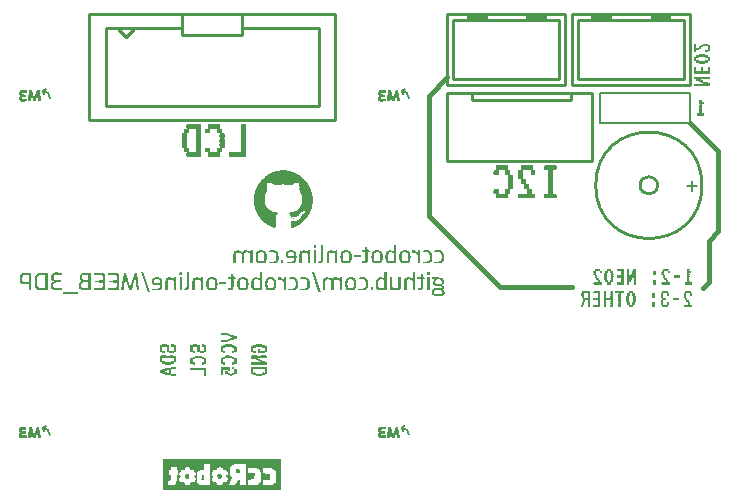
<source format=gbo>
G04 Layer: BottomSilkLayer*
G04 EasyEDA v6.3.53, 2020-06-18T10:34:05+08:00*
G04 fc4558d4a1fd407c996c982f62b69df0,fed530592efb474aaabf7115e2e2b964,10*
G04 Gerber Generator version 0.2*
G04 Scale: 100 percent, Rotated: No, Reflected: No *
G04 Dimensions in millimeters *
G04 leading zeros omitted , absolute positions ,3 integer and 3 decimal *
%FSLAX33Y33*%
%MOMM*%
G90*
G71D02*

%ADD10C,0.254000*%
%ADD28C,0.399999*%
%ADD29C,0.200000*%
%ADD30C,0.203200*%
%ADD31C,0.202999*%

%LPD*%

%LPD*%
G36*
G01X24747Y5800D02*
G01X14747Y5800D01*
G01X14747Y3200D01*
G01X24747Y3200D01*
G01X24747Y5800D01*
G37*

%LPC*%
G36*
G01X21797Y5384D02*
G01X21103Y5384D01*
G01X20996Y5383D01*
G01X20907Y5381D01*
G01X20832Y5378D01*
G01X20772Y5372D01*
G01X20723Y5365D01*
G01X20682Y5353D01*
G01X20648Y5339D01*
G01X20618Y5321D01*
G01X20590Y5299D01*
G01X20562Y5271D01*
G01X20531Y5238D01*
G01X20493Y5193D01*
G01X20462Y5152D01*
G01X20438Y5109D01*
G01X20421Y5063D01*
G01X20409Y5011D01*
G01X20402Y4950D01*
G01X20398Y4875D01*
G01X20397Y4787D01*
G01X20398Y4702D01*
G01X20402Y4630D01*
G01X20409Y4569D01*
G01X20419Y4517D01*
G01X20434Y4472D01*
G01X20453Y4431D01*
G01X20478Y4393D01*
G01X20509Y4356D01*
G01X20621Y4232D01*
G01X20293Y3616D01*
G01X20847Y3616D01*
G01X20984Y3875D01*
G01X21027Y3952D01*
G01X21066Y4016D01*
G01X21101Y4065D01*
G01X21132Y4100D01*
G01X21159Y4122D01*
G01X21183Y4129D01*
G01X21203Y4122D01*
G01X21218Y4101D01*
G01X21231Y4066D01*
G01X21240Y4016D01*
G01X21245Y3953D01*
G01X21247Y3876D01*
G01X21247Y3616D01*
G01X21797Y3616D01*
G01X21797Y5384D01*
G37*
G36*
G01X18747Y5384D02*
G01X18253Y5384D01*
G01X18237Y5163D01*
G01X18231Y5093D01*
G01X18225Y5039D01*
G01X18215Y4999D01*
G01X18199Y4971D01*
G01X18177Y4952D01*
G01X18145Y4939D01*
G01X18102Y4931D01*
G01X18047Y4925D01*
G01X17966Y4908D01*
G01X17882Y4875D01*
G01X17803Y4829D01*
G01X17734Y4772D01*
G01X17692Y4729D01*
G01X17660Y4688D01*
G01X17636Y4646D01*
G01X17619Y4599D01*
G01X17608Y4542D01*
G01X17600Y4470D01*
G01X17597Y4379D01*
G01X17597Y4152D01*
G01X17600Y4062D01*
G01X17608Y3989D01*
G01X17619Y3932D01*
G01X17637Y3884D01*
G01X17661Y3842D01*
G01X17694Y3800D01*
G01X17737Y3756D01*
G01X17782Y3712D01*
G01X17825Y3679D01*
G01X17870Y3654D01*
G01X17922Y3637D01*
G01X17987Y3626D01*
G01X18070Y3620D01*
G01X18177Y3617D01*
G01X18312Y3616D01*
G01X18747Y3616D01*
G01X18747Y5384D01*
G37*
G36*
G01X15793Y5172D02*
G01X15672Y5176D01*
G01X15554Y5172D01*
G01X15486Y5157D01*
G01X15455Y5124D01*
G01X15447Y5067D01*
G01X15439Y5021D01*
G01X15419Y4981D01*
G01X15388Y4950D01*
G01X15347Y4931D01*
G01X15298Y4908D01*
G01X15267Y4868D01*
G01X15251Y4801D01*
G01X15247Y4702D01*
G01X15251Y4600D01*
G01X15266Y4538D01*
G01X15296Y4508D01*
G01X15347Y4500D01*
G01X15398Y4491D01*
G01X15429Y4458D01*
G01X15443Y4388D01*
G01X15447Y4269D01*
G01X15443Y4143D01*
G01X15426Y4072D01*
G01X15385Y4037D01*
G01X15309Y4022D01*
G01X15237Y4007D01*
G01X15193Y3975D01*
G01X15169Y3913D01*
G01X15156Y3811D01*
G01X15141Y3616D01*
G01X15403Y3616D01*
G01X15472Y3617D01*
G01X15535Y3622D01*
G01X15591Y3630D01*
G01X15643Y3641D01*
G01X15688Y3657D01*
G01X15729Y3678D01*
G01X15764Y3702D01*
G01X15794Y3731D01*
G01X15820Y3765D01*
G01X15842Y3805D01*
G01X15860Y3850D01*
G01X15874Y3902D01*
G01X15884Y3959D01*
G01X15892Y4023D01*
G01X15896Y4094D01*
G01X15897Y4171D01*
G01X15898Y4259D01*
G01X15900Y4331D01*
G01X15905Y4388D01*
G01X15912Y4432D01*
G01X15922Y4464D01*
G01X15935Y4485D01*
G01X15952Y4496D01*
G01X15972Y4500D01*
G01X16006Y4511D01*
G01X16029Y4543D01*
G01X16042Y4601D01*
G01X16047Y4683D01*
G01X16041Y4763D01*
G01X16027Y4827D01*
G01X16003Y4872D01*
G01X15972Y4897D01*
G01X15943Y4919D01*
G01X15919Y4955D01*
G01X15903Y5001D01*
G01X15897Y5051D01*
G01X15891Y5118D01*
G01X15861Y5156D01*
G01X15793Y5172D01*
G37*
G36*
G01X19614Y5122D02*
G01X19542Y5124D01*
G01X19446Y5119D01*
G01X19386Y5102D01*
G01X19353Y5066D01*
G01X19323Y4948D01*
G01X19294Y4915D01*
G01X19243Y4901D01*
G01X19161Y4903D01*
G01X19075Y4903D01*
G01X19014Y4884D01*
G01X18966Y4837D01*
G01X18919Y4755D01*
G01X18879Y4666D01*
G01X18865Y4606D01*
G01X18878Y4557D01*
G01X18918Y4504D01*
G01X18975Y4423D01*
G01X18992Y4355D01*
G01X18971Y4296D01*
G01X18909Y4245D01*
G01X18863Y4213D01*
G01X18848Y4175D01*
G01X18865Y4114D01*
G01X18916Y4012D01*
G01X18970Y3917D01*
G01X19018Y3866D01*
G01X19074Y3849D01*
G01X19151Y3858D01*
G01X19225Y3869D01*
G01X19273Y3858D01*
G01X19303Y3821D01*
G01X19325Y3752D01*
G01X19349Y3681D01*
G01X19386Y3640D01*
G01X19449Y3621D01*
G01X19551Y3616D01*
G01X19653Y3621D01*
G01X19716Y3640D01*
G01X19754Y3681D01*
G01X19777Y3751D01*
G01X19800Y3820D01*
G01X19830Y3857D01*
G01X19878Y3867D01*
G01X19955Y3856D01*
G01X20034Y3846D01*
G01X20089Y3861D01*
G01X20133Y3912D01*
G01X20182Y4006D01*
G01X20225Y4108D01*
G01X20239Y4175D01*
G01X20220Y4230D01*
G01X20168Y4295D01*
G01X20118Y4358D01*
G01X20100Y4399D01*
G01X20114Y4432D01*
G01X20160Y4471D01*
G01X20195Y4503D01*
G01X20221Y4536D01*
G01X20237Y4572D01*
G01X20243Y4611D01*
G01X20239Y4652D01*
G01X20224Y4698D01*
G01X20200Y4748D01*
G01X20167Y4803D01*
G01X20121Y4860D01*
G01X20074Y4891D01*
G01X20017Y4900D01*
G01X19942Y4889D01*
G01X19868Y4876D01*
G01X19824Y4880D01*
G01X19803Y4906D01*
G01X19797Y4955D01*
G01X19795Y5003D01*
G01X19787Y5041D01*
G01X19772Y5070D01*
G01X19749Y5092D01*
G01X19716Y5108D01*
G01X19672Y5117D01*
G01X19614Y5122D01*
G37*
G36*
G01X23609Y5070D02*
G01X23247Y5072D01*
G01X23247Y4609D01*
G01X23510Y4593D01*
G01X23772Y4578D01*
G01X23802Y4084D01*
G01X23247Y4084D01*
G01X23247Y3616D01*
G01X23632Y3616D01*
G01X23754Y3617D01*
G01X23850Y3620D01*
G01X23925Y3627D01*
G01X23985Y3640D01*
G01X24035Y3660D01*
G01X24082Y3690D01*
G01X24128Y3729D01*
G01X24182Y3782D01*
G01X24234Y3837D01*
G01X24275Y3884D01*
G01X24304Y3930D01*
G01X24324Y3981D01*
G01X24337Y4042D01*
G01X24343Y4121D01*
G01X24346Y4221D01*
G01X24347Y4349D01*
G01X24347Y4441D01*
G01X24346Y4518D01*
G01X24344Y4583D01*
G01X24340Y4637D01*
G01X24333Y4681D01*
G01X24323Y4719D01*
G01X24310Y4752D01*
G01X24291Y4782D01*
G01X24267Y4811D01*
G01X24238Y4840D01*
G01X24202Y4872D01*
G01X24159Y4909D01*
G01X24100Y4957D01*
G01X24048Y4995D01*
G01X23997Y5023D01*
G01X23944Y5043D01*
G01X23883Y5057D01*
G01X23810Y5064D01*
G01X23720Y5068D01*
G01X23609Y5070D01*
G37*
G36*
G01X22638Y5062D02*
G01X22565Y5066D01*
G01X22470Y5065D01*
G01X22348Y5061D01*
G01X21972Y5046D01*
G01X21957Y4825D01*
G01X21941Y4604D01*
G01X22502Y4604D01*
G01X22472Y4110D01*
G01X21972Y4058D01*
G01X21957Y3837D01*
G01X21941Y3616D01*
G01X22354Y3616D01*
G01X22481Y3617D01*
G01X22582Y3620D01*
G01X22661Y3626D01*
G01X22724Y3637D01*
G01X22775Y3655D01*
G01X22819Y3680D01*
G01X22861Y3713D01*
G01X22907Y3756D01*
G01X22950Y3801D01*
G01X22984Y3843D01*
G01X23009Y3886D01*
G01X23026Y3937D01*
G01X23037Y4000D01*
G01X23043Y4079D01*
G01X23046Y4182D01*
G01X23047Y4312D01*
G01X23047Y4404D01*
G01X23046Y4483D01*
G01X23043Y4549D01*
G01X23039Y4606D01*
G01X23033Y4653D01*
G01X23024Y4695D01*
G01X23012Y4731D01*
G01X22996Y4764D01*
G01X22976Y4796D01*
G01X22951Y4829D01*
G01X22921Y4863D01*
G01X22885Y4902D01*
G01X22832Y4959D01*
G01X22786Y5001D01*
G01X22742Y5031D01*
G01X22695Y5051D01*
G01X22638Y5062D01*
G37*
G36*
G01X16904Y5119D02*
G01X16801Y5124D01*
G01X16700Y5119D01*
G01X16637Y5102D01*
G01X16603Y5067D01*
G01X16588Y5007D01*
G01X16573Y4949D01*
G01X16545Y4915D01*
G01X16496Y4901D01*
G01X16419Y4902D01*
G01X16340Y4901D01*
G01X16279Y4880D01*
G01X16228Y4833D01*
G01X16177Y4755D01*
G01X16130Y4667D01*
G01X16114Y4607D01*
G01X16126Y4559D01*
G01X16167Y4505D01*
G01X16223Y4430D01*
G01X16242Y4370D01*
G01X16223Y4308D01*
G01X16166Y4234D01*
G01X16125Y4179D01*
G01X16115Y4132D01*
G01X16136Y4073D01*
G01X16193Y3986D01*
G01X16249Y3914D01*
G01X16306Y3868D01*
G01X16366Y3844D01*
G01X16435Y3840D01*
G01X16503Y3840D01*
G01X16547Y3823D01*
G01X16574Y3788D01*
G01X16588Y3730D01*
G01X16603Y3667D01*
G01X16637Y3633D01*
G01X16702Y3622D01*
G01X16813Y3626D01*
G01X16921Y3639D01*
G01X16986Y3661D01*
G01X17022Y3701D01*
G01X17039Y3764D01*
G01X17052Y3827D01*
G01X17078Y3860D01*
G01X17123Y3869D01*
G01X17197Y3857D01*
G01X17274Y3849D01*
G01X17332Y3864D01*
G01X17384Y3910D01*
G01X17440Y3994D01*
G01X17491Y4084D01*
G01X17512Y4145D01*
G01X17504Y4194D01*
G01X17469Y4243D01*
G01X17418Y4313D01*
G01X17401Y4371D01*
G01X17420Y4430D01*
G01X17473Y4502D01*
G01X17512Y4554D01*
G01X17523Y4602D01*
G01X17507Y4664D01*
G01X17461Y4756D01*
G01X17410Y4839D01*
G01X17363Y4886D01*
G01X17307Y4901D01*
G01X17233Y4894D01*
G01X17161Y4885D01*
G01X17111Y4896D01*
G01X17076Y4931D01*
G01X17046Y4995D01*
G01X17015Y5060D01*
G01X16971Y5099D01*
G01X16904Y5119D01*
G37*

%LPD*%
G36*
G01X21096Y4965D02*
G01X21039Y4968D01*
G01X20962Y4963D01*
G01X20919Y4939D01*
G01X20901Y4884D01*
G01X20897Y4786D01*
G01X20900Y4684D01*
G01X20922Y4630D01*
G01X20974Y4608D01*
G01X21072Y4604D01*
G01X21166Y4608D01*
G01X21219Y4628D01*
G01X21242Y4672D01*
G01X21247Y4751D01*
G01X21244Y4811D01*
G01X21237Y4865D01*
G01X21227Y4908D01*
G01X21213Y4933D01*
G01X21190Y4947D01*
G01X21148Y4958D01*
G01X21096Y4965D01*
G37*

%LPD*%
G36*
G01X16894Y4579D02*
G01X16842Y4600D01*
G01X16778Y4590D01*
G01X16694Y4550D01*
G01X16651Y4518D01*
G01X16623Y4478D01*
G01X16608Y4432D01*
G01X16604Y4383D01*
G01X16611Y4334D01*
G01X16628Y4286D01*
G01X16654Y4242D01*
G01X16687Y4205D01*
G01X16726Y4177D01*
G01X16770Y4160D01*
G01X16819Y4156D01*
G01X16870Y4168D01*
G01X16907Y4192D01*
G01X16937Y4229D01*
G01X16960Y4275D01*
G01X16976Y4327D01*
G01X16983Y4382D01*
G01X16981Y4436D01*
G01X16969Y4485D01*
G01X16946Y4526D01*
G01X16894Y4579D01*
G37*

%LPD*%
G36*
G01X19644Y4579D02*
G01X19591Y4600D01*
G01X19528Y4590D01*
G01X19444Y4550D01*
G01X19401Y4518D01*
G01X19373Y4478D01*
G01X19358Y4432D01*
G01X19354Y4383D01*
G01X19361Y4334D01*
G01X19378Y4286D01*
G01X19404Y4242D01*
G01X19436Y4205D01*
G01X19476Y4177D01*
G01X19520Y4160D01*
G01X19568Y4156D01*
G01X19620Y4168D01*
G01X19657Y4192D01*
G01X19687Y4229D01*
G01X19711Y4275D01*
G01X19726Y4327D01*
G01X19733Y4382D01*
G01X19731Y4436D01*
G01X19719Y4485D01*
G01X19696Y4526D01*
G01X19644Y4579D01*
G37*

%LPD*%
G36*
G01X18229Y4465D02*
G01X18195Y4493D01*
G01X18134Y4490D01*
G01X18077Y4474D01*
G01X18040Y4436D01*
G01X18019Y4368D01*
G01X18007Y4259D01*
G01X18002Y4143D01*
G01X18015Y4075D01*
G01X18051Y4039D01*
G01X18119Y4019D01*
G01X18160Y4012D01*
G01X18191Y4011D01*
G01X18214Y4017D01*
G01X18229Y4033D01*
G01X18239Y4063D01*
G01X18244Y4107D01*
G01X18246Y4169D01*
G01X18247Y4251D01*
G01X18244Y4390D01*
G01X18229Y4465D01*
G37*

%LPD*%
G36*
G01X26196Y26364D02*
G01X26180Y26367D01*
G01X26164Y26364D01*
G01X26151Y26355D01*
G01X26142Y26342D01*
G01X26138Y26326D01*
G01X26142Y26309D01*
G01X26151Y26296D01*
G01X26164Y26288D01*
G01X26180Y26284D01*
G01X26196Y26288D01*
G01X26210Y26296D01*
G01X26219Y26309D01*
G01X26222Y26326D01*
G01X26219Y26342D01*
G01X26210Y26355D01*
G01X26196Y26364D01*
G37*

%LPD*%
G36*
G01X25626Y26281D02*
G01X25618Y26284D01*
G01X25610Y26281D01*
G01X25599Y26272D01*
G01X25587Y26259D01*
G01X25576Y26242D01*
G01X25572Y26226D01*
G01X25578Y26213D01*
G01X25594Y26204D01*
G01X25618Y26201D01*
G01X25642Y26204D01*
G01X25658Y26213D01*
G01X25664Y26226D01*
G01X25659Y26242D01*
G01X25648Y26259D01*
G01X25637Y26272D01*
G01X25626Y26281D01*
G37*

%LPD*%
G36*
G01X26030Y26281D02*
G01X26013Y26284D01*
G01X25997Y26281D01*
G01X25984Y26272D01*
G01X25975Y26259D01*
G01X25972Y26242D01*
G01X25975Y26226D01*
G01X25984Y26213D01*
G01X25997Y26204D01*
G01X26013Y26201D01*
G01X26030Y26204D01*
G01X26043Y26213D01*
G01X26052Y26226D01*
G01X26055Y26242D01*
G01X26052Y26259D01*
G01X26043Y26272D01*
G01X26030Y26281D01*
G37*

%LPD*%
G36*
G01X25821Y26239D02*
G01X25805Y26242D01*
G01X25789Y26239D01*
G01X25776Y26230D01*
G01X25767Y26217D01*
G01X25764Y26201D01*
G01X25767Y26184D01*
G01X25776Y26171D01*
G01X25789Y26162D01*
G01X25805Y26159D01*
G01X25821Y26162D01*
G01X25835Y26171D01*
G01X25844Y26184D01*
G01X25847Y26201D01*
G01X25844Y26217D01*
G01X25835Y26230D01*
G01X25821Y26239D01*
G37*

%LPD*%
G36*
G01X24966Y30276D02*
G01X24900Y30276D01*
G01X24834Y30274D01*
G01X24768Y30270D01*
G01X24703Y30265D01*
G01X24637Y30258D01*
G01X24571Y30249D01*
G01X24505Y30239D01*
G01X24440Y30227D01*
G01X24375Y30213D01*
G01X24310Y30197D01*
G01X24246Y30180D01*
G01X24182Y30162D01*
G01X24118Y30141D01*
G01X24056Y30119D01*
G01X23993Y30096D01*
G01X23931Y30070D01*
G01X23870Y30043D01*
G01X23810Y30015D01*
G01X23750Y29984D01*
G01X23704Y29958D01*
G01X23655Y29930D01*
G01X23607Y29898D01*
G01X23557Y29864D01*
G01X23508Y29828D01*
G01X23458Y29789D01*
G01X23407Y29749D01*
G01X23358Y29706D01*
G01X23308Y29662D01*
G01X23259Y29616D01*
G01X23210Y29569D01*
G01X23162Y29521D01*
G01X23115Y29472D01*
G01X23069Y29422D01*
G01X23024Y29372D01*
G01X22940Y29270D01*
G01X22900Y29219D01*
G01X22863Y29167D01*
G01X22828Y29117D01*
G01X22795Y29066D01*
G01X22764Y29017D01*
G01X22736Y28968D01*
G01X22711Y28920D01*
G01X22684Y28864D01*
G01X22659Y28808D01*
G01X22635Y28752D01*
G01X22612Y28696D01*
G01X22592Y28640D01*
G01X22572Y28583D01*
G01X22553Y28526D01*
G01X22537Y28468D01*
G01X22521Y28412D01*
G01X22507Y28354D01*
G01X22495Y28297D01*
G01X22483Y28239D01*
G01X22473Y28181D01*
G01X22465Y28124D01*
G01X22457Y28066D01*
G01X22452Y28008D01*
G01X22447Y27951D01*
G01X22444Y27893D01*
G01X22442Y27835D01*
G01X22441Y27778D01*
G01X22442Y27721D01*
G01X22444Y27664D01*
G01X22447Y27607D01*
G01X22452Y27550D01*
G01X22458Y27493D01*
G01X22465Y27437D01*
G01X22473Y27381D01*
G01X22483Y27325D01*
G01X22494Y27269D01*
G01X22506Y27214D01*
G01X22519Y27159D01*
G01X22534Y27104D01*
G01X22550Y27050D01*
G01X22567Y26996D01*
G01X22585Y26943D01*
G01X22625Y26837D01*
G01X22647Y26785D01*
G01X22670Y26734D01*
G01X22694Y26683D01*
G01X22720Y26632D01*
G01X22746Y26582D01*
G01X22773Y26533D01*
G01X22802Y26484D01*
G01X22832Y26436D01*
G01X22863Y26389D01*
G01X22896Y26342D01*
G01X22929Y26296D01*
G01X22963Y26251D01*
G01X22999Y26206D01*
G01X23036Y26162D01*
G01X23073Y26119D01*
G01X23112Y26077D01*
G01X23152Y26036D01*
G01X23193Y25995D01*
G01X23235Y25955D01*
G01X23277Y25917D01*
G01X23322Y25879D01*
G01X23367Y25842D01*
G01X23413Y25806D01*
G01X23460Y25771D01*
G01X23508Y25737D01*
G01X23557Y25704D01*
G01X23608Y25672D01*
G01X23658Y25641D01*
G01X23711Y25611D01*
G01X23764Y25583D01*
G01X23818Y25555D01*
G01X23899Y25515D01*
G01X23970Y25481D01*
G01X24032Y25453D01*
G01X24085Y25433D01*
G01X24130Y25420D01*
G01X24168Y25416D01*
G01X24200Y25420D01*
G01X24225Y25434D01*
G01X24246Y25458D01*
G01X24262Y25492D01*
G01X24274Y25538D01*
G01X24283Y25595D01*
G01X24290Y25665D01*
G01X24296Y25747D01*
G01X24301Y25843D01*
G01X24305Y25953D01*
G01X24310Y26049D01*
G01X24314Y26135D01*
G01X24319Y26211D01*
G01X24324Y26278D01*
G01X24330Y26337D01*
G01X24337Y26390D01*
G01X24345Y26435D01*
G01X24354Y26475D01*
G01X24363Y26509D01*
G01X24374Y26539D01*
G01X24386Y26565D01*
G01X24400Y26588D01*
G01X24441Y26653D01*
G01X24451Y26686D01*
G01X24429Y26699D01*
G01X24370Y26701D01*
G01X24318Y26704D01*
G01X24260Y26714D01*
G01X24197Y26731D01*
G01X24130Y26752D01*
G01X24062Y26778D01*
G01X23992Y26808D01*
G01X23923Y26841D01*
G01X23856Y26877D01*
G01X23792Y26915D01*
G01X23734Y26955D01*
G01X23681Y26996D01*
G01X23636Y27036D01*
G01X23599Y27077D01*
G01X23564Y27119D01*
G01X23532Y27165D01*
G01X23502Y27214D01*
G01X23475Y27264D01*
G01X23450Y27317D01*
G01X23428Y27372D01*
G01X23408Y27429D01*
G01X23391Y27486D01*
G01X23376Y27546D01*
G01X23364Y27606D01*
G01X23355Y27667D01*
G01X23349Y27728D01*
G01X23345Y27790D01*
G01X23344Y27852D01*
G01X23345Y27914D01*
G01X23350Y27975D01*
G01X23358Y28036D01*
G01X23368Y28096D01*
G01X23381Y28155D01*
G01X23397Y28212D01*
G01X23417Y28268D01*
G01X23439Y28322D01*
G01X23464Y28373D01*
G01X23495Y28434D01*
G01X23519Y28489D01*
G01X23538Y28540D01*
G01X23552Y28587D01*
G01X23561Y28633D01*
G01X23566Y28678D01*
G01X23567Y28725D01*
G01X23563Y28775D01*
G01X23559Y28855D01*
G01X23559Y28943D01*
G01X23564Y29027D01*
G01X23574Y29097D01*
G01X23592Y29173D01*
G01X23617Y29217D01*
G01X23656Y29238D01*
G01X23718Y29243D01*
G01X23782Y29233D01*
G01X23870Y29207D01*
G01X23971Y29169D01*
G01X24072Y29123D01*
G01X24150Y29084D01*
G01X24213Y29056D01*
G01X24267Y29036D01*
G01X24320Y29025D01*
G01X24375Y29022D01*
G01X24440Y29025D01*
G01X24519Y29034D01*
G01X24620Y29048D01*
G01X24701Y29058D01*
G01X24779Y29065D01*
G01X24855Y29070D01*
G01X24930Y29071D01*
G01X25005Y29070D01*
G01X25081Y29065D01*
G01X25160Y29058D01*
G01X25240Y29048D01*
G01X25341Y29034D01*
G01X25421Y29025D01*
G01X25485Y29022D01*
G01X25541Y29025D01*
G01X25593Y29036D01*
G01X25648Y29056D01*
G01X25711Y29084D01*
G01X25788Y29123D01*
G01X25890Y29169D01*
G01X25990Y29207D01*
G01X26078Y29233D01*
G01X26143Y29243D01*
G01X26204Y29238D01*
G01X26244Y29217D01*
G01X26269Y29173D01*
G01X26287Y29097D01*
G01X26296Y29027D01*
G01X26301Y28943D01*
G01X26302Y28855D01*
G01X26297Y28775D01*
G01X26294Y28725D01*
G01X26294Y28678D01*
G01X26299Y28633D01*
G01X26308Y28587D01*
G01X26322Y28540D01*
G01X26341Y28489D01*
G01X26366Y28434D01*
G01X26397Y28373D01*
G01X26428Y28311D01*
G01X26453Y28253D01*
G01X26474Y28198D01*
G01X26489Y28143D01*
G01X26501Y28087D01*
G01X26508Y28028D01*
G01X26512Y27963D01*
G01X26513Y27891D01*
G01X26512Y27816D01*
G01X26507Y27741D01*
G01X26500Y27668D01*
G01X26489Y27597D01*
G01X26475Y27528D01*
G01X26459Y27460D01*
G01X26440Y27396D01*
G01X26418Y27334D01*
G01X26394Y27275D01*
G01X26367Y27219D01*
G01X26338Y27167D01*
G01X26307Y27119D01*
G01X26272Y27076D01*
G01X26228Y27032D01*
G01X26178Y26989D01*
G01X26121Y26946D01*
G01X26059Y26905D01*
G01X25994Y26867D01*
G01X25926Y26831D01*
G01X25858Y26798D01*
G01X25788Y26770D01*
G01X25721Y26747D01*
G01X25656Y26729D01*
G01X25594Y26718D01*
G01X25403Y26692D01*
G01X25488Y26519D01*
G01X25524Y26450D01*
G01X25560Y26388D01*
G01X25592Y26340D01*
G01X25616Y26314D01*
G01X25657Y26296D01*
G01X25719Y26289D01*
G01X25795Y26291D01*
G01X25877Y26300D01*
G01X25960Y26317D01*
G01X26037Y26339D01*
G01X26103Y26366D01*
G01X26151Y26398D01*
G01X26190Y26429D01*
G01X26231Y26452D01*
G01X26267Y26463D01*
G01X26295Y26463D01*
G01X26315Y26459D01*
G01X26331Y26463D01*
G01X26343Y26475D01*
G01X26347Y26491D01*
G01X26344Y26508D01*
G01X26335Y26518D01*
G01X26321Y26520D01*
G01X26305Y26513D01*
G01X26269Y26501D01*
G01X26267Y26525D01*
G01X26295Y26576D01*
G01X26351Y26643D01*
G01X26391Y26679D01*
G01X26433Y26703D01*
G01X26471Y26715D01*
G01X26504Y26711D01*
G01X26530Y26704D01*
G01X26544Y26705D01*
G01X26548Y26715D01*
G01X26541Y26733D01*
G01X26547Y26775D01*
G01X26601Y26805D01*
G01X26673Y26813D01*
G01X26732Y26791D01*
G01X26744Y26765D01*
G01X26734Y26732D01*
G01X26701Y26689D01*
G01X26617Y26612D01*
G01X26586Y26580D01*
G01X26554Y26543D01*
G01X26522Y26502D01*
G01X26490Y26460D01*
G01X26460Y26416D01*
G01X26432Y26372D01*
G01X26408Y26330D01*
G01X26372Y26269D01*
G01X26336Y26214D01*
G01X26297Y26167D01*
G01X26257Y26125D01*
G01X26215Y26089D01*
G01X26169Y26060D01*
G01X26120Y26035D01*
G01X26066Y26016D01*
G01X26008Y26002D01*
G01X25945Y25992D01*
G01X25876Y25986D01*
G01X25801Y25984D01*
G01X25552Y25984D01*
G01X25564Y25707D01*
G01X25568Y25627D01*
G01X25575Y25561D01*
G01X25586Y25507D01*
G01X25601Y25467D01*
G01X25622Y25438D01*
G01X25651Y25422D01*
G01X25689Y25418D01*
G01X25736Y25425D01*
G01X25795Y25443D01*
G01X25865Y25471D01*
G01X25950Y25509D01*
G01X26050Y25558D01*
G01X26099Y25584D01*
G01X26150Y25612D01*
G01X26201Y25643D01*
G01X26253Y25676D01*
G01X26305Y25712D01*
G01X26357Y25750D01*
G01X26409Y25789D01*
G01X26461Y25830D01*
G01X26513Y25874D01*
G01X26564Y25918D01*
G01X26614Y25964D01*
G01X26663Y26010D01*
G01X26711Y26059D01*
G01X26759Y26107D01*
G01X26805Y26157D01*
G01X26849Y26206D01*
G01X26892Y26257D01*
G01X26933Y26307D01*
G01X26972Y26357D01*
G01X27008Y26407D01*
G01X27043Y26458D01*
G01X27075Y26507D01*
G01X27104Y26556D01*
G01X27131Y26605D01*
G01X27161Y26664D01*
G01X27189Y26724D01*
G01X27216Y26785D01*
G01X27242Y26846D01*
G01X27288Y26970D01*
G01X27308Y27033D01*
G01X27327Y27096D01*
G01X27344Y27160D01*
G01X27359Y27223D01*
G01X27373Y27288D01*
G01X27385Y27352D01*
G01X27396Y27416D01*
G01X27404Y27481D01*
G01X27411Y27546D01*
G01X27417Y27611D01*
G01X27421Y27676D01*
G01X27423Y27806D01*
G01X27421Y27871D01*
G01X27418Y27936D01*
G01X27414Y28001D01*
G01X27407Y28065D01*
G01X27398Y28130D01*
G01X27389Y28194D01*
G01X27376Y28258D01*
G01X27363Y28321D01*
G01X27348Y28384D01*
G01X27329Y28454D01*
G01X27310Y28521D01*
G01X27289Y28587D01*
G01X27267Y28650D01*
G01X27244Y28712D01*
G01X27219Y28772D01*
G01X27193Y28831D01*
G01X27166Y28889D01*
G01X27136Y28945D01*
G01X27105Y29001D01*
G01X27072Y29056D01*
G01X27038Y29110D01*
G01X27001Y29163D01*
G01X26962Y29217D01*
G01X26921Y29270D01*
G01X26878Y29322D01*
G01X26832Y29375D01*
G01X26785Y29428D01*
G01X26734Y29482D01*
G01X26681Y29536D01*
G01X26629Y29588D01*
G01X26576Y29637D01*
G01X26523Y29685D01*
G01X26471Y29730D01*
G01X26418Y29772D01*
G01X26366Y29813D01*
G01X26313Y29852D01*
G01X26260Y29889D01*
G01X26206Y29923D01*
G01X26152Y29956D01*
G01X26097Y29987D01*
G01X26041Y30017D01*
G01X25984Y30045D01*
G01X25926Y30071D01*
G01X25867Y30096D01*
G01X25806Y30119D01*
G01X25744Y30141D01*
G01X25680Y30162D01*
G01X25614Y30181D01*
G01X25547Y30200D01*
G01X25484Y30215D01*
G01X25421Y30229D01*
G01X25357Y30241D01*
G01X25293Y30251D01*
G01X25228Y30260D01*
G01X25163Y30266D01*
G01X25098Y30271D01*
G01X25032Y30274D01*
G01X24966Y30276D01*
G37*

%LPD*%
G54D28*
G01X59356Y34270D02*
G01X61747Y31879D01*
G01X61747Y25100D01*
G01X60947Y24300D01*
G01X60947Y22000D01*
G01X60947Y20800D01*
G01X60447Y20300D01*
G01X38816Y38157D02*
G01X37247Y36588D01*
G01X37247Y26400D01*
G01X43247Y20400D01*
G01X49347Y20400D01*
G54D29*
G01X34958Y8488D02*
G01X35058Y8208D01*
G01X34958Y8488D02*
G01X35198Y8668D01*
G01X34968Y36988D02*
G01X35068Y36708D01*
G01X34968Y36988D02*
G01X35208Y37168D01*
G01X4558Y8478D02*
G01X4658Y8198D01*
G01X4558Y8478D02*
G01X4798Y8658D01*
G01X4578Y36988D02*
G01X4678Y36708D01*
G01X4578Y36988D02*
G01X4818Y37168D01*
G54D10*
G01X10947Y42207D02*
G01X11582Y41572D01*
G01X12268Y42258D01*
G01X12268Y42283D01*
G01X9914Y35730D02*
G01X27931Y35730D01*
G01X8537Y43528D02*
G01X29334Y43528D01*
G01X9906Y42308D02*
G01X9906Y35738D01*
G01X8483Y43511D02*
G01X8483Y34511D01*
G01X8511Y34511D02*
G01X29334Y34511D01*
G01X27931Y35738D02*
G01X27931Y42308D01*
G01X29334Y34511D02*
G01X29334Y43511D01*
G01X27931Y42308D02*
G01X24003Y42308D01*
G01X16394Y43528D02*
G01X16394Y41699D01*
G01X21463Y41699D01*
G01X21463Y43528D01*
G01X24003Y42308D02*
G01X21463Y42308D01*
G01X9906Y42308D02*
G01X16394Y42308D01*
G01X38816Y36810D02*
G01X51096Y36810D01*
G01X51096Y36810D02*
G01X51096Y31060D01*
G01X51096Y31060D02*
G01X38816Y31060D01*
G01X38816Y31060D02*
G01X38816Y36810D01*
G01X40892Y36746D02*
G01X40892Y36238D01*
G01X49274Y36238D01*
G01X49274Y36746D01*
G01X45564Y43277D02*
G01X47065Y43277D01*
G01X47065Y43026D02*
G01X47065Y43526D01*
G01X45564Y43026D02*
G01X45564Y43526D01*
G01X42065Y43278D02*
G01X40565Y43278D01*
G01X42065Y43028D02*
G01X42065Y43528D01*
G01X40565Y43028D02*
G01X40565Y43528D01*
G01X48315Y43027D02*
G01X39315Y43027D01*
G01X39315Y38028D01*
G01X48315Y38028D01*
G01X48315Y43027D01*
G01X48815Y43527D02*
G01X38816Y43527D01*
G01X38816Y37528D01*
G01X48815Y37528D01*
G01X48815Y43527D01*
G01X56105Y43277D02*
G01X57606Y43277D01*
G01X57606Y43026D02*
G01X57606Y43526D01*
G01X56105Y43026D02*
G01X56105Y43526D01*
G01X52606Y43278D02*
G01X51106Y43278D01*
G01X52606Y43028D02*
G01X52606Y43528D01*
G01X51106Y43028D02*
G01X51106Y43528D01*
G01X58856Y43027D02*
G01X49856Y43027D01*
G01X49856Y38028D01*
G01X58856Y38028D01*
G01X58856Y43027D01*
G01X59356Y43527D02*
G01X49357Y43527D01*
G01X49357Y37528D01*
G01X59356Y37528D01*
G01X59356Y43527D01*
G54D30*
G01X57451Y36810D02*
G01X59356Y36810D01*
G01X59356Y34270D01*
G01X51736Y34270D01*
G01X51736Y36810D01*
G54D31*
G01X51736Y36810D02*
G01X57451Y36810D01*

%LPD*%
G36*
G01X3657Y37064D02*
G01X3423Y37064D01*
G01X3306Y36099D01*
G01X3550Y36099D01*
G01X3614Y36619D01*
G01X3741Y36099D01*
G01X3977Y36099D01*
G01X4101Y36609D01*
G01X4162Y36099D01*
G01X4406Y36099D01*
G01X4292Y37064D01*
G01X4056Y37064D01*
G01X3855Y36386D01*
G01X3657Y37064D01*
G37*

%LPD*%
G36*
G01X2923Y37071D02*
G01X2880Y37072D01*
G01X2836Y37071D01*
G01X2776Y37067D01*
G01X2722Y37055D01*
G01X2676Y37036D01*
G01X2638Y37010D01*
G01X2607Y36976D01*
G01X2585Y36934D01*
G01X2572Y36885D01*
G01X2567Y36828D01*
G01X2567Y36762D01*
G01X2569Y36729D01*
G01X2573Y36699D01*
G01X2581Y36672D01*
G01X2593Y36647D01*
G01X2607Y36627D01*
G01X2626Y36610D01*
G01X2649Y36595D01*
G01X2676Y36584D01*
G01X2648Y36572D01*
G01X2623Y36555D01*
G01X2602Y36533D01*
G01X2585Y36508D01*
G01X2572Y36478D01*
G01X2562Y36446D01*
G01X2557Y36410D01*
G01X2555Y36370D01*
G01X2555Y36335D01*
G01X2559Y36280D01*
G01X2573Y36231D01*
G01X2596Y36190D01*
G01X2628Y36154D01*
G01X2668Y36127D01*
G01X2717Y36107D01*
G01X2771Y36095D01*
G01X2834Y36091D01*
G01X2936Y36093D01*
G01X3034Y36100D01*
G01X3128Y36111D01*
G01X3217Y36127D01*
G01X3217Y36330D01*
G01X2899Y36330D01*
G01X2872Y36332D01*
G01X2850Y36335D01*
G01X2834Y36340D01*
G01X2822Y36348D01*
G01X2813Y36357D01*
G01X2808Y36369D01*
G01X2806Y36383D01*
G01X2806Y36408D01*
G01X2812Y36436D01*
G01X2831Y36457D01*
G01X2863Y36469D01*
G01X2908Y36475D01*
G01X3139Y36487D01*
G01X3139Y36680D01*
G01X2918Y36696D01*
G01X2893Y36698D01*
G01X2872Y36701D01*
G01X2855Y36705D01*
G01X2842Y36711D01*
G01X2830Y36718D01*
G01X2822Y36728D01*
G01X2818Y36738D01*
G01X2816Y36751D01*
G01X2816Y36764D01*
G01X2818Y36782D01*
G01X2823Y36797D01*
G01X2832Y36808D01*
G01X2844Y36817D01*
G01X2859Y36824D01*
G01X2880Y36829D01*
G01X2907Y36832D01*
G01X2938Y36833D01*
G01X3205Y36833D01*
G01X3205Y37036D01*
G01X3153Y37045D01*
G01X3104Y37052D01*
G01X3057Y37058D01*
G01X3012Y37064D01*
G01X2968Y37068D01*
G01X2923Y37071D01*
G37*

%LPD*%

%LPD*%
G36*
G01X3637Y8554D02*
G01X3403Y8554D01*
G01X3286Y7589D01*
G01X3530Y7589D01*
G01X3593Y8109D01*
G01X3720Y7589D01*
G01X3957Y7589D01*
G01X4081Y8099D01*
G01X4142Y7589D01*
G01X4386Y7589D01*
G01X4272Y8554D01*
G01X4035Y8554D01*
G01X3835Y7876D01*
G01X3637Y8554D01*
G37*

%LPD*%
G36*
G01X2904Y8561D02*
G01X2860Y8562D01*
G01X2816Y8561D01*
G01X2755Y8557D01*
G01X2702Y8545D01*
G01X2656Y8526D01*
G01X2618Y8500D01*
G01X2587Y8466D01*
G01X2565Y8424D01*
G01X2551Y8375D01*
G01X2547Y8318D01*
G01X2547Y8252D01*
G01X2549Y8219D01*
G01X2554Y8189D01*
G01X2562Y8162D01*
G01X2572Y8137D01*
G01X2588Y8117D01*
G01X2606Y8100D01*
G01X2629Y8085D01*
G01X2656Y8074D01*
G01X2628Y8062D01*
G01X2603Y8045D01*
G01X2582Y8023D01*
G01X2565Y7998D01*
G01X2551Y7968D01*
G01X2542Y7936D01*
G01X2536Y7900D01*
G01X2534Y7860D01*
G01X2534Y7825D01*
G01X2539Y7770D01*
G01X2553Y7721D01*
G01X2576Y7680D01*
G01X2608Y7645D01*
G01X2649Y7617D01*
G01X2696Y7597D01*
G01X2752Y7585D01*
G01X2814Y7581D01*
G01X2916Y7583D01*
G01X3014Y7590D01*
G01X3108Y7601D01*
G01X3197Y7617D01*
G01X3197Y7820D01*
G01X2879Y7820D01*
G01X2851Y7822D01*
G01X2829Y7825D01*
G01X2814Y7830D01*
G01X2801Y7838D01*
G01X2793Y7847D01*
G01X2788Y7859D01*
G01X2786Y7873D01*
G01X2786Y7899D01*
G01X2792Y7926D01*
G01X2811Y7947D01*
G01X2843Y7959D01*
G01X2887Y7965D01*
G01X3118Y7977D01*
G01X3118Y8170D01*
G01X2897Y8186D01*
G01X2873Y8188D01*
G01X2852Y8191D01*
G01X2835Y8195D01*
G01X2821Y8201D01*
G01X2811Y8208D01*
G01X2802Y8218D01*
G01X2798Y8228D01*
G01X2796Y8241D01*
G01X2796Y8254D01*
G01X2798Y8272D01*
G01X2803Y8287D01*
G01X2812Y8298D01*
G01X2824Y8307D01*
G01X2840Y8314D01*
G01X2860Y8319D01*
G01X2886Y8322D01*
G01X2918Y8323D01*
G01X3184Y8323D01*
G01X3184Y8526D01*
G01X3134Y8535D01*
G01X3084Y8542D01*
G01X3037Y8548D01*
G01X2991Y8554D01*
G01X2947Y8558D01*
G01X2904Y8561D01*
G37*

%LPD*%

%LPD*%
G36*
G01X34047Y37064D02*
G01X33813Y37064D01*
G01X33696Y36099D01*
G01X33940Y36099D01*
G01X34004Y36619D01*
G01X34131Y36099D01*
G01X34367Y36099D01*
G01X34491Y36609D01*
G01X34552Y36099D01*
G01X34796Y36099D01*
G01X34682Y37064D01*
G01X34446Y37064D01*
G01X34245Y36386D01*
G01X34047Y37064D01*
G37*

%LPD*%
G36*
G01X33313Y37071D02*
G01X33270Y37072D01*
G01X33227Y37071D01*
G01X33166Y37067D01*
G01X33112Y37055D01*
G01X33067Y37036D01*
G01X33028Y37010D01*
G01X32997Y36976D01*
G01X32975Y36934D01*
G01X32961Y36885D01*
G01X32957Y36828D01*
G01X32957Y36762D01*
G01X32959Y36729D01*
G01X32963Y36699D01*
G01X32972Y36672D01*
G01X32983Y36647D01*
G01X32997Y36627D01*
G01X33016Y36610D01*
G01X33039Y36595D01*
G01X33067Y36584D01*
G01X33038Y36572D01*
G01X33013Y36555D01*
G01X32992Y36533D01*
G01X32975Y36508D01*
G01X32961Y36478D01*
G01X32952Y36446D01*
G01X32946Y36410D01*
G01X32945Y36370D01*
G01X32945Y36335D01*
G01X32949Y36280D01*
G01X32963Y36231D01*
G01X32986Y36190D01*
G01X33018Y36154D01*
G01X33058Y36127D01*
G01X33106Y36107D01*
G01X33162Y36095D01*
G01X33224Y36091D01*
G01X33326Y36093D01*
G01X33424Y36100D01*
G01X33518Y36111D01*
G01X33608Y36127D01*
G01X33608Y36330D01*
G01X33289Y36330D01*
G01X33261Y36332D01*
G01X33239Y36335D01*
G01X33224Y36340D01*
G01X33211Y36348D01*
G01X33203Y36357D01*
G01X33198Y36369D01*
G01X33196Y36383D01*
G01X33196Y36408D01*
G01X33202Y36436D01*
G01X33221Y36457D01*
G01X33253Y36469D01*
G01X33298Y36475D01*
G01X33529Y36487D01*
G01X33529Y36680D01*
G01X33308Y36696D01*
G01X33283Y36698D01*
G01X33262Y36701D01*
G01X33245Y36705D01*
G01X33232Y36711D01*
G01X33220Y36718D01*
G01X33212Y36728D01*
G01X33208Y36738D01*
G01X33206Y36751D01*
G01X33206Y36764D01*
G01X33208Y36782D01*
G01X33213Y36797D01*
G01X33221Y36808D01*
G01X33234Y36817D01*
G01X33249Y36824D01*
G01X33270Y36829D01*
G01X33296Y36832D01*
G01X33328Y36833D01*
G01X33595Y36833D01*
G01X33595Y37036D01*
G01X33544Y37045D01*
G01X33494Y37052D01*
G01X33447Y37058D01*
G01X33402Y37064D01*
G01X33357Y37068D01*
G01X33313Y37071D01*
G37*

%LPD*%

%LPD*%
G36*
G01X34037Y8564D02*
G01X33803Y8564D01*
G01X33686Y7599D01*
G01X33930Y7599D01*
G01X33994Y8119D01*
G01X34121Y7599D01*
G01X34357Y7599D01*
G01X34481Y8109D01*
G01X34542Y7599D01*
G01X34786Y7599D01*
G01X34672Y8564D01*
G01X34436Y8564D01*
G01X34235Y7886D01*
G01X34037Y8564D01*
G37*

%LPD*%
G36*
G01X33260Y8572D02*
G01X33216Y8572D01*
G01X33155Y8567D01*
G01X33102Y8555D01*
G01X33056Y8536D01*
G01X33018Y8511D01*
G01X32987Y8476D01*
G01X32965Y8434D01*
G01X32952Y8385D01*
G01X32947Y8328D01*
G01X32947Y8262D01*
G01X32949Y8229D01*
G01X32953Y8199D01*
G01X32961Y8172D01*
G01X32973Y8147D01*
G01X32987Y8127D01*
G01X33006Y8110D01*
G01X33029Y8096D01*
G01X33056Y8084D01*
G01X33028Y8071D01*
G01X33003Y8054D01*
G01X32982Y8033D01*
G01X32965Y8008D01*
G01X32952Y7978D01*
G01X32942Y7945D01*
G01X32936Y7910D01*
G01X32934Y7871D01*
G01X32934Y7835D01*
G01X32939Y7780D01*
G01X32953Y7731D01*
G01X32976Y7690D01*
G01X33008Y7655D01*
G01X33049Y7627D01*
G01X33097Y7607D01*
G01X33151Y7595D01*
G01X33214Y7591D01*
G01X33316Y7593D01*
G01X33414Y7600D01*
G01X33507Y7611D01*
G01X33597Y7627D01*
G01X33597Y7830D01*
G01X33279Y7830D01*
G01X33251Y7832D01*
G01X33230Y7836D01*
G01X33214Y7840D01*
G01X33202Y7847D01*
G01X33193Y7857D01*
G01X33187Y7869D01*
G01X33186Y7883D01*
G01X33186Y7909D01*
G01X33192Y7937D01*
G01X33211Y7957D01*
G01X33243Y7970D01*
G01X33288Y7975D01*
G01X33519Y7987D01*
G01X33519Y8180D01*
G01X33298Y8196D01*
G01X33273Y8198D01*
G01X33252Y8201D01*
G01X33235Y8205D01*
G01X33221Y8211D01*
G01X33210Y8218D01*
G01X33202Y8227D01*
G01X33198Y8238D01*
G01X33196Y8252D01*
G01X33196Y8264D01*
G01X33198Y8282D01*
G01X33203Y8297D01*
G01X33212Y8308D01*
G01X33224Y8318D01*
G01X33239Y8324D01*
G01X33260Y8329D01*
G01X33287Y8332D01*
G01X33318Y8333D01*
G01X33585Y8333D01*
G01X33585Y8536D01*
G01X33533Y8544D01*
G01X33484Y8552D01*
G01X33437Y8558D01*
G01X33392Y8564D01*
G01X33347Y8568D01*
G01X33303Y8571D01*
G01X33260Y8572D01*
G37*

%LPD*%

%LPD*%
G36*
G01X17946Y34200D02*
G01X16747Y34200D01*
G01X16738Y34157D01*
G01X16732Y34109D01*
G01X16728Y34057D01*
G01X16727Y34000D01*
G01X16728Y33944D01*
G01X16732Y33892D01*
G01X16738Y33844D01*
G01X16747Y33799D01*
G01X16546Y33799D01*
G01X16538Y33757D01*
G01X16531Y33710D01*
G01X16528Y33658D01*
G01X16526Y33601D01*
G01X16528Y33544D01*
G01X16531Y33492D01*
G01X16538Y33444D01*
G01X16546Y33400D01*
G01X16346Y33400D01*
G01X16338Y33357D01*
G01X16333Y33309D01*
G01X16329Y33257D01*
G01X16328Y33199D01*
G01X16329Y33144D01*
G01X16333Y33092D01*
G01X16338Y33044D01*
G01X16346Y32999D01*
G01X16338Y32957D01*
G01X16333Y32910D01*
G01X16329Y32858D01*
G01X16328Y32801D01*
G01X16329Y32744D01*
G01X16333Y32692D01*
G01X16338Y32644D01*
G01X16346Y32600D01*
G01X16338Y32557D01*
G01X16333Y32509D01*
G01X16329Y32457D01*
G01X16328Y32399D01*
G01X16329Y32344D01*
G01X16333Y32292D01*
G01X16338Y32243D01*
G01X16346Y32199D01*
G01X16546Y32199D01*
G01X16538Y32157D01*
G01X16531Y32110D01*
G01X16528Y32057D01*
G01X16526Y32001D01*
G01X16528Y31944D01*
G01X16531Y31892D01*
G01X16538Y31844D01*
G01X16546Y31800D01*
G01X16747Y31800D01*
G01X16738Y31757D01*
G01X16732Y31709D01*
G01X16728Y31657D01*
G01X16727Y31599D01*
G01X16728Y31544D01*
G01X16732Y31492D01*
G01X16738Y31443D01*
G01X16747Y31399D01*
G01X17946Y31399D01*
G01X17955Y31443D01*
G01X17961Y31492D01*
G01X17965Y31544D01*
G01X17966Y31599D01*
G01X17965Y31657D01*
G01X17961Y31709D01*
G01X17955Y31757D01*
G01X17946Y31800D01*
G01X17955Y31844D01*
G01X17961Y31892D01*
G01X17965Y31944D01*
G01X17966Y32001D01*
G01X17965Y32057D01*
G01X17961Y32110D01*
G01X17955Y32157D01*
G01X17946Y32199D01*
G01X17955Y32243D01*
G01X17961Y32292D01*
G01X17965Y32344D01*
G01X17966Y32399D01*
G01X17965Y32457D01*
G01X17961Y32509D01*
G01X17955Y32557D01*
G01X17946Y32600D01*
G01X17955Y32644D01*
G01X17961Y32692D01*
G01X17965Y32744D01*
G01X17966Y32801D01*
G01X17965Y32858D01*
G01X17961Y32910D01*
G01X17955Y32957D01*
G01X17946Y32999D01*
G01X17955Y33044D01*
G01X17961Y33092D01*
G01X17965Y33144D01*
G01X17966Y33199D01*
G01X17965Y33257D01*
G01X17961Y33309D01*
G01X17955Y33357D01*
G01X17946Y33400D01*
G01X17955Y33444D01*
G01X17961Y33492D01*
G01X17965Y33544D01*
G01X17966Y33601D01*
G01X17965Y33658D01*
G01X17961Y33710D01*
G01X17955Y33757D01*
G01X17946Y33799D01*
G01X17955Y33844D01*
G01X17961Y33892D01*
G01X17965Y33944D01*
G01X17966Y34000D01*
G01X17965Y34057D01*
G01X17961Y34109D01*
G01X17955Y34157D01*
G01X17946Y34200D01*
G37*

%LPC*%
G36*
G01X17547Y33799D02*
G01X16948Y33799D01*
G01X16956Y33757D01*
G01X16963Y33710D01*
G01X16966Y33658D01*
G01X16968Y33601D01*
G01X16966Y33544D01*
G01X16963Y33492D01*
G01X16956Y33444D01*
G01X16948Y33400D01*
G01X16747Y33400D01*
G01X16756Y33357D01*
G01X16762Y33309D01*
G01X16766Y33257D01*
G01X16767Y33199D01*
G01X16766Y33144D01*
G01X16762Y33092D01*
G01X16756Y33044D01*
G01X16747Y32999D01*
G01X16756Y32957D01*
G01X16762Y32910D01*
G01X16766Y32858D01*
G01X16767Y32801D01*
G01X16766Y32744D01*
G01X16762Y32692D01*
G01X16756Y32644D01*
G01X16747Y32600D01*
G01X16756Y32557D01*
G01X16762Y32509D01*
G01X16766Y32457D01*
G01X16767Y32399D01*
G01X16766Y32344D01*
G01X16762Y32292D01*
G01X16756Y32243D01*
G01X16747Y32199D01*
G01X16948Y32199D01*
G01X16956Y32157D01*
G01X16963Y32110D01*
G01X16966Y32057D01*
G01X16968Y32001D01*
G01X16966Y31944D01*
G01X16963Y31892D01*
G01X16956Y31844D01*
G01X16948Y31800D01*
G01X17547Y31800D01*
G01X17538Y31844D01*
G01X17532Y31892D01*
G01X17528Y31944D01*
G01X17527Y32001D01*
G01X17528Y32057D01*
G01X17532Y32110D01*
G01X17538Y32157D01*
G01X17547Y32199D01*
G01X17538Y32243D01*
G01X17532Y32292D01*
G01X17528Y32344D01*
G01X17527Y32399D01*
G01X17528Y32457D01*
G01X17532Y32509D01*
G01X17538Y32557D01*
G01X17547Y32600D01*
G01X17538Y32644D01*
G01X17532Y32692D01*
G01X17528Y32744D01*
G01X17527Y32801D01*
G01X17528Y32858D01*
G01X17532Y32910D01*
G01X17538Y32957D01*
G01X17547Y32999D01*
G01X17538Y33044D01*
G01X17532Y33092D01*
G01X17528Y33144D01*
G01X17527Y33199D01*
G01X17528Y33257D01*
G01X17532Y33309D01*
G01X17538Y33357D01*
G01X17547Y33400D01*
G01X17538Y33444D01*
G01X17532Y33492D01*
G01X17528Y33544D01*
G01X17527Y33601D01*
G01X17528Y33658D01*
G01X17532Y33710D01*
G01X17538Y33757D01*
G01X17547Y33799D01*
G37*

%LPD*%
G36*
G01X19546Y34200D02*
G01X18548Y34200D01*
G01X18539Y34157D01*
G01X18533Y34109D01*
G01X18529Y34057D01*
G01X18528Y34000D01*
G01X18529Y33944D01*
G01X18533Y33892D01*
G01X18539Y33844D01*
G01X18548Y33799D01*
G01X18347Y33799D01*
G01X18338Y33757D01*
G01X18332Y33710D01*
G01X18328Y33658D01*
G01X18327Y33601D01*
G01X18328Y33544D01*
G01X18332Y33492D01*
G01X18338Y33444D01*
G01X18347Y33400D01*
G01X18746Y33400D01*
G01X18755Y33444D01*
G01X18761Y33492D01*
G01X18765Y33544D01*
G01X18766Y33601D01*
G01X18765Y33658D01*
G01X18761Y33710D01*
G01X18755Y33757D01*
G01X18746Y33799D01*
G01X19348Y33799D01*
G01X19339Y33757D01*
G01X19333Y33710D01*
G01X19329Y33658D01*
G01X19328Y33601D01*
G01X19329Y33544D01*
G01X19333Y33492D01*
G01X19339Y33444D01*
G01X19348Y33400D01*
G01X19546Y33400D01*
G01X19537Y33357D01*
G01X19531Y33309D01*
G01X19527Y33257D01*
G01X19526Y33199D01*
G01X19527Y33144D01*
G01X19531Y33092D01*
G01X19537Y33044D01*
G01X19546Y32999D01*
G01X19537Y32957D01*
G01X19531Y32910D01*
G01X19527Y32858D01*
G01X19526Y32801D01*
G01X19527Y32744D01*
G01X19531Y32692D01*
G01X19537Y32644D01*
G01X19546Y32600D01*
G01X19537Y32557D01*
G01X19531Y32509D01*
G01X19527Y32457D01*
G01X19526Y32399D01*
G01X19527Y32344D01*
G01X19531Y32292D01*
G01X19537Y32243D01*
G01X19546Y32199D01*
G01X19348Y32199D01*
G01X19339Y32157D01*
G01X19333Y32110D01*
G01X19329Y32057D01*
G01X19328Y32001D01*
G01X19329Y31944D01*
G01X19333Y31892D01*
G01X19339Y31844D01*
G01X19348Y31800D01*
G01X18746Y31800D01*
G01X18755Y31844D01*
G01X18761Y31892D01*
G01X18765Y31944D01*
G01X18766Y32001D01*
G01X18765Y32057D01*
G01X18761Y32110D01*
G01X18755Y32157D01*
G01X18746Y32199D01*
G01X18347Y32199D01*
G01X18338Y32157D01*
G01X18332Y32110D01*
G01X18328Y32057D01*
G01X18327Y32001D01*
G01X18328Y31944D01*
G01X18332Y31892D01*
G01X18338Y31844D01*
G01X18347Y31800D01*
G01X18548Y31800D01*
G01X18539Y31757D01*
G01X18533Y31709D01*
G01X18529Y31657D01*
G01X18528Y31599D01*
G01X18529Y31544D01*
G01X18533Y31492D01*
G01X18539Y31443D01*
G01X18548Y31399D01*
G01X19546Y31399D01*
G01X19555Y31443D01*
G01X19561Y31492D01*
G01X19565Y31544D01*
G01X19566Y31599D01*
G01X19565Y31657D01*
G01X19561Y31709D01*
G01X19555Y31757D01*
G01X19546Y31800D01*
G01X19747Y31800D01*
G01X19755Y31844D01*
G01X19762Y31892D01*
G01X19766Y31944D01*
G01X19767Y32001D01*
G01X19766Y32057D01*
G01X19762Y32110D01*
G01X19755Y32157D01*
G01X19747Y32199D01*
G01X19947Y32199D01*
G01X19956Y32243D01*
G01X19963Y32292D01*
G01X19966Y32344D01*
G01X19968Y32399D01*
G01X19966Y32457D01*
G01X19963Y32509D01*
G01X19956Y32557D01*
G01X19947Y32600D01*
G01X19956Y32644D01*
G01X19963Y32692D01*
G01X19966Y32744D01*
G01X19968Y32801D01*
G01X19966Y32858D01*
G01X19963Y32910D01*
G01X19956Y32957D01*
G01X19947Y32999D01*
G01X19956Y33044D01*
G01X19963Y33092D01*
G01X19966Y33144D01*
G01X19968Y33199D01*
G01X19966Y33257D01*
G01X19963Y33309D01*
G01X19956Y33357D01*
G01X19947Y33400D01*
G01X19747Y33400D01*
G01X19755Y33444D01*
G01X19762Y33492D01*
G01X19766Y33544D01*
G01X19767Y33601D01*
G01X19766Y33658D01*
G01X19762Y33710D01*
G01X19755Y33757D01*
G01X19747Y33799D01*
G01X19546Y33799D01*
G01X19555Y33844D01*
G01X19561Y33892D01*
G01X19565Y33944D01*
G01X19566Y34000D01*
G01X19565Y34057D01*
G01X19561Y34109D01*
G01X19555Y34157D01*
G01X19546Y34200D01*
G37*

%LPD*%
G36*
G01X21746Y34200D02*
G01X21347Y34200D01*
G01X21338Y34157D01*
G01X21332Y34109D01*
G01X21328Y34057D01*
G01X21327Y34000D01*
G01X21328Y33944D01*
G01X21332Y33892D01*
G01X21338Y33844D01*
G01X21347Y33799D01*
G01X21338Y33757D01*
G01X21332Y33710D01*
G01X21328Y33658D01*
G01X21327Y33601D01*
G01X21328Y33544D01*
G01X21332Y33492D01*
G01X21338Y33444D01*
G01X21347Y33400D01*
G01X21338Y33357D01*
G01X21332Y33309D01*
G01X21328Y33257D01*
G01X21327Y33199D01*
G01X21328Y33144D01*
G01X21332Y33092D01*
G01X21338Y33044D01*
G01X21347Y32999D01*
G01X21338Y32957D01*
G01X21332Y32910D01*
G01X21328Y32858D01*
G01X21327Y32801D01*
G01X21328Y32744D01*
G01X21332Y32692D01*
G01X21338Y32644D01*
G01X21347Y32600D01*
G01X21338Y32557D01*
G01X21332Y32509D01*
G01X21328Y32457D01*
G01X21327Y32399D01*
G01X21328Y32344D01*
G01X21332Y32292D01*
G01X21338Y32243D01*
G01X21347Y32199D01*
G01X21338Y32157D01*
G01X21332Y32110D01*
G01X21328Y32057D01*
G01X21327Y32001D01*
G01X21328Y31944D01*
G01X21332Y31892D01*
G01X21338Y31844D01*
G01X21347Y31800D01*
G01X20346Y31800D01*
G01X20337Y31757D01*
G01X20331Y31709D01*
G01X20327Y31657D01*
G01X20326Y31599D01*
G01X20327Y31544D01*
G01X20331Y31492D01*
G01X20337Y31443D01*
G01X20346Y31399D01*
G01X21746Y31399D01*
G01X21754Y31443D01*
G01X21761Y31492D01*
G01X21765Y31544D01*
G01X21766Y31599D01*
G01X21765Y31657D01*
G01X21761Y31709D01*
G01X21754Y31757D01*
G01X21746Y31800D01*
G01X21754Y31844D01*
G01X21761Y31892D01*
G01X21765Y31944D01*
G01X21766Y32001D01*
G01X21765Y32057D01*
G01X21761Y32110D01*
G01X21754Y32157D01*
G01X21746Y32199D01*
G01X21754Y32243D01*
G01X21761Y32292D01*
G01X21765Y32344D01*
G01X21766Y32399D01*
G01X21765Y32457D01*
G01X21761Y32509D01*
G01X21754Y32557D01*
G01X21746Y32600D01*
G01X21754Y32644D01*
G01X21761Y32692D01*
G01X21765Y32744D01*
G01X21766Y32801D01*
G01X21765Y32858D01*
G01X21761Y32910D01*
G01X21754Y32957D01*
G01X21746Y32999D01*
G01X21754Y33044D01*
G01X21761Y33092D01*
G01X21765Y33144D01*
G01X21766Y33199D01*
G01X21765Y33257D01*
G01X21761Y33309D01*
G01X21754Y33357D01*
G01X21746Y33400D01*
G01X21754Y33444D01*
G01X21761Y33492D01*
G01X21765Y33544D01*
G01X21766Y33601D01*
G01X21765Y33658D01*
G01X21761Y33710D01*
G01X21754Y33757D01*
G01X21746Y33799D01*
G01X21754Y33844D01*
G01X21761Y33892D01*
G01X21765Y33944D01*
G01X21766Y34000D01*
G01X21765Y34057D01*
G01X21761Y34109D01*
G01X21754Y34157D01*
G01X21746Y34200D01*
G37*

%LPD*%

%LPD*%
G36*
G01X43947Y30699D02*
G01X42947Y30699D01*
G01X42938Y30657D01*
G01X42931Y30610D01*
G01X42928Y30558D01*
G01X42926Y30501D01*
G01X42928Y30445D01*
G01X42931Y30392D01*
G01X42938Y30344D01*
G01X42947Y30300D01*
G01X42746Y30300D01*
G01X42737Y30258D01*
G01X42731Y30209D01*
G01X42727Y30157D01*
G01X42726Y30100D01*
G01X42727Y30044D01*
G01X42731Y29992D01*
G01X42737Y29944D01*
G01X42746Y29899D01*
G01X43147Y29899D01*
G01X43156Y29944D01*
G01X43163Y29992D01*
G01X43167Y30044D01*
G01X43168Y30100D01*
G01X43167Y30157D01*
G01X43163Y30209D01*
G01X43156Y30258D01*
G01X43147Y30300D01*
G01X43747Y30300D01*
G01X43738Y30258D01*
G01X43731Y30209D01*
G01X43728Y30157D01*
G01X43726Y30100D01*
G01X43728Y30044D01*
G01X43731Y29992D01*
G01X43738Y29944D01*
G01X43747Y29899D01*
G01X43947Y29899D01*
G01X43939Y29857D01*
G01X43932Y29810D01*
G01X43929Y29758D01*
G01X43927Y29701D01*
G01X43929Y29644D01*
G01X43932Y29592D01*
G01X43939Y29544D01*
G01X43947Y29500D01*
G01X43939Y29458D01*
G01X43932Y29409D01*
G01X43929Y29357D01*
G01X43927Y29300D01*
G01X43929Y29244D01*
G01X43932Y29192D01*
G01X43939Y29144D01*
G01X43947Y29099D01*
G01X43939Y29057D01*
G01X43932Y29010D01*
G01X43929Y28958D01*
G01X43927Y28901D01*
G01X43929Y28844D01*
G01X43932Y28792D01*
G01X43939Y28744D01*
G01X43947Y28700D01*
G01X43747Y28700D01*
G01X43738Y28657D01*
G01X43731Y28609D01*
G01X43728Y28557D01*
G01X43726Y28499D01*
G01X43728Y28444D01*
G01X43731Y28392D01*
G01X43738Y28344D01*
G01X43747Y28299D01*
G01X43147Y28299D01*
G01X43156Y28344D01*
G01X43163Y28392D01*
G01X43167Y28444D01*
G01X43168Y28499D01*
G01X43167Y28557D01*
G01X43163Y28609D01*
G01X43156Y28657D01*
G01X43147Y28700D01*
G01X42746Y28700D01*
G01X42737Y28657D01*
G01X42731Y28609D01*
G01X42727Y28557D01*
G01X42726Y28499D01*
G01X42727Y28444D01*
G01X42731Y28392D01*
G01X42737Y28344D01*
G01X42746Y28299D01*
G01X42947Y28299D01*
G01X42938Y28257D01*
G01X42931Y28210D01*
G01X42928Y28158D01*
G01X42926Y28101D01*
G01X42928Y28044D01*
G01X42931Y27992D01*
G01X42938Y27944D01*
G01X42947Y27900D01*
G01X43947Y27900D01*
G01X43957Y27944D01*
G01X43963Y27992D01*
G01X43967Y28044D01*
G01X43968Y28101D01*
G01X43967Y28158D01*
G01X43963Y28210D01*
G01X43957Y28257D01*
G01X43947Y28299D01*
G01X44146Y28299D01*
G01X44155Y28344D01*
G01X44161Y28392D01*
G01X44165Y28444D01*
G01X44166Y28499D01*
G01X44165Y28557D01*
G01X44161Y28609D01*
G01X44155Y28657D01*
G01X44146Y28700D01*
G01X44346Y28700D01*
G01X44355Y28744D01*
G01X44361Y28792D01*
G01X44365Y28844D01*
G01X44366Y28901D01*
G01X44365Y28958D01*
G01X44361Y29010D01*
G01X44355Y29057D01*
G01X44346Y29099D01*
G01X44355Y29144D01*
G01X44361Y29192D01*
G01X44365Y29244D01*
G01X44366Y29300D01*
G01X44365Y29357D01*
G01X44361Y29409D01*
G01X44355Y29458D01*
G01X44346Y29500D01*
G01X44355Y29544D01*
G01X44361Y29592D01*
G01X44365Y29644D01*
G01X44366Y29701D01*
G01X44365Y29758D01*
G01X44361Y29810D01*
G01X44355Y29857D01*
G01X44346Y29899D01*
G01X44146Y29899D01*
G01X44155Y29944D01*
G01X44161Y29992D01*
G01X44165Y30044D01*
G01X44166Y30100D01*
G01X44165Y30157D01*
G01X44161Y30209D01*
G01X44155Y30258D01*
G01X44146Y30300D01*
G01X43947Y30300D01*
G01X43957Y30344D01*
G01X43963Y30392D01*
G01X43967Y30445D01*
G01X43968Y30501D01*
G01X43967Y30558D01*
G01X43963Y30610D01*
G01X43957Y30657D01*
G01X43947Y30699D01*
G37*

%LPD*%
G36*
G01X46045Y30699D02*
G01X45047Y30699D01*
G01X45039Y30657D01*
G01X45032Y30610D01*
G01X45028Y30558D01*
G01X45027Y30501D01*
G01X45028Y30445D01*
G01X45032Y30392D01*
G01X45039Y30344D01*
G01X45047Y30300D01*
G01X44847Y30300D01*
G01X44838Y30258D01*
G01X44831Y30209D01*
G01X44828Y30157D01*
G01X44826Y30100D01*
G01X44828Y30044D01*
G01X44831Y29992D01*
G01X44838Y29944D01*
G01X44847Y29899D01*
G01X44838Y29857D01*
G01X44831Y29810D01*
G01X44828Y29758D01*
G01X44826Y29701D01*
G01X44828Y29644D01*
G01X44831Y29592D01*
G01X44838Y29544D01*
G01X44847Y29500D01*
G01X45095Y29500D01*
G01X45088Y29458D01*
G01X45082Y29409D01*
G01X45079Y29357D01*
G01X45078Y29300D01*
G01X45079Y29244D01*
G01X45082Y29192D01*
G01X45088Y29144D01*
G01X45095Y29099D01*
G01X45347Y29099D01*
G01X45338Y29057D01*
G01X45332Y29010D01*
G01X45328Y28958D01*
G01X45327Y28901D01*
G01X45328Y28844D01*
G01X45332Y28792D01*
G01X45338Y28744D01*
G01X45347Y28700D01*
G01X45596Y28700D01*
G01X45587Y28657D01*
G01X45581Y28609D01*
G01X45577Y28557D01*
G01X45576Y28499D01*
G01X45577Y28444D01*
G01X45581Y28392D01*
G01X45587Y28344D01*
G01X45596Y28299D01*
G01X44847Y28299D01*
G01X44838Y28257D01*
G01X44831Y28210D01*
G01X44828Y28158D01*
G01X44826Y28101D01*
G01X44828Y28044D01*
G01X44831Y27992D01*
G01X44838Y27944D01*
G01X44847Y27900D01*
G01X46246Y27900D01*
G01X46255Y27944D01*
G01X46261Y27992D01*
G01X46265Y28044D01*
G01X46266Y28101D01*
G01X46265Y28158D01*
G01X46261Y28210D01*
G01X46255Y28257D01*
G01X46246Y28299D01*
G01X45997Y28299D01*
G01X46006Y28344D01*
G01X46012Y28392D01*
G01X46016Y28444D01*
G01X46017Y28499D01*
G01X46016Y28557D01*
G01X46012Y28609D01*
G01X46006Y28657D01*
G01X45997Y28700D01*
G01X45746Y28700D01*
G01X45755Y28744D01*
G01X45761Y28792D01*
G01X45765Y28844D01*
G01X45766Y28901D01*
G01X45765Y28958D01*
G01X45761Y29010D01*
G01X45755Y29057D01*
G01X45746Y29099D01*
G01X45497Y29099D01*
G01X45506Y29144D01*
G01X45512Y29192D01*
G01X45516Y29244D01*
G01X45517Y29300D01*
G01X45516Y29357D01*
G01X45512Y29409D01*
G01X45506Y29458D01*
G01X45497Y29500D01*
G01X45248Y29500D01*
G01X45256Y29544D01*
G01X45262Y29592D01*
G01X45265Y29644D01*
G01X45266Y29701D01*
G01X45265Y29758D01*
G01X45262Y29810D01*
G01X45256Y29857D01*
G01X45248Y29899D01*
G01X45256Y29944D01*
G01X45262Y29992D01*
G01X45265Y30044D01*
G01X45266Y30100D01*
G01X45265Y30157D01*
G01X45262Y30209D01*
G01X45256Y30258D01*
G01X45248Y30300D01*
G01X45946Y30300D01*
G01X45938Y30258D01*
G01X45931Y30209D01*
G01X45928Y30157D01*
G01X45926Y30100D01*
G01X45928Y30044D01*
G01X45931Y29992D01*
G01X45938Y29944D01*
G01X45946Y29899D01*
G01X46246Y29899D01*
G01X46255Y29944D01*
G01X46261Y29992D01*
G01X46265Y30044D01*
G01X46266Y30100D01*
G01X46265Y30157D01*
G01X46261Y30209D01*
G01X46255Y30258D01*
G01X46246Y30300D01*
G01X46045Y30300D01*
G01X46055Y30344D01*
G01X46061Y30392D01*
G01X46065Y30445D01*
G01X46066Y30501D01*
G01X46065Y30558D01*
G01X46061Y30610D01*
G01X46055Y30657D01*
G01X46045Y30699D01*
G37*

%LPD*%
G36*
G01X48047Y30699D02*
G01X47046Y30699D01*
G01X47038Y30657D01*
G01X47031Y30610D01*
G01X47027Y30558D01*
G01X47026Y30501D01*
G01X47027Y30445D01*
G01X47031Y30392D01*
G01X47038Y30344D01*
G01X47046Y30300D01*
G01X47346Y30300D01*
G01X47337Y30258D01*
G01X47331Y30209D01*
G01X47327Y30157D01*
G01X47326Y30100D01*
G01X47327Y30044D01*
G01X47331Y29992D01*
G01X47337Y29944D01*
G01X47346Y29899D01*
G01X47337Y29857D01*
G01X47331Y29810D01*
G01X47327Y29758D01*
G01X47326Y29701D01*
G01X47327Y29644D01*
G01X47331Y29592D01*
G01X47337Y29544D01*
G01X47346Y29500D01*
G01X47337Y29458D01*
G01X47331Y29409D01*
G01X47327Y29357D01*
G01X47326Y29300D01*
G01X47327Y29244D01*
G01X47331Y29192D01*
G01X47337Y29144D01*
G01X47346Y29099D01*
G01X47337Y29057D01*
G01X47331Y29010D01*
G01X47327Y28958D01*
G01X47326Y28901D01*
G01X47327Y28844D01*
G01X47331Y28792D01*
G01X47337Y28744D01*
G01X47346Y28700D01*
G01X47337Y28657D01*
G01X47331Y28609D01*
G01X47327Y28557D01*
G01X47326Y28499D01*
G01X47327Y28444D01*
G01X47331Y28392D01*
G01X47337Y28344D01*
G01X47346Y28299D01*
G01X47046Y28299D01*
G01X47038Y28257D01*
G01X47031Y28210D01*
G01X47027Y28158D01*
G01X47026Y28101D01*
G01X47027Y28044D01*
G01X47031Y27992D01*
G01X47038Y27944D01*
G01X47046Y27900D01*
G01X48047Y27900D01*
G01X48056Y27944D01*
G01X48062Y27992D01*
G01X48066Y28044D01*
G01X48067Y28101D01*
G01X48066Y28158D01*
G01X48062Y28210D01*
G01X48056Y28257D01*
G01X48047Y28299D01*
G01X47747Y28299D01*
G01X47756Y28344D01*
G01X47762Y28392D01*
G01X47767Y28444D01*
G01X47768Y28499D01*
G01X47767Y28557D01*
G01X47762Y28609D01*
G01X47756Y28657D01*
G01X47747Y28700D01*
G01X47756Y28744D01*
G01X47762Y28792D01*
G01X47767Y28844D01*
G01X47768Y28901D01*
G01X47767Y28958D01*
G01X47762Y29010D01*
G01X47756Y29057D01*
G01X47747Y29099D01*
G01X47756Y29144D01*
G01X47762Y29192D01*
G01X47767Y29244D01*
G01X47768Y29300D01*
G01X47767Y29357D01*
G01X47762Y29409D01*
G01X47756Y29458D01*
G01X47747Y29500D01*
G01X47756Y29544D01*
G01X47762Y29592D01*
G01X47767Y29644D01*
G01X47768Y29701D01*
G01X47767Y29758D01*
G01X47762Y29810D01*
G01X47756Y29857D01*
G01X47747Y29899D01*
G01X47756Y29944D01*
G01X47762Y29992D01*
G01X47767Y30044D01*
G01X47768Y30100D01*
G01X47767Y30157D01*
G01X47762Y30209D01*
G01X47756Y30258D01*
G01X47747Y30300D01*
G01X48047Y30300D01*
G01X48056Y30344D01*
G01X48062Y30392D01*
G01X48066Y30445D01*
G01X48067Y30501D01*
G01X48066Y30558D01*
G01X48062Y30610D01*
G01X48056Y30657D01*
G01X48047Y30699D01*
G37*

%LPD*%

%LPD*%
G36*
G01X60364Y36243D02*
G01X60171Y36243D01*
G01X60167Y36223D01*
G01X60163Y36200D01*
G01X60161Y36176D01*
G01X60161Y36122D01*
G01X60163Y36097D01*
G01X60167Y36074D01*
G01X60171Y36053D01*
G01X60167Y36032D01*
G01X60163Y36009D01*
G01X60161Y35984D01*
G01X60161Y35929D01*
G01X60163Y35904D01*
G01X60167Y35881D01*
G01X60171Y35859D01*
G01X60167Y35839D01*
G01X60163Y35816D01*
G01X60161Y35791D01*
G01X60161Y35737D01*
G01X60163Y35713D01*
G01X60167Y35690D01*
G01X60171Y35669D01*
G01X60167Y35648D01*
G01X60163Y35625D01*
G01X60161Y35599D01*
G01X60161Y35546D01*
G01X60163Y35520D01*
G01X60167Y35497D01*
G01X60171Y35476D01*
G01X60167Y35456D01*
G01X60163Y35433D01*
G01X60161Y35407D01*
G01X60161Y35352D01*
G01X60163Y35327D01*
G01X60167Y35304D01*
G01X60171Y35283D01*
G01X60167Y35263D01*
G01X60163Y35240D01*
G01X60161Y35216D01*
G01X60161Y35162D01*
G01X60163Y35137D01*
G01X60167Y35114D01*
G01X60171Y35092D01*
G01X59978Y35092D01*
G01X59975Y35072D01*
G01X59972Y35049D01*
G01X59971Y35024D01*
G01X59970Y34996D01*
G01X59971Y34969D01*
G01X59972Y34944D01*
G01X59975Y34921D01*
G01X59978Y34899D01*
G01X60555Y34899D01*
G01X60559Y34921D01*
G01X60562Y34944D01*
G01X60564Y34969D01*
G01X60565Y34996D01*
G01X60564Y35024D01*
G01X60562Y35049D01*
G01X60559Y35072D01*
G01X60555Y35092D01*
G01X60364Y35092D01*
G01X60367Y35114D01*
G01X60370Y35137D01*
G01X60371Y35162D01*
G01X60372Y35189D01*
G01X60371Y35216D01*
G01X60370Y35240D01*
G01X60367Y35263D01*
G01X60364Y35283D01*
G01X60367Y35304D01*
G01X60370Y35327D01*
G01X60371Y35352D01*
G01X60372Y35379D01*
G01X60371Y35407D01*
G01X60370Y35433D01*
G01X60367Y35456D01*
G01X60364Y35476D01*
G01X60367Y35497D01*
G01X60370Y35520D01*
G01X60372Y35572D01*
G01X60371Y35599D01*
G01X60370Y35625D01*
G01X60367Y35648D01*
G01X60364Y35669D01*
G01X60367Y35690D01*
G01X60370Y35713D01*
G01X60371Y35737D01*
G01X60372Y35763D01*
G01X60371Y35791D01*
G01X60370Y35816D01*
G01X60367Y35839D01*
G01X60364Y35859D01*
G01X60506Y35859D01*
G01X60511Y35881D01*
G01X60514Y35904D01*
G01X60516Y35929D01*
G01X60516Y35984D01*
G01X60514Y36009D01*
G01X60511Y36032D01*
G01X60506Y36053D01*
G01X60364Y36053D01*
G01X60367Y36074D01*
G01X60370Y36097D01*
G01X60371Y36122D01*
G01X60372Y36149D01*
G01X60371Y36176D01*
G01X60370Y36200D01*
G01X60367Y36223D01*
G01X60364Y36243D01*
G37*

%LPD*%

%LPD*%
G36*
G01X14818Y15553D02*
G01X14792Y15554D01*
G01X14764Y15553D01*
G01X14738Y15551D01*
G01X14716Y15548D01*
G01X14695Y15544D01*
G01X14695Y15447D01*
G01X14674Y15451D01*
G01X14651Y15455D01*
G01X14626Y15457D01*
G01X14599Y15458D01*
G01X14571Y15457D01*
G01X14545Y15455D01*
G01X14523Y15451D01*
G01X14502Y15447D01*
G01X14502Y14873D01*
G01X14523Y14869D01*
G01X14545Y14865D01*
G01X14571Y14864D01*
G01X14599Y14863D01*
G01X14626Y14864D01*
G01X14651Y14866D01*
G01X14674Y14869D01*
G01X14695Y14873D01*
G01X14695Y14777D01*
G01X14716Y14772D01*
G01X14738Y14769D01*
G01X14764Y14767D01*
G01X14818Y14767D01*
G01X14842Y14769D01*
G01X14864Y14772D01*
G01X14886Y14777D01*
G01X14886Y14967D01*
G01X14864Y14971D01*
G01X14842Y14974D01*
G01X14818Y14976D01*
G01X14792Y14977D01*
G01X14764Y14976D01*
G01X14738Y14974D01*
G01X14716Y14971D01*
G01X14695Y14967D01*
G01X14695Y15353D01*
G01X14716Y15349D01*
G01X14738Y15346D01*
G01X14764Y15344D01*
G01X14792Y15343D01*
G01X14818Y15344D01*
G01X14842Y15346D01*
G01X14864Y15349D01*
G01X14886Y15353D01*
G01X14907Y15349D01*
G01X14930Y15346D01*
G01X14955Y15344D01*
G01X14982Y15343D01*
G01X15009Y15344D01*
G01X15034Y15346D01*
G01X15057Y15349D01*
G01X15079Y15353D01*
G01X15079Y14873D01*
G01X15099Y14869D01*
G01X15122Y14865D01*
G01X15147Y14864D01*
G01X15175Y14863D01*
G01X15202Y14864D01*
G01X15227Y14866D01*
G01X15250Y14869D01*
G01X15272Y14873D01*
G01X15272Y14777D01*
G01X15292Y14772D01*
G01X15314Y14769D01*
G01X15339Y14767D01*
G01X15393Y14767D01*
G01X15418Y14769D01*
G01X15441Y14772D01*
G01X15462Y14777D01*
G01X15483Y14772D01*
G01X15505Y14769D01*
G01X15531Y14767D01*
G01X15586Y14767D01*
G01X15611Y14769D01*
G01X15634Y14772D01*
G01X15655Y14777D01*
G01X15655Y14873D01*
G01X15676Y14869D01*
G01X15699Y14865D01*
G01X15724Y14864D01*
G01X15752Y14863D01*
G01X15778Y14864D01*
G01X15802Y14866D01*
G01X15825Y14869D01*
G01X15846Y14873D01*
G01X15846Y15447D01*
G01X15825Y15451D01*
G01X15802Y15455D01*
G01X15778Y15457D01*
G01X15752Y15458D01*
G01X15724Y15457D01*
G01X15699Y15455D01*
G01X15676Y15451D01*
G01X15655Y15447D01*
G01X15655Y15544D01*
G01X15634Y15548D01*
G01X15611Y15551D01*
G01X15586Y15553D01*
G01X15559Y15554D01*
G01X15531Y15553D01*
G01X15505Y15551D01*
G01X15483Y15548D01*
G01X15462Y15544D01*
G01X15462Y15353D01*
G01X15483Y15349D01*
G01X15505Y15346D01*
G01X15531Y15344D01*
G01X15559Y15343D01*
G01X15586Y15344D01*
G01X15611Y15346D01*
G01X15634Y15349D01*
G01X15655Y15353D01*
G01X15655Y14967D01*
G01X15634Y14971D01*
G01X15611Y14974D01*
G01X15586Y14976D01*
G01X15559Y14977D01*
G01X15531Y14976D01*
G01X15505Y14974D01*
G01X15483Y14971D01*
G01X15462Y14967D01*
G01X15441Y14971D01*
G01X15418Y14974D01*
G01X15393Y14976D01*
G01X15366Y14977D01*
G01X15339Y14976D01*
G01X15314Y14974D01*
G01X15292Y14971D01*
G01X15272Y14967D01*
G01X15272Y15447D01*
G01X15250Y15451D01*
G01X15227Y15455D01*
G01X15202Y15457D01*
G01X15175Y15458D01*
G01X15147Y15457D01*
G01X15122Y15455D01*
G01X15099Y15451D01*
G01X15079Y15447D01*
G01X15079Y15544D01*
G01X15057Y15548D01*
G01X15034Y15551D01*
G01X15009Y15553D01*
G01X14982Y15554D01*
G01X14955Y15553D01*
G01X14930Y15551D01*
G01X14907Y15548D01*
G01X14886Y15544D01*
G01X14864Y15548D01*
G01X14842Y15551D01*
G01X14818Y15553D01*
G37*

%LPD*%
G36*
G01X14626Y14593D02*
G01X14571Y14593D01*
G01X14545Y14591D01*
G01X14523Y14588D01*
G01X14502Y14584D01*
G01X14502Y14010D01*
G01X14523Y14005D01*
G01X14545Y14002D01*
G01X14571Y14000D01*
G01X14626Y14000D01*
G01X14651Y14002D01*
G01X14674Y14005D01*
G01X14695Y14010D01*
G01X14695Y13913D01*
G01X14716Y13909D01*
G01X14738Y13905D01*
G01X14764Y13904D01*
G01X14792Y13903D01*
G01X14818Y13904D01*
G01X14842Y13905D01*
G01X14886Y13913D01*
G01X14886Y13817D01*
G01X14907Y13812D01*
G01X14930Y13809D01*
G01X14955Y13807D01*
G01X15009Y13807D01*
G01X15034Y13809D01*
G01X15057Y13812D01*
G01X15079Y13817D01*
G01X15099Y13812D01*
G01X15122Y13809D01*
G01X15147Y13807D01*
G01X15202Y13807D01*
G01X15227Y13809D01*
G01X15250Y13812D01*
G01X15272Y13817D01*
G01X15292Y13812D01*
G01X15314Y13809D01*
G01X15339Y13807D01*
G01X15393Y13807D01*
G01X15418Y13809D01*
G01X15441Y13812D01*
G01X15462Y13817D01*
G01X15462Y13913D01*
G01X15483Y13909D01*
G01X15505Y13905D01*
G01X15531Y13904D01*
G01X15559Y13903D01*
G01X15586Y13904D01*
G01X15611Y13905D01*
G01X15634Y13909D01*
G01X15655Y13913D01*
G01X15655Y14010D01*
G01X15676Y14005D01*
G01X15699Y14002D01*
G01X15724Y14000D01*
G01X15778Y14000D01*
G01X15802Y14002D01*
G01X15825Y14005D01*
G01X15846Y14010D01*
G01X15846Y14584D01*
G01X15825Y14588D01*
G01X15802Y14591D01*
G01X15778Y14593D01*
G01X15724Y14593D01*
G01X15699Y14591D01*
G01X15676Y14588D01*
G01X15655Y14584D01*
G01X15634Y14588D01*
G01X15611Y14591D01*
G01X15586Y14593D01*
G01X15531Y14593D01*
G01X15505Y14591D01*
G01X15483Y14588D01*
G01X15462Y14584D01*
G01X15441Y14588D01*
G01X15418Y14591D01*
G01X15393Y14593D01*
G01X15339Y14593D01*
G01X15314Y14591D01*
G01X15292Y14588D01*
G01X15272Y14584D01*
G01X15250Y14588D01*
G01X15227Y14591D01*
G01X15202Y14593D01*
G01X15147Y14593D01*
G01X15122Y14591D01*
G01X15099Y14588D01*
G01X15079Y14584D01*
G01X15057Y14588D01*
G01X15034Y14591D01*
G01X15009Y14593D01*
G01X14955Y14593D01*
G01X14930Y14591D01*
G01X14907Y14588D01*
G01X14886Y14584D01*
G01X14864Y14588D01*
G01X14842Y14591D01*
G01X14818Y14593D01*
G01X14764Y14593D01*
G01X14738Y14591D01*
G01X14716Y14588D01*
G01X14695Y14584D01*
G01X14674Y14588D01*
G01X14651Y14591D01*
G01X14626Y14593D01*
G37*

%LPC*%
G36*
G01X14716Y14389D02*
G01X14695Y14393D01*
G01X14695Y14104D01*
G01X14716Y14108D01*
G01X14738Y14111D01*
G01X14764Y14113D01*
G01X14792Y14114D01*
G01X14818Y14113D01*
G01X14842Y14111D01*
G01X14864Y14108D01*
G01X14886Y14104D01*
G01X14886Y14010D01*
G01X14907Y14013D01*
G01X14930Y14015D01*
G01X14955Y14017D01*
G01X15009Y14017D01*
G01X15034Y14015D01*
G01X15057Y14013D01*
G01X15079Y14010D01*
G01X15099Y14013D01*
G01X15122Y14015D01*
G01X15147Y14017D01*
G01X15202Y14017D01*
G01X15227Y14015D01*
G01X15250Y14013D01*
G01X15272Y14010D01*
G01X15292Y14013D01*
G01X15314Y14015D01*
G01X15339Y14017D01*
G01X15393Y14017D01*
G01X15418Y14015D01*
G01X15441Y14013D01*
G01X15462Y14010D01*
G01X15462Y14104D01*
G01X15483Y14108D01*
G01X15505Y14111D01*
G01X15531Y14113D01*
G01X15559Y14114D01*
G01X15586Y14113D01*
G01X15611Y14111D01*
G01X15634Y14108D01*
G01X15655Y14104D01*
G01X15655Y14393D01*
G01X15634Y14389D01*
G01X15611Y14386D01*
G01X15586Y14384D01*
G01X15559Y14383D01*
G01X15531Y14384D01*
G01X15505Y14386D01*
G01X15483Y14389D01*
G01X15462Y14393D01*
G01X15441Y14389D01*
G01X15418Y14386D01*
G01X15393Y14384D01*
G01X15366Y14383D01*
G01X15339Y14384D01*
G01X15314Y14386D01*
G01X15292Y14389D01*
G01X15272Y14393D01*
G01X15250Y14389D01*
G01X15227Y14386D01*
G01X15202Y14384D01*
G01X15175Y14383D01*
G01X15147Y14384D01*
G01X15122Y14386D01*
G01X15099Y14389D01*
G01X15079Y14393D01*
G01X15057Y14389D01*
G01X15034Y14386D01*
G01X15009Y14384D01*
G01X14982Y14383D01*
G01X14955Y14384D01*
G01X14930Y14386D01*
G01X14907Y14389D01*
G01X14886Y14393D01*
G01X14864Y14389D01*
G01X14842Y14386D01*
G01X14818Y14384D01*
G01X14792Y14383D01*
G01X14764Y14384D01*
G01X14738Y14386D01*
G01X14716Y14389D01*
G37*

%LPD*%
G36*
G01X15586Y13633D02*
G01X15559Y13634D01*
G01X15531Y13633D01*
G01X15505Y13631D01*
G01X15483Y13628D01*
G01X15462Y13624D01*
G01X15462Y13553D01*
G01X15441Y13557D01*
G01X15418Y13560D01*
G01X15393Y13562D01*
G01X15366Y13563D01*
G01X15339Y13562D01*
G01X15314Y13560D01*
G01X15292Y13557D01*
G01X15272Y13553D01*
G01X15250Y13557D01*
G01X15227Y13560D01*
G01X15202Y13562D01*
G01X15175Y13563D01*
G01X15147Y13562D01*
G01X15122Y13560D01*
G01X15099Y13557D01*
G01X15079Y13553D01*
G01X15079Y13504D01*
G01X15057Y13508D01*
G01X15034Y13512D01*
G01X15009Y13513D01*
G01X14982Y13514D01*
G01X14955Y13513D01*
G01X14930Y13512D01*
G01X14907Y13508D01*
G01X14886Y13504D01*
G01X14886Y13433D01*
G01X14842Y13441D01*
G01X14818Y13442D01*
G01X14792Y13443D01*
G01X14764Y13442D01*
G01X14738Y13441D01*
G01X14716Y13437D01*
G01X14695Y13433D01*
G01X14695Y13385D01*
G01X14674Y13389D01*
G01X14651Y13392D01*
G01X14626Y13394D01*
G01X14599Y13395D01*
G01X14571Y13394D01*
G01X14545Y13392D01*
G01X14523Y13389D01*
G01X14502Y13385D01*
G01X14502Y13095D01*
G01X14523Y13092D01*
G01X14545Y13089D01*
G01X14571Y13088D01*
G01X14626Y13088D01*
G01X14651Y13089D01*
G01X14674Y13092D01*
G01X14695Y13095D01*
G01X14695Y13050D01*
G01X14716Y13045D01*
G01X14738Y13042D01*
G01X14764Y13040D01*
G01X14792Y13039D01*
G01X14818Y13040D01*
G01X14842Y13042D01*
G01X14864Y13045D01*
G01X14886Y13050D01*
G01X14886Y12976D01*
G01X14907Y12971D01*
G01X14930Y12968D01*
G01X14955Y12966D01*
G01X15009Y12966D01*
G01X15034Y12968D01*
G01X15057Y12971D01*
G01X15079Y12976D01*
G01X15079Y12928D01*
G01X15099Y12924D01*
G01X15122Y12922D01*
G01X15147Y12920D01*
G01X15202Y12920D01*
G01X15227Y12922D01*
G01X15250Y12924D01*
G01X15272Y12928D01*
G01X15292Y12924D01*
G01X15314Y12922D01*
G01X15339Y12920D01*
G01X15393Y12920D01*
G01X15418Y12922D01*
G01X15441Y12924D01*
G01X15462Y12928D01*
G01X15462Y12857D01*
G01X15483Y12852D01*
G01X15505Y12849D01*
G01X15531Y12847D01*
G01X15559Y12846D01*
G01X15586Y12847D01*
G01X15611Y12849D01*
G01X15634Y12852D01*
G01X15655Y12857D01*
G01X15676Y12852D01*
G01X15699Y12849D01*
G01X15724Y12847D01*
G01X15752Y12846D01*
G01X15778Y12847D01*
G01X15802Y12849D01*
G01X15825Y12852D01*
G01X15846Y12857D01*
G01X15846Y13050D01*
G01X15825Y13053D01*
G01X15802Y13055D01*
G01X15778Y13057D01*
G01X15724Y13057D01*
G01X15699Y13055D01*
G01X15676Y13053D01*
G01X15655Y13050D01*
G01X15634Y13053D01*
G01X15611Y13055D01*
G01X15586Y13057D01*
G01X15531Y13057D01*
G01X15505Y13055D01*
G01X15483Y13053D01*
G01X15462Y13050D01*
G01X15462Y13433D01*
G01X15483Y13429D01*
G01X15505Y13426D01*
G01X15531Y13424D01*
G01X15559Y13423D01*
G01X15586Y13424D01*
G01X15611Y13426D01*
G01X15634Y13429D01*
G01X15655Y13433D01*
G01X15676Y13429D01*
G01X15699Y13426D01*
G01X15724Y13424D01*
G01X15752Y13423D01*
G01X15778Y13424D01*
G01X15802Y13426D01*
G01X15825Y13429D01*
G01X15846Y13433D01*
G01X15846Y13624D01*
G01X15825Y13628D01*
G01X15802Y13631D01*
G01X15778Y13633D01*
G01X15752Y13634D01*
G01X15724Y13633D01*
G01X15699Y13631D01*
G01X15676Y13628D01*
G01X15655Y13624D01*
G01X15634Y13628D01*
G01X15611Y13631D01*
G01X15586Y13633D01*
G37*

%LPC*%
G36*
G01X15099Y13356D02*
G01X15079Y13360D01*
G01X15079Y13314D01*
G01X15057Y13309D01*
G01X15034Y13306D01*
G01X15009Y13304D01*
G01X14955Y13304D01*
G01X14930Y13306D01*
G01X14907Y13309D01*
G01X14886Y13314D01*
G01X14886Y13169D01*
G01X14907Y13173D01*
G01X14930Y13177D01*
G01X14955Y13178D01*
G01X14982Y13179D01*
G01X15009Y13178D01*
G01X15034Y13177D01*
G01X15057Y13173D01*
G01X15079Y13169D01*
G01X15079Y13121D01*
G01X15099Y13125D01*
G01X15122Y13128D01*
G01X15147Y13130D01*
G01X15175Y13131D01*
G01X15202Y13130D01*
G01X15227Y13128D01*
G01X15250Y13125D01*
G01X15272Y13121D01*
G01X15272Y13360D01*
G01X15250Y13356D01*
G01X15227Y13353D01*
G01X15202Y13352D01*
G01X15147Y13352D01*
G01X15122Y13353D01*
G01X15099Y13356D01*
G37*

%LPD*%

%LPD*%
G36*
G01X17384Y15551D02*
G01X17330Y15551D01*
G01X17305Y15550D01*
G01X17282Y15547D01*
G01X17262Y15543D01*
G01X17262Y15447D01*
G01X17240Y15451D01*
G01X17217Y15455D01*
G01X17192Y15457D01*
G01X17137Y15457D01*
G01X17112Y15455D01*
G01X17089Y15451D01*
G01X17069Y15447D01*
G01X17069Y14870D01*
G01X17089Y14866D01*
G01X17112Y14863D01*
G01X17137Y14861D01*
G01X17165Y14860D01*
G01X17192Y14861D01*
G01X17217Y14863D01*
G01X17240Y14866D01*
G01X17262Y14870D01*
G01X17262Y14774D01*
G01X17282Y14770D01*
G01X17305Y14766D01*
G01X17330Y14765D01*
G01X17358Y14764D01*
G01X17384Y14765D01*
G01X17408Y14766D01*
G01X17431Y14770D01*
G01X17452Y14774D01*
G01X17452Y14967D01*
G01X17431Y14971D01*
G01X17408Y14974D01*
G01X17384Y14976D01*
G01X17358Y14977D01*
G01X17330Y14976D01*
G01X17305Y14974D01*
G01X17282Y14971D01*
G01X17262Y14967D01*
G01X17262Y15350D01*
G01X17282Y15346D01*
G01X17305Y15343D01*
G01X17330Y15341D01*
G01X17358Y15340D01*
G01X17384Y15341D01*
G01X17408Y15343D01*
G01X17431Y15346D01*
G01X17452Y15350D01*
G01X17473Y15346D01*
G01X17497Y15343D01*
G01X17522Y15341D01*
G01X17549Y15340D01*
G01X17576Y15341D01*
G01X17601Y15343D01*
G01X17624Y15346D01*
G01X17645Y15350D01*
G01X17645Y14870D01*
G01X17666Y14866D01*
G01X17688Y14863D01*
G01X17714Y14861D01*
G01X17742Y14860D01*
G01X17769Y14861D01*
G01X17794Y14863D01*
G01X17817Y14866D01*
G01X17838Y14870D01*
G01X17838Y14774D01*
G01X17859Y14770D01*
G01X17881Y14766D01*
G01X17905Y14765D01*
G01X17932Y14764D01*
G01X17959Y14765D01*
G01X17985Y14766D01*
G01X18029Y14774D01*
G01X18049Y14770D01*
G01X18072Y14766D01*
G01X18097Y14765D01*
G01X18125Y14764D01*
G01X18152Y14765D01*
G01X18178Y14766D01*
G01X18222Y14774D01*
G01X18222Y14870D01*
G01X18242Y14866D01*
G01X18265Y14863D01*
G01X18290Y14861D01*
G01X18318Y14860D01*
G01X18344Y14861D01*
G01X18369Y14863D01*
G01X18391Y14866D01*
G01X18412Y14870D01*
G01X18412Y15447D01*
G01X18391Y15451D01*
G01X18369Y15455D01*
G01X18344Y15457D01*
G01X18290Y15457D01*
G01X18265Y15455D01*
G01X18242Y15451D01*
G01X18222Y15447D01*
G01X18222Y15543D01*
G01X18200Y15547D01*
G01X18177Y15550D01*
G01X18152Y15551D01*
G01X18097Y15551D01*
G01X18072Y15550D01*
G01X18049Y15547D01*
G01X18029Y15543D01*
G01X18029Y15350D01*
G01X18049Y15346D01*
G01X18072Y15343D01*
G01X18097Y15341D01*
G01X18125Y15340D01*
G01X18152Y15341D01*
G01X18178Y15343D01*
G01X18200Y15346D01*
G01X18222Y15350D01*
G01X18222Y14967D01*
G01X18200Y14971D01*
G01X18177Y14974D01*
G01X18152Y14976D01*
G01X18125Y14977D01*
G01X18097Y14976D01*
G01X18072Y14974D01*
G01X18049Y14971D01*
G01X18029Y14967D01*
G01X18007Y14971D01*
G01X17985Y14974D01*
G01X17959Y14976D01*
G01X17932Y14977D01*
G01X17905Y14976D01*
G01X17881Y14974D01*
G01X17859Y14971D01*
G01X17838Y14967D01*
G01X17838Y15447D01*
G01X17817Y15451D01*
G01X17794Y15455D01*
G01X17769Y15457D01*
G01X17714Y15457D01*
G01X17688Y15455D01*
G01X17666Y15451D01*
G01X17645Y15447D01*
G01X17645Y15543D01*
G01X17624Y15547D01*
G01X17601Y15550D01*
G01X17576Y15551D01*
G01X17522Y15551D01*
G01X17497Y15550D01*
G01X17473Y15547D01*
G01X17452Y15543D01*
G01X17431Y15547D01*
G01X17408Y15550D01*
G01X17384Y15551D01*
G37*

%LPD*%
G36*
G01X17576Y14590D02*
G01X17549Y14591D01*
G01X17522Y14590D01*
G01X17497Y14589D01*
G01X17473Y14587D01*
G01X17452Y14583D01*
G01X17452Y14487D01*
G01X17431Y14491D01*
G01X17408Y14494D01*
G01X17384Y14496D01*
G01X17358Y14497D01*
G01X17330Y14496D01*
G01X17305Y14494D01*
G01X17282Y14491D01*
G01X17262Y14487D01*
G01X17262Y14390D01*
G01X17240Y14395D01*
G01X17217Y14398D01*
G01X17192Y14400D01*
G01X17137Y14400D01*
G01X17112Y14398D01*
G01X17089Y14395D01*
G01X17069Y14390D01*
G01X17069Y13910D01*
G01X17089Y13906D01*
G01X17112Y13903D01*
G01X17137Y13901D01*
G01X17165Y13900D01*
G01X17192Y13901D01*
G01X17217Y13903D01*
G01X17240Y13906D01*
G01X17262Y13910D01*
G01X17262Y13814D01*
G01X17282Y13810D01*
G01X17305Y13806D01*
G01X17330Y13805D01*
G01X17358Y13804D01*
G01X17384Y13805D01*
G01X17408Y13806D01*
G01X17431Y13810D01*
G01X17452Y13814D01*
G01X17452Y14007D01*
G01X17431Y14011D01*
G01X17408Y14014D01*
G01X17384Y14016D01*
G01X17358Y14017D01*
G01X17330Y14016D01*
G01X17305Y14014D01*
G01X17282Y14011D01*
G01X17262Y14007D01*
G01X17262Y14294D01*
G01X17282Y14290D01*
G01X17305Y14286D01*
G01X17330Y14285D01*
G01X17358Y14284D01*
G01X17384Y14285D01*
G01X17408Y14286D01*
G01X17431Y14290D01*
G01X17452Y14294D01*
G01X17452Y14390D01*
G01X17473Y14386D01*
G01X17497Y14383D01*
G01X17522Y14381D01*
G01X17549Y14380D01*
G01X17576Y14381D01*
G01X17601Y14383D01*
G01X17624Y14386D01*
G01X17645Y14390D01*
G01X17666Y14386D01*
G01X17688Y14383D01*
G01X17714Y14381D01*
G01X17742Y14380D01*
G01X17769Y14381D01*
G01X17794Y14383D01*
G01X17817Y14386D01*
G01X17838Y14390D01*
G01X17859Y14386D01*
G01X17881Y14383D01*
G01X17905Y14381D01*
G01X17932Y14380D01*
G01X17959Y14381D01*
G01X17985Y14383D01*
G01X18007Y14386D01*
G01X18029Y14390D01*
G01X18029Y14294D01*
G01X18049Y14290D01*
G01X18072Y14286D01*
G01X18097Y14285D01*
G01X18125Y14284D01*
G01X18152Y14285D01*
G01X18178Y14286D01*
G01X18222Y14294D01*
G01X18222Y14007D01*
G01X18200Y14011D01*
G01X18177Y14014D01*
G01X18152Y14016D01*
G01X18125Y14017D01*
G01X18097Y14016D01*
G01X18072Y14014D01*
G01X18049Y14011D01*
G01X18029Y14007D01*
G01X18029Y13814D01*
G01X18049Y13810D01*
G01X18072Y13806D01*
G01X18097Y13805D01*
G01X18125Y13804D01*
G01X18152Y13805D01*
G01X18178Y13806D01*
G01X18222Y13814D01*
G01X18222Y13910D01*
G01X18242Y13906D01*
G01X18265Y13903D01*
G01X18290Y13901D01*
G01X18318Y13900D01*
G01X18344Y13901D01*
G01X18369Y13903D01*
G01X18391Y13906D01*
G01X18412Y13910D01*
G01X18412Y14390D01*
G01X18391Y14395D01*
G01X18369Y14398D01*
G01X18344Y14400D01*
G01X18290Y14400D01*
G01X18265Y14398D01*
G01X18242Y14395D01*
G01X18222Y14390D01*
G01X18222Y14487D01*
G01X18200Y14491D01*
G01X18177Y14494D01*
G01X18152Y14496D01*
G01X18125Y14497D01*
G01X18097Y14496D01*
G01X18072Y14494D01*
G01X18049Y14491D01*
G01X18029Y14487D01*
G01X18029Y14583D01*
G01X18007Y14587D01*
G01X17985Y14589D01*
G01X17959Y14590D01*
G01X17932Y14591D01*
G01X17905Y14590D01*
G01X17881Y14589D01*
G01X17859Y14587D01*
G01X17838Y14583D01*
G01X17817Y14587D01*
G01X17794Y14589D01*
G01X17769Y14590D01*
G01X17742Y14591D01*
G01X17714Y14590D01*
G01X17688Y14589D01*
G01X17666Y14587D01*
G01X17645Y14583D01*
G01X17624Y14587D01*
G01X17601Y14589D01*
G01X17576Y14590D01*
G37*

%LPD*%
G36*
G01X17192Y13536D02*
G01X17165Y13537D01*
G01X17137Y13536D01*
G01X17112Y13534D01*
G01X17089Y13531D01*
G01X17069Y13527D01*
G01X17069Y13334D01*
G01X17089Y13331D01*
G01X17112Y13328D01*
G01X17137Y13326D01*
G01X17192Y13326D01*
G01X17217Y13328D01*
G01X17240Y13331D01*
G01X17262Y13334D01*
G01X17282Y13331D01*
G01X17305Y13328D01*
G01X17330Y13326D01*
G01X17384Y13326D01*
G01X17408Y13328D01*
G01X17431Y13331D01*
G01X17452Y13334D01*
G01X17473Y13331D01*
G01X17497Y13328D01*
G01X17522Y13326D01*
G01X17576Y13326D01*
G01X17601Y13328D01*
G01X17624Y13331D01*
G01X17645Y13334D01*
G01X17666Y13331D01*
G01X17688Y13328D01*
G01X17714Y13326D01*
G01X17769Y13326D01*
G01X17794Y13328D01*
G01X17817Y13331D01*
G01X17838Y13334D01*
G01X17859Y13331D01*
G01X17881Y13328D01*
G01X17905Y13326D01*
G01X17959Y13326D01*
G01X17985Y13328D01*
G01X18029Y13334D01*
G01X18049Y13331D01*
G01X18072Y13328D01*
G01X18097Y13326D01*
G01X18152Y13326D01*
G01X18178Y13328D01*
G01X18222Y13334D01*
G01X18222Y12854D01*
G01X18242Y12851D01*
G01X18265Y12848D01*
G01X18290Y12846D01*
G01X18344Y12846D01*
G01X18369Y12848D01*
G01X18391Y12851D01*
G01X18412Y12854D01*
G01X18412Y13527D01*
G01X18391Y13531D01*
G01X18369Y13534D01*
G01X18344Y13536D01*
G01X18318Y13537D01*
G01X18290Y13536D01*
G01X18265Y13534D01*
G01X18242Y13531D01*
G01X18222Y13527D01*
G01X18200Y13531D01*
G01X18177Y13534D01*
G01X18152Y13536D01*
G01X18125Y13537D01*
G01X18097Y13536D01*
G01X18072Y13534D01*
G01X18049Y13531D01*
G01X18029Y13527D01*
G01X18007Y13531D01*
G01X17985Y13534D01*
G01X17959Y13536D01*
G01X17932Y13537D01*
G01X17905Y13536D01*
G01X17881Y13534D01*
G01X17859Y13531D01*
G01X17838Y13527D01*
G01X17817Y13531D01*
G01X17794Y13534D01*
G01X17769Y13536D01*
G01X17742Y13537D01*
G01X17714Y13536D01*
G01X17688Y13534D01*
G01X17666Y13531D01*
G01X17645Y13527D01*
G01X17624Y13531D01*
G01X17601Y13534D01*
G01X17576Y13536D01*
G01X17549Y13537D01*
G01X17522Y13536D01*
G01X17497Y13534D01*
G01X17473Y13531D01*
G01X17452Y13527D01*
G01X17431Y13531D01*
G01X17408Y13534D01*
G01X17384Y13536D01*
G01X17358Y13537D01*
G01X17330Y13536D01*
G01X17305Y13534D01*
G01X17282Y13531D01*
G01X17262Y13527D01*
G01X17240Y13531D01*
G01X17217Y13534D01*
G01X17192Y13536D01*
G37*

%LPD*%

%LPD*%
G36*
G01X19758Y16513D02*
G01X19732Y16514D01*
G01X19704Y16513D01*
G01X19678Y16511D01*
G01X19655Y16508D01*
G01X19635Y16504D01*
G01X19635Y16310D01*
G01X19655Y16307D01*
G01X19678Y16305D01*
G01X19704Y16303D01*
G01X19758Y16303D01*
G01X19806Y16307D01*
G01X19828Y16310D01*
G01X19848Y16307D01*
G01X19871Y16305D01*
G01X19895Y16303D01*
G01X19949Y16303D01*
G01X19974Y16305D01*
G01X19997Y16307D01*
G01X20019Y16310D01*
G01X20039Y16307D01*
G01X20062Y16305D01*
G01X20087Y16303D01*
G01X20142Y16303D01*
G01X20167Y16305D01*
G01X20190Y16307D01*
G01X20212Y16310D01*
G01X20212Y16240D01*
G01X20232Y16235D01*
G01X20255Y16232D01*
G01X20280Y16230D01*
G01X20334Y16230D01*
G01X20358Y16232D01*
G01X20381Y16235D01*
G01X20402Y16240D01*
G01X20402Y16169D01*
G01X20422Y16164D01*
G01X20445Y16161D01*
G01X20471Y16159D01*
G01X20526Y16159D01*
G01X20551Y16161D01*
G01X20574Y16164D01*
G01X20595Y16169D01*
G01X20595Y16072D01*
G01X20574Y16076D01*
G01X20551Y16079D01*
G01X20526Y16081D01*
G01X20499Y16082D01*
G01X20471Y16081D01*
G01X20445Y16079D01*
G01X20422Y16076D01*
G01X20402Y16072D01*
G01X20402Y16001D01*
G01X20381Y16004D01*
G01X20358Y16007D01*
G01X20334Y16008D01*
G01X20280Y16008D01*
G01X20255Y16007D01*
G01X20232Y16004D01*
G01X20212Y16001D01*
G01X20212Y15927D01*
G01X20190Y15932D01*
G01X20167Y15935D01*
G01X20142Y15937D01*
G01X20087Y15937D01*
G01X20062Y15935D01*
G01X20039Y15932D01*
G01X20019Y15927D01*
G01X19997Y15932D01*
G01X19974Y15935D01*
G01X19949Y15937D01*
G01X19895Y15937D01*
G01X19871Y15935D01*
G01X19848Y15932D01*
G01X19828Y15927D01*
G01X19806Y15932D01*
G01X19782Y15935D01*
G01X19758Y15937D01*
G01X19704Y15937D01*
G01X19678Y15935D01*
G01X19655Y15932D01*
G01X19635Y15927D01*
G01X19635Y15737D01*
G01X19655Y15732D01*
G01X19678Y15729D01*
G01X19704Y15727D01*
G01X19758Y15727D01*
G01X19782Y15729D01*
G01X19806Y15732D01*
G01X19828Y15737D01*
G01X19848Y15732D01*
G01X19871Y15729D01*
G01X19895Y15727D01*
G01X19949Y15727D01*
G01X19974Y15729D01*
G01X19997Y15732D01*
G01X20019Y15737D01*
G01X20039Y15732D01*
G01X20062Y15729D01*
G01X20087Y15727D01*
G01X20142Y15727D01*
G01X20167Y15729D01*
G01X20190Y15732D01*
G01X20212Y15737D01*
G01X20212Y15808D01*
G01X20232Y15804D01*
G01X20255Y15800D01*
G01X20280Y15798D01*
G01X20334Y15798D01*
G01X20358Y15800D01*
G01X20381Y15804D01*
G01X20402Y15808D01*
G01X20402Y15879D01*
G01X20422Y15876D01*
G01X20445Y15873D01*
G01X20471Y15872D01*
G01X20499Y15871D01*
G01X20526Y15872D01*
G01X20551Y15873D01*
G01X20574Y15876D01*
G01X20595Y15879D01*
G01X20595Y15927D01*
G01X20615Y15923D01*
G01X20638Y15920D01*
G01X20664Y15918D01*
G01X20692Y15917D01*
G01X20718Y15918D01*
G01X20742Y15920D01*
G01X20765Y15923D01*
G01X20786Y15927D01*
G01X20786Y16023D01*
G01X20807Y16019D01*
G01X20830Y16016D01*
G01X20855Y16014D01*
G01X20882Y16013D01*
G01X20909Y16014D01*
G01X20934Y16016D01*
G01X20957Y16019D01*
G01X20979Y16023D01*
G01X20979Y16217D01*
G01X20957Y16220D01*
G01X20934Y16223D01*
G01X20909Y16224D01*
G01X20882Y16225D01*
G01X20855Y16224D01*
G01X20830Y16223D01*
G01X20807Y16220D01*
G01X20786Y16217D01*
G01X20786Y16310D01*
G01X20765Y16315D01*
G01X20742Y16318D01*
G01X20718Y16320D01*
G01X20692Y16321D01*
G01X20664Y16320D01*
G01X20638Y16318D01*
G01X20615Y16315D01*
G01X20595Y16310D01*
G01X20595Y16359D01*
G01X20574Y16363D01*
G01X20551Y16367D01*
G01X20526Y16368D01*
G01X20499Y16369D01*
G01X20471Y16368D01*
G01X20445Y16367D01*
G01X20422Y16363D01*
G01X20402Y16359D01*
G01X20402Y16433D01*
G01X20381Y16436D01*
G01X20358Y16439D01*
G01X20334Y16440D01*
G01X20308Y16441D01*
G01X20280Y16440D01*
G01X20255Y16439D01*
G01X20232Y16436D01*
G01X20212Y16433D01*
G01X20212Y16504D01*
G01X20190Y16508D01*
G01X20167Y16511D01*
G01X20142Y16513D01*
G01X20115Y16514D01*
G01X20087Y16513D01*
G01X20062Y16511D01*
G01X20039Y16508D01*
G01X20019Y16504D01*
G01X19997Y16508D01*
G01X19974Y16511D01*
G01X19949Y16513D01*
G01X19922Y16514D01*
G01X19895Y16513D01*
G01X19871Y16511D01*
G01X19848Y16508D01*
G01X19828Y16504D01*
G01X19806Y16508D01*
G01X19782Y16511D01*
G01X19758Y16513D01*
G37*

%LPD*%
G36*
G01X20142Y15553D02*
G01X20115Y15554D01*
G01X20087Y15553D01*
G01X20062Y15552D01*
G01X20039Y15548D01*
G01X20019Y15544D01*
G01X20019Y15447D01*
G01X19997Y15451D01*
G01X19974Y15455D01*
G01X19949Y15457D01*
G01X19895Y15457D01*
G01X19871Y15455D01*
G01X19848Y15451D01*
G01X19828Y15447D01*
G01X19828Y15351D01*
G01X19806Y15355D01*
G01X19782Y15358D01*
G01X19758Y15360D01*
G01X19732Y15361D01*
G01X19704Y15360D01*
G01X19678Y15358D01*
G01X19655Y15355D01*
G01X19635Y15351D01*
G01X19635Y14870D01*
G01X19655Y14867D01*
G01X19678Y14865D01*
G01X19704Y14863D01*
G01X19758Y14863D01*
G01X19806Y14867D01*
G01X19828Y14870D01*
G01X19828Y14777D01*
G01X19848Y14772D01*
G01X19871Y14769D01*
G01X19895Y14767D01*
G01X19949Y14767D01*
G01X19974Y14769D01*
G01X19997Y14772D01*
G01X20019Y14777D01*
G01X20019Y14967D01*
G01X19997Y14971D01*
G01X19974Y14975D01*
G01X19949Y14976D01*
G01X19922Y14977D01*
G01X19895Y14976D01*
G01X19871Y14975D01*
G01X19848Y14971D01*
G01X19828Y14967D01*
G01X19828Y15256D01*
G01X19848Y15252D01*
G01X19871Y15249D01*
G01X19895Y15247D01*
G01X19922Y15246D01*
G01X19949Y15247D01*
G01X19974Y15249D01*
G01X19997Y15252D01*
G01X20019Y15256D01*
G01X20019Y15351D01*
G01X20039Y15347D01*
G01X20062Y15345D01*
G01X20087Y15343D01*
G01X20142Y15343D01*
G01X20167Y15345D01*
G01X20190Y15347D01*
G01X20212Y15351D01*
G01X20232Y15347D01*
G01X20255Y15345D01*
G01X20280Y15343D01*
G01X20334Y15343D01*
G01X20358Y15345D01*
G01X20381Y15347D01*
G01X20402Y15351D01*
G01X20422Y15347D01*
G01X20445Y15345D01*
G01X20471Y15343D01*
G01X20526Y15343D01*
G01X20551Y15345D01*
G01X20574Y15347D01*
G01X20595Y15351D01*
G01X20595Y15256D01*
G01X20615Y15252D01*
G01X20638Y15249D01*
G01X20664Y15247D01*
G01X20692Y15246D01*
G01X20718Y15247D01*
G01X20742Y15249D01*
G01X20765Y15252D01*
G01X20786Y15256D01*
G01X20786Y14967D01*
G01X20765Y14971D01*
G01X20742Y14975D01*
G01X20718Y14976D01*
G01X20692Y14977D01*
G01X20664Y14976D01*
G01X20638Y14975D01*
G01X20615Y14971D01*
G01X20595Y14967D01*
G01X20595Y14777D01*
G01X20615Y14772D01*
G01X20638Y14769D01*
G01X20664Y14767D01*
G01X20718Y14767D01*
G01X20742Y14769D01*
G01X20765Y14772D01*
G01X20786Y14777D01*
G01X20786Y14870D01*
G01X20807Y14867D01*
G01X20830Y14865D01*
G01X20855Y14863D01*
G01X20909Y14863D01*
G01X20934Y14865D01*
G01X20957Y14867D01*
G01X20979Y14870D01*
G01X20979Y15351D01*
G01X20957Y15355D01*
G01X20934Y15358D01*
G01X20909Y15360D01*
G01X20882Y15361D01*
G01X20855Y15360D01*
G01X20830Y15358D01*
G01X20807Y15355D01*
G01X20786Y15351D01*
G01X20786Y15447D01*
G01X20765Y15451D01*
G01X20742Y15455D01*
G01X20718Y15457D01*
G01X20664Y15457D01*
G01X20638Y15455D01*
G01X20615Y15451D01*
G01X20595Y15447D01*
G01X20595Y15544D01*
G01X20574Y15548D01*
G01X20551Y15552D01*
G01X20526Y15553D01*
G01X20499Y15554D01*
G01X20471Y15553D01*
G01X20445Y15552D01*
G01X20422Y15548D01*
G01X20402Y15544D01*
G01X20381Y15548D01*
G01X20358Y15552D01*
G01X20334Y15553D01*
G01X20308Y15554D01*
G01X20280Y15553D01*
G01X20255Y15552D01*
G01X20232Y15548D01*
G01X20212Y15544D01*
G01X20190Y15548D01*
G01X20167Y15552D01*
G01X20142Y15553D01*
G37*

%LPD*%
G36*
G01X20142Y14593D02*
G01X20115Y14594D01*
G01X20087Y14593D01*
G01X20062Y14591D01*
G01X20039Y14588D01*
G01X20019Y14584D01*
G01X20019Y14487D01*
G01X19997Y14491D01*
G01X19974Y14495D01*
G01X19949Y14496D01*
G01X19922Y14497D01*
G01X19895Y14496D01*
G01X19871Y14495D01*
G01X19848Y14491D01*
G01X19828Y14487D01*
G01X19828Y14393D01*
G01X19806Y14396D01*
G01X19782Y14399D01*
G01X19758Y14400D01*
G01X19732Y14401D01*
G01X19704Y14400D01*
G01X19678Y14399D01*
G01X19655Y14396D01*
G01X19635Y14393D01*
G01X19635Y13913D01*
G01X19655Y13909D01*
G01X19678Y13905D01*
G01X19704Y13904D01*
G01X19732Y13903D01*
G01X19758Y13904D01*
G01X19782Y13905D01*
G01X19806Y13909D01*
G01X19828Y13913D01*
G01X19828Y13817D01*
G01X19848Y13812D01*
G01X19871Y13809D01*
G01X19895Y13807D01*
G01X19922Y13806D01*
G01X19949Y13807D01*
G01X19974Y13809D01*
G01X19997Y13812D01*
G01X20019Y13817D01*
G01X20019Y14007D01*
G01X19997Y14011D01*
G01X19974Y14015D01*
G01X19949Y14016D01*
G01X19922Y14017D01*
G01X19895Y14016D01*
G01X19871Y14015D01*
G01X19848Y14011D01*
G01X19828Y14007D01*
G01X19828Y14296D01*
G01X19848Y14292D01*
G01X19871Y14289D01*
G01X19895Y14287D01*
G01X19922Y14286D01*
G01X19949Y14287D01*
G01X19974Y14289D01*
G01X19997Y14292D01*
G01X20019Y14296D01*
G01X20019Y14393D01*
G01X20039Y14389D01*
G01X20062Y14386D01*
G01X20087Y14384D01*
G01X20115Y14383D01*
G01X20142Y14384D01*
G01X20167Y14386D01*
G01X20190Y14389D01*
G01X20212Y14393D01*
G01X20232Y14389D01*
G01X20255Y14386D01*
G01X20280Y14384D01*
G01X20308Y14383D01*
G01X20334Y14384D01*
G01X20358Y14386D01*
G01X20381Y14389D01*
G01X20402Y14393D01*
G01X20422Y14389D01*
G01X20445Y14386D01*
G01X20471Y14384D01*
G01X20499Y14383D01*
G01X20526Y14384D01*
G01X20551Y14386D01*
G01X20574Y14389D01*
G01X20595Y14393D01*
G01X20595Y14296D01*
G01X20615Y14292D01*
G01X20638Y14289D01*
G01X20664Y14287D01*
G01X20692Y14286D01*
G01X20718Y14287D01*
G01X20742Y14289D01*
G01X20765Y14292D01*
G01X20786Y14296D01*
G01X20786Y14007D01*
G01X20765Y14011D01*
G01X20742Y14015D01*
G01X20718Y14016D01*
G01X20692Y14017D01*
G01X20664Y14016D01*
G01X20638Y14015D01*
G01X20615Y14011D01*
G01X20595Y14007D01*
G01X20595Y13817D01*
G01X20615Y13812D01*
G01X20638Y13809D01*
G01X20664Y13807D01*
G01X20692Y13806D01*
G01X20718Y13807D01*
G01X20742Y13809D01*
G01X20765Y13812D01*
G01X20786Y13817D01*
G01X20786Y13913D01*
G01X20807Y13909D01*
G01X20830Y13905D01*
G01X20855Y13904D01*
G01X20882Y13903D01*
G01X20909Y13904D01*
G01X20934Y13905D01*
G01X20957Y13909D01*
G01X20979Y13913D01*
G01X20979Y14393D01*
G01X20957Y14396D01*
G01X20934Y14399D01*
G01X20909Y14400D01*
G01X20882Y14401D01*
G01X20855Y14400D01*
G01X20830Y14399D01*
G01X20807Y14396D01*
G01X20786Y14393D01*
G01X20786Y14487D01*
G01X20765Y14491D01*
G01X20742Y14495D01*
G01X20718Y14496D01*
G01X20692Y14497D01*
G01X20664Y14496D01*
G01X20638Y14495D01*
G01X20615Y14491D01*
G01X20595Y14487D01*
G01X20595Y14584D01*
G01X20574Y14588D01*
G01X20551Y14591D01*
G01X20526Y14593D01*
G01X20499Y14594D01*
G01X20471Y14593D01*
G01X20445Y14591D01*
G01X20422Y14588D01*
G01X20402Y14584D01*
G01X20381Y14588D01*
G01X20358Y14591D01*
G01X20334Y14593D01*
G01X20308Y14594D01*
G01X20280Y14593D01*
G01X20255Y14591D01*
G01X20232Y14588D01*
G01X20212Y14584D01*
G01X20190Y14588D01*
G01X20167Y14591D01*
G01X20142Y14593D01*
G37*

%LPD*%
G36*
G01X19758Y13585D02*
G01X19704Y13585D01*
G01X19678Y13583D01*
G01X19655Y13579D01*
G01X19635Y13575D01*
G01X19635Y12928D01*
G01X19655Y12923D01*
G01X19678Y12920D01*
G01X19704Y12918D01*
G01X19732Y12917D01*
G01X19758Y12918D01*
G01X19782Y12920D01*
G01X19806Y12923D01*
G01X19828Y12928D01*
G01X19828Y13385D01*
G01X19848Y13380D01*
G01X19871Y13377D01*
G01X19895Y13375D01*
G01X19949Y13375D01*
G01X19974Y13377D01*
G01X19997Y13380D01*
G01X20019Y13385D01*
G01X20039Y13380D01*
G01X20062Y13377D01*
G01X20087Y13375D01*
G01X20142Y13375D01*
G01X20167Y13377D01*
G01X20190Y13380D01*
G01X20212Y13385D01*
G01X20212Y13311D01*
G01X20232Y13308D01*
G01X20255Y13305D01*
G01X20280Y13304D01*
G01X20334Y13304D01*
G01X20358Y13305D01*
G01X20381Y13308D01*
G01X20402Y13311D01*
G01X20402Y13575D01*
G01X20381Y13579D01*
G01X20358Y13583D01*
G01X20334Y13585D01*
G01X20280Y13585D01*
G01X20255Y13583D01*
G01X20232Y13579D01*
G01X20212Y13575D01*
G01X20190Y13579D01*
G01X20167Y13583D01*
G01X20142Y13585D01*
G01X20087Y13585D01*
G01X20062Y13583D01*
G01X20039Y13579D01*
G01X20019Y13575D01*
G01X19997Y13579D01*
G01X19974Y13583D01*
G01X19949Y13585D01*
G01X19895Y13585D01*
G01X19871Y13583D01*
G01X19848Y13579D01*
G01X19828Y13575D01*
G01X19806Y13579D01*
G01X19782Y13583D01*
G01X19758Y13585D01*
G37*

%LPD*%
G36*
G01X20718Y13585D02*
G01X20664Y13585D01*
G01X20638Y13583D01*
G01X20615Y13579D01*
G01X20595Y13575D01*
G01X20595Y13433D01*
G01X20615Y13429D01*
G01X20638Y13426D01*
G01X20664Y13424D01*
G01X20692Y13423D01*
G01X20718Y13424D01*
G01X20742Y13426D01*
G01X20765Y13429D01*
G01X20786Y13433D01*
G01X20786Y13121D01*
G01X20765Y13125D01*
G01X20742Y13128D01*
G01X20718Y13130D01*
G01X20692Y13131D01*
G01X20664Y13130D01*
G01X20638Y13128D01*
G01X20615Y13125D01*
G01X20595Y13121D01*
G01X20595Y13047D01*
G01X20574Y13051D01*
G01X20551Y13055D01*
G01X20526Y13056D01*
G01X20499Y13057D01*
G01X20471Y13056D01*
G01X20445Y13055D01*
G01X20422Y13051D01*
G01X20402Y13047D01*
G01X20402Y13121D01*
G01X20381Y13125D01*
G01X20358Y13128D01*
G01X20334Y13130D01*
G01X20308Y13131D01*
G01X20280Y13130D01*
G01X20255Y13128D01*
G01X20232Y13125D01*
G01X20212Y13121D01*
G01X20212Y13311D01*
G01X20190Y13315D01*
G01X20167Y13319D01*
G01X20142Y13320D01*
G01X20115Y13321D01*
G01X20087Y13320D01*
G01X20062Y13319D01*
G01X20039Y13315D01*
G01X20019Y13311D01*
G01X20019Y13047D01*
G01X20039Y13044D01*
G01X20062Y13041D01*
G01X20087Y13039D01*
G01X20142Y13039D01*
G01X20167Y13041D01*
G01X20190Y13044D01*
G01X20212Y13047D01*
G01X20212Y12928D01*
G01X20232Y12923D01*
G01X20255Y12920D01*
G01X20280Y12918D01*
G01X20308Y12917D01*
G01X20334Y12918D01*
G01X20358Y12920D01*
G01X20381Y12923D01*
G01X20402Y12928D01*
G01X20402Y12857D01*
G01X20422Y12852D01*
G01X20445Y12849D01*
G01X20471Y12847D01*
G01X20499Y12846D01*
G01X20526Y12847D01*
G01X20551Y12849D01*
G01X20574Y12852D01*
G01X20595Y12857D01*
G01X20595Y12928D01*
G01X20615Y12923D01*
G01X20638Y12920D01*
G01X20664Y12918D01*
G01X20692Y12917D01*
G01X20718Y12918D01*
G01X20742Y12920D01*
G01X20765Y12923D01*
G01X20786Y12928D01*
G01X20786Y13047D01*
G01X20807Y13044D01*
G01X20830Y13041D01*
G01X20855Y13039D01*
G01X20909Y13039D01*
G01X20934Y13041D01*
G01X20957Y13044D01*
G01X20979Y13047D01*
G01X20979Y13478D01*
G01X20957Y13483D01*
G01X20934Y13486D01*
G01X20909Y13488D01*
G01X20882Y13489D01*
G01X20855Y13488D01*
G01X20830Y13486D01*
G01X20807Y13483D01*
G01X20786Y13478D01*
G01X20786Y13575D01*
G01X20765Y13579D01*
G01X20742Y13583D01*
G01X20718Y13585D01*
G37*

%LPD*%

%LPD*%
G36*
G01X22708Y15553D02*
G01X22681Y15554D01*
G01X22655Y15553D01*
G01X22630Y15551D01*
G01X22608Y15548D01*
G01X22588Y15544D01*
G01X22588Y15447D01*
G01X22566Y15451D01*
G01X22543Y15455D01*
G01X22518Y15457D01*
G01X22491Y15458D01*
G01X22463Y15457D01*
G01X22438Y15455D01*
G01X22415Y15451D01*
G01X22394Y15447D01*
G01X22394Y15350D01*
G01X22373Y15355D01*
G01X22350Y15358D01*
G01X22325Y15360D01*
G01X22298Y15361D01*
G01X22271Y15360D01*
G01X22246Y15358D01*
G01X22223Y15355D01*
G01X22201Y15350D01*
G01X22201Y14871D01*
G01X22223Y14867D01*
G01X22246Y14865D01*
G01X22271Y14863D01*
G01X22325Y14863D01*
G01X22350Y14865D01*
G01X22373Y14867D01*
G01X22394Y14871D01*
G01X22394Y14777D01*
G01X22415Y14772D01*
G01X22438Y14769D01*
G01X22463Y14767D01*
G01X22518Y14767D01*
G01X22543Y14769D01*
G01X22566Y14772D01*
G01X22588Y14777D01*
G01X22588Y14967D01*
G01X22566Y14971D01*
G01X22543Y14974D01*
G01X22518Y14976D01*
G01X22491Y14977D01*
G01X22463Y14976D01*
G01X22438Y14974D01*
G01X22415Y14971D01*
G01X22394Y14967D01*
G01X22394Y15257D01*
G01X22415Y15252D01*
G01X22438Y15249D01*
G01X22463Y15247D01*
G01X22518Y15247D01*
G01X22543Y15249D01*
G01X22566Y15252D01*
G01X22588Y15257D01*
G01X22588Y15350D01*
G01X22608Y15347D01*
G01X22630Y15345D01*
G01X22655Y15343D01*
G01X22708Y15343D01*
G01X22734Y15345D01*
G01X22757Y15347D01*
G01X22778Y15350D01*
G01X22798Y15347D01*
G01X22821Y15345D01*
G01X22847Y15343D01*
G01X22901Y15343D01*
G01X22927Y15345D01*
G01X22950Y15347D01*
G01X22971Y15350D01*
G01X22991Y15347D01*
G01X23014Y15345D01*
G01X23040Y15343D01*
G01X23093Y15343D01*
G01X23118Y15345D01*
G01X23141Y15347D01*
G01X23162Y15350D01*
G01X23162Y15257D01*
G01X23183Y15252D01*
G01X23206Y15249D01*
G01X23231Y15247D01*
G01X23285Y15247D01*
G01X23310Y15249D01*
G01X23333Y15252D01*
G01X23355Y15257D01*
G01X23355Y14967D01*
G01X23333Y14971D01*
G01X23310Y14974D01*
G01X23285Y14976D01*
G01X23258Y14977D01*
G01X23231Y14976D01*
G01X23206Y14974D01*
G01X23183Y14971D01*
G01X23162Y14967D01*
G01X23141Y14971D01*
G01X23118Y14974D01*
G01X23093Y14976D01*
G01X23068Y14977D01*
G01X23040Y14976D01*
G01X23014Y14974D01*
G01X22991Y14971D01*
G01X22971Y14967D01*
G01X22971Y15112D01*
G01X22950Y15116D01*
G01X22927Y15120D01*
G01X22875Y15122D01*
G01X22847Y15121D01*
G01X22821Y15119D01*
G01X22798Y15116D01*
G01X22778Y15112D01*
G01X22778Y14777D01*
G01X22798Y14772D01*
G01X22821Y14769D01*
G01X22847Y14767D01*
G01X22901Y14767D01*
G01X22927Y14769D01*
G01X22950Y14772D01*
G01X22971Y14777D01*
G01X22991Y14772D01*
G01X23014Y14769D01*
G01X23040Y14767D01*
G01X23093Y14767D01*
G01X23118Y14769D01*
G01X23141Y14772D01*
G01X23162Y14777D01*
G01X23183Y14772D01*
G01X23206Y14769D01*
G01X23231Y14767D01*
G01X23285Y14767D01*
G01X23310Y14769D01*
G01X23333Y14772D01*
G01X23355Y14777D01*
G01X23355Y14871D01*
G01X23375Y14867D01*
G01X23398Y14865D01*
G01X23423Y14863D01*
G01X23478Y14863D01*
G01X23503Y14865D01*
G01X23526Y14867D01*
G01X23548Y14871D01*
G01X23548Y15350D01*
G01X23526Y15355D01*
G01X23503Y15358D01*
G01X23478Y15360D01*
G01X23451Y15361D01*
G01X23423Y15360D01*
G01X23398Y15358D01*
G01X23375Y15355D01*
G01X23355Y15350D01*
G01X23355Y15447D01*
G01X23333Y15451D01*
G01X23310Y15455D01*
G01X23285Y15457D01*
G01X23258Y15458D01*
G01X23231Y15457D01*
G01X23206Y15455D01*
G01X23183Y15451D01*
G01X23162Y15447D01*
G01X23162Y15544D01*
G01X23141Y15548D01*
G01X23118Y15551D01*
G01X23093Y15553D01*
G01X23068Y15554D01*
G01X23040Y15553D01*
G01X23014Y15551D01*
G01X22991Y15548D01*
G01X22971Y15544D01*
G01X22950Y15548D01*
G01X22927Y15551D01*
G01X22901Y15553D01*
G01X22875Y15554D01*
G01X22847Y15553D01*
G01X22821Y15551D01*
G01X22798Y15548D01*
G01X22778Y15544D01*
G01X22757Y15548D01*
G01X22734Y15551D01*
G01X22708Y15553D01*
G37*

%LPD*%
G36*
G01X22325Y14593D02*
G01X22271Y14593D01*
G01X22246Y14591D01*
G01X22223Y14588D01*
G01X22201Y14584D01*
G01X22201Y14345D01*
G01X22223Y14340D01*
G01X22246Y14337D01*
G01X22271Y14335D01*
G01X22298Y14334D01*
G01X22325Y14335D01*
G01X22350Y14337D01*
G01X22373Y14340D01*
G01X22394Y14345D01*
G01X22394Y14271D01*
G01X22415Y14267D01*
G01X22438Y14264D01*
G01X22463Y14262D01*
G01X22491Y14261D01*
G01X22518Y14262D01*
G01X22543Y14264D01*
G01X22566Y14267D01*
G01X22588Y14271D01*
G01X22588Y14200D01*
G01X22608Y14196D01*
G01X22630Y14193D01*
G01X22655Y14191D01*
G01X22681Y14190D01*
G01X22708Y14191D01*
G01X22734Y14193D01*
G01X22757Y14196D01*
G01X22778Y14200D01*
G01X22778Y14104D01*
G01X22798Y14099D01*
G01X22821Y14096D01*
G01X22847Y14094D01*
G01X22875Y14093D01*
G01X22901Y14094D01*
G01X22927Y14096D01*
G01X22950Y14099D01*
G01X22971Y14104D01*
G01X22971Y14007D01*
G01X22950Y14011D01*
G01X22927Y14015D01*
G01X22875Y14017D01*
G01X22847Y14016D01*
G01X22821Y14015D01*
G01X22798Y14011D01*
G01X22778Y14007D01*
G01X22757Y14011D01*
G01X22734Y14015D01*
G01X22708Y14016D01*
G01X22681Y14017D01*
G01X22655Y14016D01*
G01X22630Y14015D01*
G01X22608Y14011D01*
G01X22588Y14007D01*
G01X22566Y14011D01*
G01X22543Y14015D01*
G01X22518Y14016D01*
G01X22491Y14017D01*
G01X22463Y14016D01*
G01X22438Y14015D01*
G01X22415Y14011D01*
G01X22394Y14007D01*
G01X22373Y14011D01*
G01X22350Y14015D01*
G01X22325Y14016D01*
G01X22298Y14017D01*
G01X22271Y14016D01*
G01X22246Y14015D01*
G01X22223Y14011D01*
G01X22201Y14007D01*
G01X22201Y13817D01*
G01X22223Y13812D01*
G01X22246Y13809D01*
G01X22271Y13807D01*
G01X22325Y13807D01*
G01X22350Y13809D01*
G01X22373Y13812D01*
G01X22394Y13817D01*
G01X22415Y13812D01*
G01X22438Y13809D01*
G01X22463Y13807D01*
G01X22518Y13807D01*
G01X22543Y13809D01*
G01X22566Y13812D01*
G01X22588Y13817D01*
G01X22608Y13812D01*
G01X22630Y13809D01*
G01X22655Y13807D01*
G01X22708Y13807D01*
G01X22734Y13809D01*
G01X22757Y13812D01*
G01X22778Y13817D01*
G01X22798Y13812D01*
G01X22821Y13809D01*
G01X22847Y13807D01*
G01X22901Y13807D01*
G01X22927Y13809D01*
G01X22950Y13812D01*
G01X22971Y13817D01*
G01X22991Y13812D01*
G01X23014Y13809D01*
G01X23040Y13807D01*
G01X23093Y13807D01*
G01X23118Y13809D01*
G01X23141Y13812D01*
G01X23162Y13817D01*
G01X23183Y13812D01*
G01X23206Y13809D01*
G01X23231Y13807D01*
G01X23285Y13807D01*
G01X23310Y13809D01*
G01X23333Y13812D01*
G01X23355Y13817D01*
G01X23375Y13812D01*
G01X23398Y13809D01*
G01X23423Y13807D01*
G01X23478Y13807D01*
G01X23503Y13809D01*
G01X23526Y13812D01*
G01X23548Y13817D01*
G01X23548Y14007D01*
G01X23526Y14011D01*
G01X23503Y14015D01*
G01X23478Y14016D01*
G01X23451Y14017D01*
G01X23423Y14016D01*
G01X23398Y14015D01*
G01X23375Y14011D01*
G01X23355Y14007D01*
G01X23355Y14129D01*
G01X23333Y14132D01*
G01X23310Y14135D01*
G01X23285Y14136D01*
G01X23258Y14137D01*
G01X23231Y14136D01*
G01X23206Y14135D01*
G01X23183Y14132D01*
G01X23162Y14129D01*
G01X23162Y14200D01*
G01X23141Y14204D01*
G01X23118Y14208D01*
G01X23068Y14210D01*
G01X23040Y14209D01*
G01X23014Y14208D01*
G01X22991Y14204D01*
G01X22971Y14200D01*
G01X22971Y14296D01*
G01X22950Y14300D01*
G01X22927Y14302D01*
G01X22901Y14304D01*
G01X22847Y14304D01*
G01X22821Y14302D01*
G01X22798Y14300D01*
G01X22778Y14296D01*
G01X22778Y14391D01*
G01X22798Y14387D01*
G01X22821Y14385D01*
G01X22847Y14383D01*
G01X22901Y14383D01*
G01X22927Y14385D01*
G01X22950Y14387D01*
G01X22971Y14391D01*
G01X22991Y14387D01*
G01X23014Y14385D01*
G01X23040Y14383D01*
G01X23093Y14383D01*
G01X23118Y14385D01*
G01X23141Y14387D01*
G01X23162Y14391D01*
G01X23183Y14387D01*
G01X23206Y14385D01*
G01X23231Y14383D01*
G01X23285Y14383D01*
G01X23310Y14385D01*
G01X23333Y14387D01*
G01X23355Y14391D01*
G01X23375Y14387D01*
G01X23398Y14385D01*
G01X23423Y14383D01*
G01X23478Y14383D01*
G01X23503Y14385D01*
G01X23526Y14387D01*
G01X23548Y14391D01*
G01X23548Y14584D01*
G01X23526Y14588D01*
G01X23503Y14591D01*
G01X23478Y14593D01*
G01X23423Y14593D01*
G01X23398Y14591D01*
G01X23375Y14588D01*
G01X23355Y14584D01*
G01X23333Y14588D01*
G01X23310Y14591D01*
G01X23285Y14593D01*
G01X23231Y14593D01*
G01X23206Y14591D01*
G01X23183Y14588D01*
G01X23162Y14584D01*
G01X23141Y14588D01*
G01X23118Y14591D01*
G01X23093Y14593D01*
G01X23040Y14593D01*
G01X23014Y14591D01*
G01X22991Y14588D01*
G01X22971Y14584D01*
G01X22950Y14588D01*
G01X22927Y14591D01*
G01X22901Y14593D01*
G01X22847Y14593D01*
G01X22821Y14591D01*
G01X22798Y14588D01*
G01X22778Y14584D01*
G01X22757Y14588D01*
G01X22734Y14591D01*
G01X22708Y14593D01*
G01X22655Y14593D01*
G01X22630Y14591D01*
G01X22608Y14588D01*
G01X22588Y14584D01*
G01X22566Y14588D01*
G01X22543Y14591D01*
G01X22518Y14593D01*
G01X22463Y14593D01*
G01X22438Y14591D01*
G01X22415Y14588D01*
G01X22394Y14584D01*
G01X22373Y14588D01*
G01X22350Y14591D01*
G01X22325Y14593D01*
G37*

%LPD*%
G36*
G01X22325Y13633D02*
G01X22298Y13634D01*
G01X22271Y13633D01*
G01X22246Y13631D01*
G01X22223Y13628D01*
G01X22201Y13624D01*
G01X22201Y13047D01*
G01X22223Y13044D01*
G01X22246Y13041D01*
G01X22271Y13039D01*
G01X22325Y13039D01*
G01X22350Y13041D01*
G01X22373Y13044D01*
G01X22394Y13047D01*
G01X22394Y12953D01*
G01X22415Y12949D01*
G01X22438Y12945D01*
G01X22463Y12943D01*
G01X22491Y12942D01*
G01X22518Y12943D01*
G01X22543Y12945D01*
G01X22566Y12949D01*
G01X22588Y12953D01*
G01X22588Y12857D01*
G01X22608Y12852D01*
G01X22630Y12849D01*
G01X22655Y12847D01*
G01X22681Y12846D01*
G01X22708Y12847D01*
G01X22734Y12849D01*
G01X22757Y12852D01*
G01X22778Y12857D01*
G01X22798Y12852D01*
G01X22821Y12849D01*
G01X22847Y12847D01*
G01X22875Y12846D01*
G01X22901Y12847D01*
G01X22927Y12849D01*
G01X22950Y12852D01*
G01X22971Y12857D01*
G01X22991Y12852D01*
G01X23014Y12849D01*
G01X23040Y12847D01*
G01X23068Y12846D01*
G01X23093Y12847D01*
G01X23118Y12849D01*
G01X23141Y12852D01*
G01X23162Y12857D01*
G01X23162Y12953D01*
G01X23183Y12949D01*
G01X23206Y12945D01*
G01X23231Y12943D01*
G01X23258Y12942D01*
G01X23285Y12943D01*
G01X23310Y12945D01*
G01X23333Y12949D01*
G01X23355Y12953D01*
G01X23355Y13047D01*
G01X23375Y13044D01*
G01X23398Y13041D01*
G01X23423Y13039D01*
G01X23478Y13039D01*
G01X23503Y13041D01*
G01X23526Y13044D01*
G01X23548Y13047D01*
G01X23548Y13624D01*
G01X23526Y13628D01*
G01X23503Y13631D01*
G01X23478Y13633D01*
G01X23451Y13634D01*
G01X23423Y13633D01*
G01X23398Y13631D01*
G01X23375Y13628D01*
G01X23355Y13624D01*
G01X23333Y13628D01*
G01X23310Y13631D01*
G01X23285Y13633D01*
G01X23258Y13634D01*
G01X23231Y13633D01*
G01X23206Y13631D01*
G01X23183Y13628D01*
G01X23162Y13624D01*
G01X23141Y13628D01*
G01X23118Y13631D01*
G01X23093Y13633D01*
G01X23068Y13634D01*
G01X23040Y13633D01*
G01X23014Y13631D01*
G01X22991Y13628D01*
G01X22971Y13624D01*
G01X22950Y13628D01*
G01X22927Y13631D01*
G01X22901Y13633D01*
G01X22875Y13634D01*
G01X22847Y13633D01*
G01X22821Y13631D01*
G01X22798Y13628D01*
G01X22778Y13624D01*
G01X22757Y13628D01*
G01X22734Y13631D01*
G01X22708Y13633D01*
G01X22681Y13634D01*
G01X22655Y13633D01*
G01X22630Y13631D01*
G01X22608Y13628D01*
G01X22588Y13624D01*
G01X22566Y13628D01*
G01X22543Y13631D01*
G01X22518Y13633D01*
G01X22491Y13634D01*
G01X22463Y13633D01*
G01X22438Y13631D01*
G01X22415Y13628D01*
G01X22394Y13624D01*
G01X22373Y13628D01*
G01X22350Y13631D01*
G01X22325Y13633D01*
G37*

%LPC*%
G36*
G01X22415Y13429D02*
G01X22394Y13433D01*
G01X22394Y13143D01*
G01X22415Y13148D01*
G01X22438Y13151D01*
G01X22463Y13153D01*
G01X22518Y13153D01*
G01X22543Y13151D01*
G01X22566Y13148D01*
G01X22588Y13143D01*
G01X22588Y13047D01*
G01X22608Y13051D01*
G01X22630Y13055D01*
G01X22655Y13056D01*
G01X22681Y13057D01*
G01X22708Y13056D01*
G01X22734Y13055D01*
G01X22757Y13051D01*
G01X22778Y13047D01*
G01X22798Y13051D01*
G01X22821Y13055D01*
G01X22847Y13056D01*
G01X22875Y13057D01*
G01X22927Y13055D01*
G01X22950Y13051D01*
G01X22971Y13047D01*
G01X22991Y13051D01*
G01X23014Y13055D01*
G01X23040Y13056D01*
G01X23068Y13057D01*
G01X23118Y13055D01*
G01X23141Y13051D01*
G01X23162Y13047D01*
G01X23162Y13143D01*
G01X23183Y13148D01*
G01X23206Y13151D01*
G01X23231Y13153D01*
G01X23285Y13153D01*
G01X23310Y13151D01*
G01X23333Y13148D01*
G01X23355Y13143D01*
G01X23355Y13433D01*
G01X23333Y13429D01*
G01X23310Y13426D01*
G01X23285Y13424D01*
G01X23258Y13423D01*
G01X23231Y13424D01*
G01X23206Y13426D01*
G01X23183Y13429D01*
G01X23162Y13433D01*
G01X23141Y13429D01*
G01X23118Y13426D01*
G01X23093Y13424D01*
G01X23068Y13423D01*
G01X23040Y13424D01*
G01X23014Y13426D01*
G01X22991Y13429D01*
G01X22971Y13433D01*
G01X22950Y13429D01*
G01X22927Y13426D01*
G01X22901Y13424D01*
G01X22875Y13423D01*
G01X22847Y13424D01*
G01X22821Y13426D01*
G01X22798Y13429D01*
G01X22778Y13433D01*
G01X22757Y13429D01*
G01X22734Y13426D01*
G01X22708Y13424D01*
G01X22681Y13423D01*
G01X22655Y13424D01*
G01X22630Y13426D01*
G01X22608Y13429D01*
G01X22588Y13433D01*
G01X22566Y13429D01*
G01X22543Y13426D01*
G01X22518Y13424D01*
G01X22491Y13423D01*
G01X22463Y13424D01*
G01X22438Y13426D01*
G01X22415Y13429D01*
G37*

%LPD*%

%LPD*%
G36*
G01X59834Y41004D02*
G01X59780Y41004D01*
G01X59755Y41002D01*
G01X59731Y41000D01*
G01X59710Y40997D01*
G01X59710Y40324D01*
G01X59731Y40319D01*
G01X59755Y40316D01*
G01X59780Y40314D01*
G01X59807Y40313D01*
G01X59834Y40314D01*
G01X59858Y40316D01*
G01X59881Y40319D01*
G01X59901Y40324D01*
G01X59901Y40443D01*
G01X59922Y40439D01*
G01X59945Y40437D01*
G01X59970Y40436D01*
G01X59997Y40435D01*
G01X60025Y40436D01*
G01X60050Y40437D01*
G01X60073Y40439D01*
G01X60094Y40443D01*
G01X60094Y40565D01*
G01X60115Y40560D01*
G01X60138Y40557D01*
G01X60163Y40555D01*
G01X60217Y40555D01*
G01X60243Y40557D01*
G01X60265Y40560D01*
G01X60287Y40565D01*
G01X60287Y40684D01*
G01X60308Y40680D01*
G01X60330Y40677D01*
G01X60355Y40675D01*
G01X60381Y40674D01*
G01X60409Y40675D01*
G01X60434Y40677D01*
G01X60457Y40680D01*
G01X60477Y40684D01*
G01X60477Y40804D01*
G01X60499Y40799D01*
G01X60522Y40796D01*
G01X60547Y40794D01*
G01X60602Y40794D01*
G01X60627Y40796D01*
G01X60650Y40799D01*
G01X60670Y40804D01*
G01X60692Y40799D01*
G01X60715Y40796D01*
G01X60740Y40794D01*
G01X60794Y40794D01*
G01X60818Y40796D01*
G01X60841Y40799D01*
G01X60861Y40804D01*
G01X60861Y40468D01*
G01X60841Y40473D01*
G01X60818Y40476D01*
G01X60794Y40478D01*
G01X60767Y40479D01*
G01X60740Y40478D01*
G01X60715Y40476D01*
G01X60692Y40473D01*
G01X60670Y40468D01*
G01X60670Y40324D01*
G01X60692Y40319D01*
G01X60715Y40316D01*
G01X60740Y40314D01*
G01X60767Y40313D01*
G01X60794Y40314D01*
G01X60818Y40316D01*
G01X60841Y40319D01*
G01X60861Y40324D01*
G01X60861Y40420D01*
G01X60882Y40416D01*
G01X60905Y40413D01*
G01X60930Y40411D01*
G01X60957Y40410D01*
G01X60985Y40411D01*
G01X61011Y40413D01*
G01X61033Y40416D01*
G01X61054Y40420D01*
G01X61054Y40900D01*
G01X61033Y40905D01*
G01X61011Y40908D01*
G01X60985Y40910D01*
G01X60930Y40910D01*
G01X60905Y40908D01*
G01X60882Y40905D01*
G01X60861Y40900D01*
G01X60861Y40997D01*
G01X60841Y41000D01*
G01X60818Y41002D01*
G01X60794Y41004D01*
G01X60740Y41004D01*
G01X60715Y41002D01*
G01X60692Y41000D01*
G01X60670Y40997D01*
G01X60650Y41000D01*
G01X60627Y41002D01*
G01X60602Y41004D01*
G01X60547Y41004D01*
G01X60522Y41002D01*
G01X60499Y41000D01*
G01X60477Y40997D01*
G01X60477Y40875D01*
G01X60457Y40879D01*
G01X60434Y40882D01*
G01X60409Y40884D01*
G01X60381Y40885D01*
G01X60355Y40884D01*
G01X60330Y40882D01*
G01X60308Y40879D01*
G01X60287Y40875D01*
G01X60287Y40755D01*
G01X60265Y40760D01*
G01X60243Y40763D01*
G01X60217Y40765D01*
G01X60190Y40766D01*
G01X60163Y40765D01*
G01X60138Y40763D01*
G01X60115Y40760D01*
G01X60094Y40755D01*
G01X60094Y40636D01*
G01X60073Y40641D01*
G01X60050Y40644D01*
G01X60025Y40646D01*
G01X59970Y40646D01*
G01X59945Y40644D01*
G01X59922Y40641D01*
G01X59901Y40636D01*
G01X59901Y40997D01*
G01X59881Y41000D01*
G01X59858Y41002D01*
G01X59834Y41004D01*
G37*

%LPD*%
G36*
G01X60217Y40092D02*
G01X60190Y40093D01*
G01X60163Y40092D01*
G01X60138Y40090D01*
G01X60115Y40088D01*
G01X60094Y40085D01*
G01X60094Y40011D01*
G01X60073Y40016D01*
G01X60050Y40019D01*
G01X60025Y40021D01*
G01X59970Y40021D01*
G01X59945Y40019D01*
G01X59922Y40016D01*
G01X59901Y40011D01*
G01X59901Y39892D01*
G01X59881Y39896D01*
G01X59858Y39899D01*
G01X59834Y39902D01*
G01X59780Y39902D01*
G01X59755Y39899D01*
G01X59731Y39896D01*
G01X59710Y39892D01*
G01X59710Y39508D01*
G01X59731Y39504D01*
G01X59755Y39501D01*
G01X59780Y39499D01*
G01X59807Y39498D01*
G01X59834Y39499D01*
G01X59858Y39501D01*
G01X59881Y39504D01*
G01X59901Y39508D01*
G01X59901Y39389D01*
G01X59922Y39384D01*
G01X59945Y39381D01*
G01X59970Y39379D01*
G01X60025Y39379D01*
G01X60050Y39381D01*
G01X60073Y39384D01*
G01X60094Y39389D01*
G01X60094Y39315D01*
G01X60115Y39311D01*
G01X60138Y39308D01*
G01X60163Y39306D01*
G01X60190Y39305D01*
G01X60217Y39306D01*
G01X60243Y39308D01*
G01X60265Y39311D01*
G01X60287Y39315D01*
G01X60308Y39311D01*
G01X60330Y39308D01*
G01X60355Y39306D01*
G01X60381Y39305D01*
G01X60409Y39306D01*
G01X60434Y39308D01*
G01X60457Y39311D01*
G01X60477Y39315D01*
G01X60499Y39311D01*
G01X60522Y39308D01*
G01X60547Y39306D01*
G01X60574Y39305D01*
G01X60602Y39306D01*
G01X60627Y39308D01*
G01X60650Y39311D01*
G01X60670Y39315D01*
G01X60670Y39389D01*
G01X60692Y39384D01*
G01X60715Y39381D01*
G01X60740Y39379D01*
G01X60794Y39379D01*
G01X60818Y39381D01*
G01X60841Y39384D01*
G01X60861Y39389D01*
G01X60861Y39508D01*
G01X60882Y39504D01*
G01X60905Y39501D01*
G01X60930Y39499D01*
G01X60957Y39498D01*
G01X60985Y39499D01*
G01X61011Y39501D01*
G01X61033Y39504D01*
G01X61054Y39508D01*
G01X61054Y39892D01*
G01X61033Y39896D01*
G01X61011Y39899D01*
G01X60985Y39902D01*
G01X60930Y39902D01*
G01X60905Y39899D01*
G01X60882Y39896D01*
G01X60861Y39892D01*
G01X60861Y40011D01*
G01X60841Y40016D01*
G01X60818Y40019D01*
G01X60794Y40021D01*
G01X60740Y40021D01*
G01X60715Y40019D01*
G01X60692Y40016D01*
G01X60670Y40011D01*
G01X60670Y40085D01*
G01X60650Y40088D01*
G01X60627Y40090D01*
G01X60602Y40092D01*
G01X60574Y40093D01*
G01X60547Y40092D01*
G01X60522Y40090D01*
G01X60499Y40088D01*
G01X60477Y40085D01*
G01X60457Y40088D01*
G01X60434Y40090D01*
G01X60409Y40092D01*
G01X60381Y40093D01*
G01X60355Y40092D01*
G01X60330Y40090D01*
G01X60308Y40088D01*
G01X60287Y40085D01*
G01X60265Y40088D01*
G01X60243Y40090D01*
G01X60217Y40092D01*
G37*

%LPC*%
G36*
G01X60115Y39887D02*
G01X60094Y39892D01*
G01X60094Y39821D01*
G01X60073Y39816D01*
G01X60050Y39813D01*
G01X60025Y39811D01*
G01X59970Y39811D01*
G01X59945Y39813D01*
G01X59922Y39816D01*
G01X59901Y39821D01*
G01X59901Y39579D01*
G01X59922Y39584D01*
G01X59945Y39587D01*
G01X59970Y39589D01*
G01X59997Y39590D01*
G01X60025Y39589D01*
G01X60050Y39587D01*
G01X60073Y39584D01*
G01X60094Y39579D01*
G01X60094Y39508D01*
G01X60115Y39513D01*
G01X60138Y39516D01*
G01X60163Y39518D01*
G01X60217Y39518D01*
G01X60243Y39516D01*
G01X60265Y39513D01*
G01X60287Y39508D01*
G01X60308Y39513D01*
G01X60330Y39516D01*
G01X60355Y39518D01*
G01X60409Y39518D01*
G01X60434Y39516D01*
G01X60457Y39513D01*
G01X60477Y39508D01*
G01X60499Y39513D01*
G01X60522Y39516D01*
G01X60547Y39518D01*
G01X60602Y39518D01*
G01X60627Y39516D01*
G01X60650Y39513D01*
G01X60670Y39508D01*
G01X60670Y39579D01*
G01X60692Y39584D01*
G01X60715Y39587D01*
G01X60740Y39589D01*
G01X60767Y39590D01*
G01X60794Y39589D01*
G01X60818Y39587D01*
G01X60841Y39584D01*
G01X60861Y39579D01*
G01X60861Y39821D01*
G01X60841Y39816D01*
G01X60818Y39813D01*
G01X60794Y39811D01*
G01X60740Y39811D01*
G01X60715Y39813D01*
G01X60692Y39816D01*
G01X60670Y39821D01*
G01X60670Y39892D01*
G01X60650Y39887D01*
G01X60627Y39884D01*
G01X60602Y39882D01*
G01X60547Y39882D01*
G01X60522Y39884D01*
G01X60499Y39887D01*
G01X60477Y39892D01*
G01X60457Y39887D01*
G01X60434Y39884D01*
G01X60409Y39882D01*
G01X60355Y39882D01*
G01X60330Y39884D01*
G01X60308Y39887D01*
G01X60287Y39892D01*
G01X60265Y39887D01*
G01X60243Y39884D01*
G01X60217Y39882D01*
G01X60163Y39882D01*
G01X60138Y39884D01*
G01X60115Y39887D01*
G37*

%LPD*%
G36*
G01X59834Y39038D02*
G01X59780Y39038D01*
G01X59755Y39036D01*
G01X59731Y39033D01*
G01X59710Y39028D01*
G01X59710Y38452D01*
G01X59731Y38447D01*
G01X59755Y38444D01*
G01X59780Y38442D01*
G01X59834Y38442D01*
G01X59858Y38444D01*
G01X59881Y38447D01*
G01X59901Y38452D01*
G01X59922Y38447D01*
G01X59945Y38444D01*
G01X59970Y38442D01*
G01X60025Y38442D01*
G01X60050Y38444D01*
G01X60073Y38447D01*
G01X60094Y38452D01*
G01X60115Y38447D01*
G01X60138Y38444D01*
G01X60163Y38442D01*
G01X60217Y38442D01*
G01X60243Y38444D01*
G01X60265Y38447D01*
G01X60287Y38452D01*
G01X60308Y38447D01*
G01X60330Y38444D01*
G01X60355Y38442D01*
G01X60409Y38442D01*
G01X60434Y38444D01*
G01X60457Y38447D01*
G01X60477Y38452D01*
G01X60499Y38447D01*
G01X60522Y38444D01*
G01X60547Y38442D01*
G01X60602Y38442D01*
G01X60627Y38444D01*
G01X60650Y38447D01*
G01X60670Y38452D01*
G01X60692Y38447D01*
G01X60715Y38444D01*
G01X60740Y38442D01*
G01X60794Y38442D01*
G01X60818Y38444D01*
G01X60841Y38447D01*
G01X60861Y38452D01*
G01X60882Y38447D01*
G01X60905Y38444D01*
G01X60930Y38442D01*
G01X60985Y38442D01*
G01X61011Y38444D01*
G01X61033Y38447D01*
G01X61054Y38452D01*
G01X61054Y39028D01*
G01X61033Y39033D01*
G01X61011Y39036D01*
G01X60985Y39038D01*
G01X60930Y39038D01*
G01X60905Y39036D01*
G01X60882Y39033D01*
G01X60861Y39028D01*
G01X60861Y38645D01*
G01X60841Y38648D01*
G01X60818Y38650D01*
G01X60794Y38652D01*
G01X60740Y38652D01*
G01X60715Y38650D01*
G01X60692Y38648D01*
G01X60670Y38645D01*
G01X60650Y38648D01*
G01X60627Y38650D01*
G01X60602Y38652D01*
G01X60547Y38652D01*
G01X60522Y38650D01*
G01X60499Y38648D01*
G01X60477Y38645D01*
G01X60477Y39028D01*
G01X60457Y39033D01*
G01X60434Y39036D01*
G01X60409Y39038D01*
G01X60355Y39038D01*
G01X60330Y39036D01*
G01X60308Y39033D01*
G01X60287Y39028D01*
G01X60287Y38645D01*
G01X60265Y38648D01*
G01X60243Y38650D01*
G01X60217Y38652D01*
G01X60163Y38652D01*
G01X60138Y38650D01*
G01X60115Y38648D01*
G01X60094Y38645D01*
G01X60073Y38648D01*
G01X60050Y38650D01*
G01X60025Y38652D01*
G01X59970Y38652D01*
G01X59945Y38650D01*
G01X59922Y38648D01*
G01X59901Y38645D01*
G01X59901Y39028D01*
G01X59881Y39033D01*
G01X59858Y39036D01*
G01X59834Y39038D01*
G37*

%LPD*%
G36*
G01X59834Y38172D02*
G01X59780Y38172D01*
G01X59755Y38170D01*
G01X59731Y38168D01*
G01X59710Y38165D01*
G01X59710Y37972D01*
G01X59731Y37967D01*
G01X59755Y37964D01*
G01X59780Y37962D01*
G01X59807Y37961D01*
G01X59834Y37962D01*
G01X59858Y37964D01*
G01X59881Y37967D01*
G01X59901Y37972D01*
G01X59901Y37852D01*
G01X59922Y37848D01*
G01X59945Y37845D01*
G01X59970Y37843D01*
G01X59997Y37842D01*
G01X60025Y37843D01*
G01X60050Y37845D01*
G01X60073Y37848D01*
G01X60094Y37852D01*
G01X60094Y37781D01*
G01X60115Y37777D01*
G01X60138Y37773D01*
G01X60163Y37771D01*
G01X60217Y37771D01*
G01X60243Y37773D01*
G01X60287Y37781D01*
G01X60287Y37685D01*
G01X60308Y37680D01*
G01X60330Y37677D01*
G01X60355Y37675D01*
G01X60381Y37674D01*
G01X60409Y37675D01*
G01X60434Y37677D01*
G01X60457Y37680D01*
G01X60477Y37685D01*
G01X60477Y37588D01*
G01X60457Y37593D01*
G01X60434Y37596D01*
G01X60409Y37598D01*
G01X60355Y37598D01*
G01X60330Y37596D01*
G01X60308Y37593D01*
G01X60287Y37588D01*
G01X60265Y37593D01*
G01X60243Y37596D01*
G01X60217Y37598D01*
G01X60163Y37598D01*
G01X60138Y37596D01*
G01X60115Y37593D01*
G01X60094Y37588D01*
G01X60073Y37593D01*
G01X60050Y37596D01*
G01X60025Y37598D01*
G01X59970Y37598D01*
G01X59945Y37596D01*
G01X59922Y37593D01*
G01X59901Y37588D01*
G01X59881Y37593D01*
G01X59858Y37596D01*
G01X59834Y37598D01*
G01X59780Y37598D01*
G01X59755Y37596D01*
G01X59731Y37593D01*
G01X59710Y37588D01*
G01X59710Y37395D01*
G01X59731Y37391D01*
G01X59755Y37389D01*
G01X59780Y37388D01*
G01X59807Y37387D01*
G01X59834Y37388D01*
G01X59858Y37389D01*
G01X59881Y37391D01*
G01X59901Y37395D01*
G01X59922Y37391D01*
G01X59945Y37389D01*
G01X59970Y37388D01*
G01X59997Y37387D01*
G01X60025Y37388D01*
G01X60050Y37389D01*
G01X60073Y37391D01*
G01X60094Y37395D01*
G01X60115Y37391D01*
G01X60138Y37389D01*
G01X60163Y37388D01*
G01X60190Y37387D01*
G01X60217Y37388D01*
G01X60243Y37389D01*
G01X60265Y37391D01*
G01X60287Y37395D01*
G01X60308Y37391D01*
G01X60330Y37389D01*
G01X60355Y37388D01*
G01X60381Y37387D01*
G01X60409Y37388D01*
G01X60434Y37389D01*
G01X60457Y37391D01*
G01X60477Y37395D01*
G01X60499Y37391D01*
G01X60522Y37389D01*
G01X60547Y37388D01*
G01X60574Y37387D01*
G01X60602Y37388D01*
G01X60627Y37389D01*
G01X60650Y37391D01*
G01X60670Y37395D01*
G01X60692Y37391D01*
G01X60715Y37389D01*
G01X60740Y37388D01*
G01X60767Y37387D01*
G01X60794Y37388D01*
G01X60818Y37389D01*
G01X60841Y37391D01*
G01X60861Y37395D01*
G01X60882Y37391D01*
G01X60905Y37389D01*
G01X60930Y37388D01*
G01X60957Y37387D01*
G01X60985Y37388D01*
G01X61011Y37389D01*
G01X61033Y37391D01*
G01X61054Y37395D01*
G01X61054Y37636D01*
G01X61033Y37641D01*
G01X61011Y37644D01*
G01X60985Y37646D01*
G01X60930Y37646D01*
G01X60905Y37644D01*
G01X60882Y37641D01*
G01X60861Y37636D01*
G01X60861Y37707D01*
G01X60841Y37712D01*
G01X60818Y37715D01*
G01X60794Y37717D01*
G01X60767Y37718D01*
G01X60740Y37717D01*
G01X60715Y37715D01*
G01X60692Y37712D01*
G01X60670Y37707D01*
G01X60670Y37781D01*
G01X60650Y37785D01*
G01X60627Y37787D01*
G01X60602Y37788D01*
G01X60574Y37789D01*
G01X60547Y37788D01*
G01X60522Y37787D01*
G01X60499Y37785D01*
G01X60477Y37781D01*
G01X60477Y37875D01*
G01X60457Y37880D01*
G01X60434Y37883D01*
G01X60409Y37885D01*
G01X60355Y37885D01*
G01X60330Y37883D01*
G01X60308Y37880D01*
G01X60287Y37875D01*
G01X60287Y37972D01*
G01X60308Y37967D01*
G01X60330Y37964D01*
G01X60355Y37962D01*
G01X60381Y37961D01*
G01X60409Y37962D01*
G01X60434Y37964D01*
G01X60457Y37967D01*
G01X60477Y37972D01*
G01X60499Y37967D01*
G01X60522Y37964D01*
G01X60547Y37962D01*
G01X60574Y37961D01*
G01X60602Y37962D01*
G01X60627Y37964D01*
G01X60650Y37967D01*
G01X60670Y37972D01*
G01X60692Y37967D01*
G01X60715Y37964D01*
G01X60740Y37962D01*
G01X60767Y37961D01*
G01X60794Y37962D01*
G01X60818Y37964D01*
G01X60841Y37967D01*
G01X60861Y37972D01*
G01X60882Y37967D01*
G01X60905Y37964D01*
G01X60930Y37962D01*
G01X60957Y37961D01*
G01X60985Y37962D01*
G01X61011Y37964D01*
G01X61033Y37967D01*
G01X61054Y37972D01*
G01X61054Y38165D01*
G01X61033Y38168D01*
G01X61011Y38170D01*
G01X60985Y38172D01*
G01X60930Y38172D01*
G01X60905Y38170D01*
G01X60882Y38168D01*
G01X60861Y38165D01*
G01X60841Y38168D01*
G01X60818Y38170D01*
G01X60794Y38172D01*
G01X60740Y38172D01*
G01X60715Y38170D01*
G01X60692Y38168D01*
G01X60670Y38165D01*
G01X60650Y38168D01*
G01X60627Y38170D01*
G01X60602Y38172D01*
G01X60547Y38172D01*
G01X60522Y38170D01*
G01X60499Y38168D01*
G01X60477Y38165D01*
G01X60457Y38168D01*
G01X60434Y38170D01*
G01X60409Y38172D01*
G01X60355Y38172D01*
G01X60330Y38170D01*
G01X60308Y38168D01*
G01X60287Y38165D01*
G01X60265Y38168D01*
G01X60243Y38170D01*
G01X60217Y38172D01*
G01X60163Y38172D01*
G01X60138Y38170D01*
G01X60115Y38168D01*
G01X60094Y38165D01*
G01X60073Y38168D01*
G01X60050Y38170D01*
G01X60025Y38172D01*
G01X59970Y38172D01*
G01X59945Y38170D01*
G01X59922Y38168D01*
G01X59901Y38165D01*
G01X59881Y38168D01*
G01X59858Y38170D01*
G01X59834Y38172D01*
G37*

%LPD*%

%LPD*%
G36*
G01X56455Y21753D02*
G01X56217Y21753D01*
G01X56212Y21731D01*
G01X56209Y21708D01*
G01X56207Y21683D01*
G01X56206Y21656D01*
G01X56207Y21629D01*
G01X56209Y21604D01*
G01X56212Y21581D01*
G01X56217Y21560D01*
G01X56212Y21539D01*
G01X56209Y21516D01*
G01X56207Y21491D01*
G01X56206Y21463D01*
G01X56207Y21436D01*
G01X56209Y21411D01*
G01X56212Y21388D01*
G01X56217Y21367D01*
G01X56455Y21367D01*
G01X56460Y21388D01*
G01X56463Y21411D01*
G01X56465Y21436D01*
G01X56466Y21463D01*
G01X56465Y21491D01*
G01X56463Y21516D01*
G01X56460Y21539D01*
G01X56455Y21560D01*
G01X56460Y21581D01*
G01X56463Y21604D01*
G01X56465Y21629D01*
G01X56466Y21656D01*
G01X56465Y21683D01*
G01X56463Y21708D01*
G01X56460Y21731D01*
G01X56455Y21753D01*
G37*

%LPD*%
G36*
G01X58498Y21367D02*
G01X58017Y21367D01*
G01X58013Y21347D01*
G01X58010Y21324D01*
G01X58008Y21300D01*
G01X58007Y21273D01*
G01X58008Y21246D01*
G01X58010Y21221D01*
G01X58013Y21197D01*
G01X58017Y21176D01*
G01X58498Y21176D01*
G01X58501Y21197D01*
G01X58503Y21221D01*
G01X58505Y21246D01*
G01X58505Y21300D01*
G01X58503Y21324D01*
G01X58501Y21347D01*
G01X58498Y21367D01*
G37*

%LPD*%
G36*
G01X51777Y21943D02*
G01X51297Y21943D01*
G01X51292Y21923D01*
G01X51289Y21900D01*
G01X51287Y21875D01*
G01X51286Y21847D01*
G01X51287Y21821D01*
G01X51289Y21796D01*
G01X51292Y21774D01*
G01X51297Y21753D01*
G01X51200Y21753D01*
G01X51196Y21731D01*
G01X51192Y21708D01*
G01X51190Y21683D01*
G01X51190Y21629D01*
G01X51192Y21604D01*
G01X51196Y21581D01*
G01X51200Y21560D01*
G01X51196Y21539D01*
G01X51192Y21516D01*
G01X51190Y21491D01*
G01X51190Y21436D01*
G01X51192Y21411D01*
G01X51196Y21388D01*
G01X51200Y21367D01*
G01X51319Y21367D01*
G01X51316Y21347D01*
G01X51314Y21324D01*
G01X51312Y21300D01*
G01X51312Y21246D01*
G01X51314Y21221D01*
G01X51316Y21197D01*
G01X51319Y21176D01*
G01X51441Y21176D01*
G01X51437Y21156D01*
G01X51434Y21133D01*
G01X51432Y21108D01*
G01X51431Y21080D01*
G01X51432Y21053D01*
G01X51434Y21028D01*
G01X51437Y21004D01*
G01X51441Y20983D01*
G01X51561Y20983D01*
G01X51556Y20963D01*
G01X51553Y20940D01*
G01X51551Y20914D01*
G01X51551Y20861D01*
G01X51553Y20836D01*
G01X51556Y20814D01*
G01X51561Y20793D01*
G01X51200Y20793D01*
G01X51196Y20772D01*
G01X51192Y20749D01*
G01X51190Y20724D01*
G01X51190Y20669D01*
G01X51192Y20644D01*
G01X51196Y20621D01*
G01X51200Y20600D01*
G01X51873Y20600D01*
G01X51877Y20621D01*
G01X51881Y20644D01*
G01X51883Y20669D01*
G01X51883Y20724D01*
G01X51881Y20749D01*
G01X51878Y20772D01*
G01X51873Y20793D01*
G01X51754Y20793D01*
G01X51757Y20814D01*
G01X51759Y20836D01*
G01X51761Y20861D01*
G01X51761Y20914D01*
G01X51759Y20940D01*
G01X51757Y20963D01*
G01X51754Y20983D01*
G01X51632Y20983D01*
G01X51636Y21004D01*
G01X51640Y21028D01*
G01X51641Y21053D01*
G01X51642Y21080D01*
G01X51641Y21108D01*
G01X51640Y21133D01*
G01X51636Y21156D01*
G01X51632Y21176D01*
G01X51513Y21176D01*
G01X51517Y21197D01*
G01X51520Y21221D01*
G01X51522Y21246D01*
G01X51523Y21273D01*
G01X51522Y21300D01*
G01X51520Y21324D01*
G01X51517Y21347D01*
G01X51513Y21367D01*
G01X51393Y21367D01*
G01X51398Y21388D01*
G01X51401Y21411D01*
G01X51403Y21436D01*
G01X51403Y21491D01*
G01X51401Y21516D01*
G01X51398Y21539D01*
G01X51393Y21560D01*
G01X51398Y21581D01*
G01X51401Y21604D01*
G01X51403Y21629D01*
G01X51403Y21683D01*
G01X51401Y21708D01*
G01X51398Y21731D01*
G01X51393Y21753D01*
G01X51728Y21753D01*
G01X51724Y21731D01*
G01X51721Y21708D01*
G01X51719Y21683D01*
G01X51718Y21656D01*
G01X51719Y21629D01*
G01X51721Y21604D01*
G01X51724Y21581D01*
G01X51728Y21560D01*
G01X51873Y21560D01*
G01X51877Y21581D01*
G01X51881Y21604D01*
G01X51883Y21629D01*
G01X51883Y21683D01*
G01X51881Y21708D01*
G01X51878Y21731D01*
G01X51873Y21753D01*
G01X51777Y21753D01*
G01X51781Y21774D01*
G01X51784Y21796D01*
G01X51786Y21821D01*
G01X51787Y21847D01*
G01X51786Y21875D01*
G01X51784Y21900D01*
G01X51781Y21923D01*
G01X51777Y21943D01*
G37*

%LPD*%
G36*
G01X52689Y21943D02*
G01X52305Y21943D01*
G01X52300Y21923D01*
G01X52297Y21900D01*
G01X52295Y21875D01*
G01X52295Y21821D01*
G01X52297Y21796D01*
G01X52300Y21774D01*
G01X52305Y21753D01*
G01X52186Y21753D01*
G01X52181Y21731D01*
G01X52178Y21708D01*
G01X52176Y21683D01*
G01X52175Y21656D01*
G01X52176Y21629D01*
G01X52178Y21604D01*
G01X52181Y21581D01*
G01X52186Y21560D01*
G01X52112Y21560D01*
G01X52107Y21539D01*
G01X52104Y21516D01*
G01X52102Y21491D01*
G01X52102Y21436D01*
G01X52104Y21411D01*
G01X52107Y21388D01*
G01X52112Y21367D01*
G01X52107Y21347D01*
G01X52104Y21324D01*
G01X52102Y21300D01*
G01X52102Y21246D01*
G01X52104Y21221D01*
G01X52107Y21197D01*
G01X52112Y21176D01*
G01X52107Y21156D01*
G01X52104Y21133D01*
G01X52102Y21108D01*
G01X52102Y21053D01*
G01X52104Y21028D01*
G01X52107Y21004D01*
G01X52112Y20983D01*
G01X52186Y20983D01*
G01X52181Y20963D01*
G01X52178Y20940D01*
G01X52176Y20914D01*
G01X52175Y20887D01*
G01X52176Y20861D01*
G01X52178Y20836D01*
G01X52181Y20814D01*
G01X52186Y20793D01*
G01X52305Y20793D01*
G01X52300Y20772D01*
G01X52297Y20749D01*
G01X52295Y20724D01*
G01X52295Y20669D01*
G01X52297Y20644D01*
G01X52300Y20621D01*
G01X52305Y20600D01*
G01X52689Y20600D01*
G01X52693Y20621D01*
G01X52696Y20644D01*
G01X52698Y20669D01*
G01X52699Y20696D01*
G01X52698Y20724D01*
G01X52696Y20749D01*
G01X52693Y20772D01*
G01X52689Y20793D01*
G01X52808Y20793D01*
G01X52813Y20814D01*
G01X52816Y20836D01*
G01X52818Y20861D01*
G01X52818Y20887D01*
G01X52817Y20914D01*
G01X52816Y20940D01*
G01X52813Y20963D01*
G01X52808Y20983D01*
G01X52882Y20983D01*
G01X52885Y21004D01*
G01X52887Y21028D01*
G01X52889Y21053D01*
G01X52889Y21108D01*
G01X52887Y21133D01*
G01X52885Y21156D01*
G01X52882Y21176D01*
G01X52885Y21197D01*
G01X52887Y21221D01*
G01X52889Y21246D01*
G01X52889Y21300D01*
G01X52887Y21324D01*
G01X52885Y21347D01*
G01X52882Y21367D01*
G01X52885Y21388D01*
G01X52887Y21411D01*
G01X52889Y21436D01*
G01X52889Y21491D01*
G01X52887Y21516D01*
G01X52885Y21539D01*
G01X52882Y21560D01*
G01X52808Y21560D01*
G01X52813Y21581D01*
G01X52816Y21604D01*
G01X52818Y21629D01*
G01X52818Y21656D01*
G01X52817Y21683D01*
G01X52816Y21708D01*
G01X52813Y21731D01*
G01X52808Y21753D01*
G01X52689Y21753D01*
G01X52693Y21774D01*
G01X52696Y21796D01*
G01X52698Y21821D01*
G01X52699Y21847D01*
G01X52698Y21875D01*
G01X52696Y21900D01*
G01X52693Y21923D01*
G01X52689Y21943D01*
G37*

%LPC*%
G36*
G01X52617Y21753D02*
G01X52376Y21753D01*
G01X52381Y21731D01*
G01X52384Y21708D01*
G01X52385Y21683D01*
G01X52386Y21656D01*
G01X52385Y21629D01*
G01X52384Y21604D01*
G01X52381Y21581D01*
G01X52376Y21560D01*
G01X52305Y21560D01*
G01X52310Y21539D01*
G01X52313Y21516D01*
G01X52315Y21491D01*
G01X52315Y21436D01*
G01X52313Y21411D01*
G01X52310Y21388D01*
G01X52305Y21367D01*
G01X52310Y21347D01*
G01X52313Y21324D01*
G01X52315Y21300D01*
G01X52315Y21246D01*
G01X52313Y21221D01*
G01X52310Y21197D01*
G01X52305Y21176D01*
G01X52310Y21156D01*
G01X52313Y21133D01*
G01X52315Y21108D01*
G01X52315Y21053D01*
G01X52313Y21028D01*
G01X52310Y21004D01*
G01X52305Y20983D01*
G01X52376Y20983D01*
G01X52381Y20963D01*
G01X52384Y20940D01*
G01X52385Y20914D01*
G01X52386Y20887D01*
G01X52385Y20861D01*
G01X52384Y20836D01*
G01X52381Y20814D01*
G01X52376Y20793D01*
G01X52617Y20793D01*
G01X52613Y20814D01*
G01X52610Y20836D01*
G01X52608Y20861D01*
G01X52607Y20887D01*
G01X52608Y20914D01*
G01X52610Y20940D01*
G01X52613Y20963D01*
G01X52617Y20983D01*
G01X52689Y20983D01*
G01X52684Y21004D01*
G01X52681Y21028D01*
G01X52679Y21053D01*
G01X52678Y21080D01*
G01X52679Y21108D01*
G01X52681Y21133D01*
G01X52684Y21156D01*
G01X52689Y21176D01*
G01X52684Y21197D01*
G01X52681Y21221D01*
G01X52679Y21246D01*
G01X52678Y21273D01*
G01X52679Y21300D01*
G01X52681Y21324D01*
G01X52684Y21347D01*
G01X52689Y21367D01*
G01X52684Y21388D01*
G01X52681Y21411D01*
G01X52679Y21436D01*
G01X52678Y21463D01*
G01X52679Y21491D01*
G01X52681Y21516D01*
G01X52684Y21539D01*
G01X52689Y21560D01*
G01X52617Y21560D01*
G01X52613Y21581D01*
G01X52610Y21604D01*
G01X52608Y21629D01*
G01X52607Y21656D01*
G01X52608Y21683D01*
G01X52610Y21708D01*
G01X52613Y21731D01*
G01X52617Y21753D01*
G37*

%LPD*%
G36*
G01X53745Y21943D02*
G01X53169Y21943D01*
G01X53164Y21923D01*
G01X53161Y21900D01*
G01X53159Y21875D01*
G01X53158Y21847D01*
G01X53159Y21821D01*
G01X53161Y21796D01*
G01X53164Y21774D01*
G01X53169Y21753D01*
G01X53552Y21753D01*
G01X53548Y21731D01*
G01X53545Y21708D01*
G01X53542Y21683D01*
G01X53542Y21629D01*
G01X53545Y21604D01*
G01X53548Y21581D01*
G01X53552Y21560D01*
G01X53548Y21539D01*
G01X53545Y21516D01*
G01X53542Y21491D01*
G01X53542Y21436D01*
G01X53545Y21411D01*
G01X53548Y21388D01*
G01X53552Y21367D01*
G01X53169Y21367D01*
G01X53164Y21347D01*
G01X53161Y21324D01*
G01X53159Y21300D01*
G01X53158Y21273D01*
G01X53159Y21246D01*
G01X53161Y21221D01*
G01X53164Y21197D01*
G01X53169Y21176D01*
G01X53552Y21176D01*
G01X53548Y21156D01*
G01X53545Y21133D01*
G01X53542Y21108D01*
G01X53542Y21053D01*
G01X53545Y21028D01*
G01X53548Y21004D01*
G01X53552Y20983D01*
G01X53548Y20963D01*
G01X53545Y20940D01*
G01X53542Y20914D01*
G01X53542Y20861D01*
G01X53545Y20836D01*
G01X53548Y20814D01*
G01X53552Y20793D01*
G01X53169Y20793D01*
G01X53164Y20772D01*
G01X53161Y20749D01*
G01X53159Y20724D01*
G01X53158Y20696D01*
G01X53159Y20669D01*
G01X53161Y20644D01*
G01X53164Y20621D01*
G01X53169Y20600D01*
G01X53745Y20600D01*
G01X53750Y20621D01*
G01X53753Y20644D01*
G01X53755Y20669D01*
G01X53755Y20724D01*
G01X53753Y20749D01*
G01X53750Y20772D01*
G01X53745Y20793D01*
G01X53750Y20814D01*
G01X53753Y20836D01*
G01X53755Y20861D01*
G01X53755Y20914D01*
G01X53753Y20940D01*
G01X53750Y20963D01*
G01X53745Y20983D01*
G01X53750Y21004D01*
G01X53753Y21028D01*
G01X53755Y21053D01*
G01X53755Y21108D01*
G01X53753Y21133D01*
G01X53750Y21156D01*
G01X53745Y21176D01*
G01X53750Y21197D01*
G01X53753Y21221D01*
G01X53755Y21246D01*
G01X53755Y21300D01*
G01X53753Y21324D01*
G01X53750Y21347D01*
G01X53745Y21367D01*
G01X53750Y21388D01*
G01X53753Y21411D01*
G01X53755Y21436D01*
G01X53755Y21491D01*
G01X53753Y21516D01*
G01X53750Y21539D01*
G01X53745Y21560D01*
G01X53750Y21581D01*
G01X53753Y21604D01*
G01X53755Y21629D01*
G01X53755Y21683D01*
G01X53753Y21708D01*
G01X53750Y21731D01*
G01X53745Y21753D01*
G01X53750Y21774D01*
G01X53753Y21796D01*
G01X53755Y21821D01*
G01X53755Y21875D01*
G01X53753Y21900D01*
G01X53750Y21923D01*
G01X53745Y21943D01*
G37*

%LPD*%
G36*
G01X54225Y21943D02*
G01X54032Y21943D01*
G01X54028Y21923D01*
G01X54025Y21900D01*
G01X54023Y21875D01*
G01X54022Y21847D01*
G01X54023Y21821D01*
G01X54025Y21796D01*
G01X54028Y21774D01*
G01X54032Y21753D01*
G01X54028Y21731D01*
G01X54025Y21708D01*
G01X54023Y21683D01*
G01X54022Y21656D01*
G01X54023Y21629D01*
G01X54025Y21604D01*
G01X54028Y21581D01*
G01X54032Y21560D01*
G01X54028Y21539D01*
G01X54025Y21516D01*
G01X54023Y21491D01*
G01X54022Y21463D01*
G01X54023Y21436D01*
G01X54025Y21411D01*
G01X54028Y21388D01*
G01X54032Y21367D01*
G01X54028Y21347D01*
G01X54025Y21324D01*
G01X54023Y21300D01*
G01X54022Y21273D01*
G01X54023Y21246D01*
G01X54025Y21221D01*
G01X54028Y21197D01*
G01X54032Y21176D01*
G01X54028Y21156D01*
G01X54025Y21133D01*
G01X54023Y21108D01*
G01X54022Y21080D01*
G01X54023Y21053D01*
G01X54025Y21028D01*
G01X54028Y21004D01*
G01X54032Y20983D01*
G01X54028Y20963D01*
G01X54025Y20940D01*
G01X54023Y20914D01*
G01X54022Y20887D01*
G01X54023Y20861D01*
G01X54025Y20836D01*
G01X54028Y20814D01*
G01X54032Y20793D01*
G01X54028Y20772D01*
G01X54025Y20749D01*
G01X54023Y20724D01*
G01X54022Y20696D01*
G01X54023Y20669D01*
G01X54025Y20644D01*
G01X54028Y20621D01*
G01X54032Y20600D01*
G01X54225Y20600D01*
G01X54230Y20621D01*
G01X54233Y20644D01*
G01X54235Y20669D01*
G01X54235Y20724D01*
G01X54233Y20749D01*
G01X54230Y20772D01*
G01X54225Y20793D01*
G01X54345Y20793D01*
G01X54349Y20814D01*
G01X54352Y20836D01*
G01X54354Y20861D01*
G01X54355Y20887D01*
G01X54354Y20914D01*
G01X54352Y20940D01*
G01X54349Y20963D01*
G01X54345Y20983D01*
G01X54416Y20983D01*
G01X54420Y21004D01*
G01X54423Y21028D01*
G01X54425Y21053D01*
G01X54426Y21080D01*
G01X54425Y21108D01*
G01X54423Y21133D01*
G01X54420Y21156D01*
G01X54416Y21176D01*
G01X54512Y21176D01*
G01X54517Y21197D01*
G01X54520Y21221D01*
G01X54522Y21246D01*
G01X54522Y21300D01*
G01X54520Y21324D01*
G01X54517Y21347D01*
G01X54512Y21367D01*
G01X54609Y21367D01*
G01X54604Y21347D01*
G01X54601Y21324D01*
G01X54599Y21300D01*
G01X54599Y21246D01*
G01X54601Y21221D01*
G01X54604Y21197D01*
G01X54609Y21176D01*
G01X54604Y21156D01*
G01X54601Y21133D01*
G01X54599Y21108D01*
G01X54599Y21053D01*
G01X54601Y21028D01*
G01X54604Y21004D01*
G01X54609Y20983D01*
G01X54604Y20963D01*
G01X54601Y20940D01*
G01X54599Y20914D01*
G01X54599Y20861D01*
G01X54601Y20836D01*
G01X54604Y20814D01*
G01X54609Y20793D01*
G01X54604Y20772D01*
G01X54601Y20749D01*
G01X54599Y20724D01*
G01X54599Y20669D01*
G01X54601Y20644D01*
G01X54604Y20621D01*
G01X54609Y20600D01*
G01X54802Y20600D01*
G01X54805Y20621D01*
G01X54807Y20644D01*
G01X54809Y20669D01*
G01X54809Y20724D01*
G01X54807Y20749D01*
G01X54805Y20772D01*
G01X54802Y20793D01*
G01X54805Y20814D01*
G01X54807Y20836D01*
G01X54809Y20861D01*
G01X54809Y20914D01*
G01X54807Y20940D01*
G01X54805Y20963D01*
G01X54802Y20983D01*
G01X54805Y21004D01*
G01X54807Y21028D01*
G01X54809Y21053D01*
G01X54809Y21108D01*
G01X54807Y21133D01*
G01X54805Y21156D01*
G01X54802Y21176D01*
G01X54805Y21197D01*
G01X54807Y21221D01*
G01X54809Y21246D01*
G01X54809Y21300D01*
G01X54807Y21324D01*
G01X54805Y21347D01*
G01X54802Y21367D01*
G01X54805Y21388D01*
G01X54807Y21411D01*
G01X54809Y21436D01*
G01X54809Y21491D01*
G01X54807Y21516D01*
G01X54805Y21539D01*
G01X54802Y21560D01*
G01X54805Y21581D01*
G01X54807Y21604D01*
G01X54809Y21629D01*
G01X54809Y21683D01*
G01X54807Y21708D01*
G01X54805Y21731D01*
G01X54802Y21753D01*
G01X54805Y21774D01*
G01X54807Y21796D01*
G01X54809Y21821D01*
G01X54809Y21875D01*
G01X54807Y21900D01*
G01X54805Y21923D01*
G01X54802Y21943D01*
G01X54561Y21943D01*
G01X54556Y21923D01*
G01X54553Y21900D01*
G01X54551Y21875D01*
G01X54550Y21847D01*
G01X54551Y21821D01*
G01X54553Y21796D01*
G01X54556Y21774D01*
G01X54561Y21753D01*
G01X54489Y21753D01*
G01X54485Y21731D01*
G01X54482Y21708D01*
G01X54480Y21683D01*
G01X54479Y21656D01*
G01X54480Y21629D01*
G01X54482Y21604D01*
G01X54485Y21581D01*
G01X54489Y21560D01*
G01X54416Y21560D01*
G01X54412Y21539D01*
G01X54410Y21516D01*
G01X54409Y21491D01*
G01X54408Y21463D01*
G01X54409Y21436D01*
G01X54410Y21411D01*
G01X54412Y21388D01*
G01X54416Y21367D01*
G01X54322Y21367D01*
G01X54317Y21347D01*
G01X54314Y21324D01*
G01X54312Y21300D01*
G01X54312Y21246D01*
G01X54314Y21221D01*
G01X54317Y21197D01*
G01X54322Y21176D01*
G01X54225Y21176D01*
G01X54230Y21197D01*
G01X54233Y21221D01*
G01X54235Y21246D01*
G01X54235Y21300D01*
G01X54233Y21324D01*
G01X54230Y21347D01*
G01X54225Y21367D01*
G01X54230Y21388D01*
G01X54233Y21411D01*
G01X54235Y21436D01*
G01X54235Y21491D01*
G01X54233Y21516D01*
G01X54230Y21539D01*
G01X54225Y21560D01*
G01X54230Y21581D01*
G01X54233Y21604D01*
G01X54235Y21629D01*
G01X54235Y21683D01*
G01X54233Y21708D01*
G01X54230Y21731D01*
G01X54225Y21753D01*
G01X54230Y21774D01*
G01X54233Y21796D01*
G01X54235Y21821D01*
G01X54235Y21875D01*
G01X54233Y21900D01*
G01X54230Y21923D01*
G01X54225Y21943D01*
G37*

%LPD*%
G36*
G01X56455Y20983D02*
G01X56217Y20983D01*
G01X56212Y20963D01*
G01X56209Y20940D01*
G01X56207Y20914D01*
G01X56206Y20887D01*
G01X56207Y20861D01*
G01X56209Y20836D01*
G01X56212Y20814D01*
G01X56217Y20793D01*
G01X56212Y20772D01*
G01X56209Y20749D01*
G01X56207Y20724D01*
G01X56206Y20696D01*
G01X56207Y20669D01*
G01X56209Y20644D01*
G01X56212Y20621D01*
G01X56217Y20600D01*
G01X56455Y20600D01*
G01X56460Y20621D01*
G01X56463Y20644D01*
G01X56465Y20669D01*
G01X56466Y20696D01*
G01X56465Y20724D01*
G01X56463Y20749D01*
G01X56460Y20772D01*
G01X56455Y20793D01*
G01X56460Y20814D01*
G01X56463Y20836D01*
G01X56465Y20861D01*
G01X56466Y20887D01*
G01X56465Y20914D01*
G01X56463Y20940D01*
G01X56460Y20963D01*
G01X56455Y20983D01*
G37*

%LPD*%
G36*
G01X57537Y21943D02*
G01X57057Y21943D01*
G01X57053Y21923D01*
G01X57050Y21900D01*
G01X57048Y21875D01*
G01X57047Y21847D01*
G01X57048Y21821D01*
G01X57050Y21796D01*
G01X57053Y21774D01*
G01X57057Y21753D01*
G01X56961Y21753D01*
G01X56956Y21731D01*
G01X56953Y21708D01*
G01X56951Y21683D01*
G01X56951Y21629D01*
G01X56953Y21604D01*
G01X56956Y21581D01*
G01X56961Y21560D01*
G01X56956Y21539D01*
G01X56953Y21516D01*
G01X56951Y21491D01*
G01X56951Y21436D01*
G01X56953Y21411D01*
G01X56956Y21388D01*
G01X56961Y21367D01*
G01X57080Y21367D01*
G01X57076Y21347D01*
G01X57073Y21324D01*
G01X57071Y21300D01*
G01X57070Y21273D01*
G01X57071Y21246D01*
G01X57073Y21221D01*
G01X57076Y21197D01*
G01X57080Y21176D01*
G01X57200Y21176D01*
G01X57196Y21156D01*
G01X57194Y21133D01*
G01X57192Y21108D01*
G01X57192Y21053D01*
G01X57194Y21028D01*
G01X57196Y21004D01*
G01X57200Y20983D01*
G01X57322Y20983D01*
G01X57317Y20963D01*
G01X57314Y20940D01*
G01X57312Y20914D01*
G01X57311Y20887D01*
G01X57312Y20861D01*
G01X57314Y20836D01*
G01X57317Y20814D01*
G01X57322Y20793D01*
G01X56961Y20793D01*
G01X56956Y20772D01*
G01X56953Y20749D01*
G01X56951Y20724D01*
G01X56951Y20669D01*
G01X56953Y20644D01*
G01X56956Y20621D01*
G01X56961Y20600D01*
G01X57631Y20600D01*
G01X57636Y20621D01*
G01X57639Y20644D01*
G01X57641Y20669D01*
G01X57642Y20696D01*
G01X57641Y20724D01*
G01X57639Y20749D01*
G01X57636Y20772D01*
G01X57631Y20793D01*
G01X57512Y20793D01*
G01X57517Y20814D01*
G01X57520Y20836D01*
G01X57522Y20861D01*
G01X57522Y20914D01*
G01X57520Y20940D01*
G01X57517Y20963D01*
G01X57512Y20983D01*
G01X57393Y20983D01*
G01X57397Y21004D01*
G01X57400Y21028D01*
G01X57402Y21053D01*
G01X57403Y21080D01*
G01X57402Y21108D01*
G01X57400Y21133D01*
G01X57397Y21156D01*
G01X57393Y21176D01*
G01X57273Y21176D01*
G01X57278Y21197D01*
G01X57281Y21221D01*
G01X57283Y21246D01*
G01X57283Y21300D01*
G01X57281Y21324D01*
G01X57278Y21347D01*
G01X57273Y21367D01*
G01X57151Y21367D01*
G01X57156Y21388D01*
G01X57159Y21411D01*
G01X57161Y21436D01*
G01X57161Y21491D01*
G01X57159Y21516D01*
G01X57156Y21539D01*
G01X57151Y21560D01*
G01X57156Y21581D01*
G01X57159Y21604D01*
G01X57161Y21629D01*
G01X57161Y21683D01*
G01X57159Y21708D01*
G01X57156Y21731D01*
G01X57151Y21753D01*
G01X57489Y21753D01*
G01X57485Y21731D01*
G01X57482Y21708D01*
G01X57479Y21683D01*
G01X57479Y21629D01*
G01X57482Y21604D01*
G01X57485Y21581D01*
G01X57489Y21560D01*
G01X57631Y21560D01*
G01X57636Y21581D01*
G01X57639Y21604D01*
G01X57641Y21629D01*
G01X57642Y21656D01*
G01X57641Y21683D01*
G01X57639Y21708D01*
G01X57636Y21731D01*
G01X57631Y21753D01*
G01X57537Y21753D01*
G01X57540Y21774D01*
G01X57543Y21796D01*
G01X57545Y21821D01*
G01X57545Y21875D01*
G01X57543Y21900D01*
G01X57540Y21923D01*
G01X57537Y21943D01*
G37*

%LPD*%
G36*
G01X59313Y21943D02*
G01X59120Y21943D01*
G01X59116Y21923D01*
G01X59114Y21900D01*
G01X59113Y21875D01*
G01X59112Y21847D01*
G01X59113Y21821D01*
G01X59114Y21796D01*
G01X59116Y21774D01*
G01X59120Y21753D01*
G01X59116Y21731D01*
G01X59114Y21708D01*
G01X59113Y21683D01*
G01X59112Y21656D01*
G01X59113Y21629D01*
G01X59114Y21604D01*
G01X59116Y21581D01*
G01X59120Y21560D01*
G01X59116Y21539D01*
G01X59114Y21516D01*
G01X59113Y21491D01*
G01X59112Y21463D01*
G01X59113Y21436D01*
G01X59114Y21411D01*
G01X59116Y21388D01*
G01X59120Y21367D01*
G01X59116Y21347D01*
G01X59114Y21324D01*
G01X59113Y21300D01*
G01X59112Y21273D01*
G01X59113Y21246D01*
G01X59114Y21221D01*
G01X59116Y21197D01*
G01X59120Y21176D01*
G01X59116Y21156D01*
G01X59114Y21133D01*
G01X59113Y21108D01*
G01X59112Y21080D01*
G01X59113Y21053D01*
G01X59114Y21028D01*
G01X59116Y21004D01*
G01X59120Y20983D01*
G01X59116Y20963D01*
G01X59114Y20940D01*
G01X59113Y20914D01*
G01X59112Y20887D01*
G01X59113Y20861D01*
G01X59114Y20836D01*
G01X59116Y20814D01*
G01X59120Y20793D01*
G01X58929Y20793D01*
G01X58925Y20772D01*
G01X58922Y20749D01*
G01X58920Y20724D01*
G01X58919Y20696D01*
G01X58920Y20669D01*
G01X58922Y20644D01*
G01X58925Y20621D01*
G01X58929Y20600D01*
G01X59503Y20600D01*
G01X59508Y20621D01*
G01X59511Y20644D01*
G01X59513Y20669D01*
G01X59514Y20696D01*
G01X59513Y20724D01*
G01X59511Y20749D01*
G01X59508Y20772D01*
G01X59503Y20793D01*
G01X59313Y20793D01*
G01X59317Y20814D01*
G01X59320Y20836D01*
G01X59323Y20861D01*
G01X59323Y20914D01*
G01X59320Y20940D01*
G01X59317Y20963D01*
G01X59313Y20983D01*
G01X59317Y21004D01*
G01X59320Y21028D01*
G01X59323Y21053D01*
G01X59323Y21108D01*
G01X59320Y21133D01*
G01X59317Y21156D01*
G01X59313Y21176D01*
G01X59317Y21197D01*
G01X59320Y21221D01*
G01X59323Y21246D01*
G01X59323Y21300D01*
G01X59320Y21324D01*
G01X59317Y21347D01*
G01X59313Y21367D01*
G01X59317Y21388D01*
G01X59320Y21411D01*
G01X59323Y21436D01*
G01X59323Y21491D01*
G01X59320Y21516D01*
G01X59317Y21539D01*
G01X59313Y21560D01*
G01X59458Y21560D01*
G01X59461Y21581D01*
G01X59463Y21604D01*
G01X59465Y21629D01*
G01X59465Y21683D01*
G01X59463Y21708D01*
G01X59461Y21731D01*
G01X59458Y21753D01*
G01X59313Y21753D01*
G01X59317Y21774D01*
G01X59320Y21796D01*
G01X59323Y21821D01*
G01X59323Y21875D01*
G01X59320Y21900D01*
G01X59317Y21923D01*
G01X59313Y21943D01*
G37*

%LPD*%

%LPD*%
G36*
G01X56407Y19852D02*
G01X56166Y19852D01*
G01X56162Y19832D01*
G01X56160Y19809D01*
G01X56159Y19784D01*
G01X56158Y19756D01*
G01X56159Y19729D01*
G01X56160Y19703D01*
G01X56162Y19681D01*
G01X56166Y19659D01*
G01X56162Y19639D01*
G01X56160Y19616D01*
G01X56159Y19591D01*
G01X56158Y19563D01*
G01X56159Y19537D01*
G01X56160Y19512D01*
G01X56162Y19490D01*
G01X56166Y19469D01*
G01X56407Y19469D01*
G01X56412Y19490D01*
G01X56415Y19512D01*
G01X56416Y19537D01*
G01X56417Y19563D01*
G01X56417Y19591D01*
G01X56415Y19616D01*
G01X56412Y19639D01*
G01X56407Y19659D01*
G01X56412Y19681D01*
G01X56415Y19703D01*
G01X56416Y19729D01*
G01X56417Y19756D01*
G01X56417Y19784D01*
G01X56415Y19809D01*
G01X56412Y19832D01*
G01X56407Y19852D01*
G37*

%LPD*%
G36*
G01X58447Y19469D02*
G01X57967Y19469D01*
G01X57962Y19448D01*
G01X57959Y19426D01*
G01X57957Y19400D01*
G01X57957Y19345D01*
G01X57959Y19320D01*
G01X57962Y19297D01*
G01X57967Y19276D01*
G01X58447Y19276D01*
G01X58451Y19297D01*
G01X58454Y19320D01*
G01X58456Y19345D01*
G01X58457Y19372D01*
G01X58456Y19400D01*
G01X58454Y19426D01*
G01X58451Y19448D01*
G01X58447Y19469D01*
G37*

%LPD*%
G36*
G01X50911Y20043D02*
G01X50240Y20043D01*
G01X50235Y20022D01*
G01X50232Y20000D01*
G01X50230Y19976D01*
G01X50230Y19922D01*
G01X50232Y19896D01*
G01X50235Y19874D01*
G01X50240Y19852D01*
G01X50143Y19852D01*
G01X50139Y19832D01*
G01X50136Y19809D01*
G01X50134Y19784D01*
G01X50133Y19756D01*
G01X50134Y19729D01*
G01X50136Y19703D01*
G01X50139Y19681D01*
G01X50143Y19659D01*
G01X50192Y19659D01*
G01X50187Y19639D01*
G01X50184Y19616D01*
G01X50182Y19591D01*
G01X50182Y19537D01*
G01X50184Y19512D01*
G01X50187Y19490D01*
G01X50192Y19469D01*
G01X50334Y19469D01*
G01X50330Y19448D01*
G01X50328Y19426D01*
G01X50327Y19400D01*
G01X50326Y19372D01*
G01X50327Y19345D01*
G01X50328Y19320D01*
G01X50330Y19297D01*
G01X50334Y19276D01*
G01X50288Y19276D01*
G01X50284Y19255D01*
G01X50281Y19233D01*
G01X50279Y19207D01*
G01X50278Y19179D01*
G01X50279Y19153D01*
G01X50281Y19128D01*
G01X50284Y19105D01*
G01X50288Y19083D01*
G01X50215Y19083D01*
G01X50210Y19062D01*
G01X50207Y19040D01*
G01X50205Y19016D01*
G01X50204Y18989D01*
G01X50205Y18962D01*
G01X50207Y18936D01*
G01X50210Y18913D01*
G01X50215Y18892D01*
G01X50143Y18892D01*
G01X50139Y18872D01*
G01X50136Y18849D01*
G01X50134Y18824D01*
G01X50133Y18796D01*
G01X50134Y18769D01*
G01X50136Y18743D01*
G01X50139Y18720D01*
G01X50143Y18699D01*
G01X50334Y18699D01*
G01X50339Y18720D01*
G01X50342Y18743D01*
G01X50343Y18769D01*
G01X50344Y18796D01*
G01X50343Y18824D01*
G01X50342Y18849D01*
G01X50339Y18872D01*
G01X50334Y18892D01*
G01X50408Y18892D01*
G01X50412Y18913D01*
G01X50415Y18936D01*
G01X50417Y18962D01*
G01X50418Y18989D01*
G01X50417Y19016D01*
G01X50415Y19040D01*
G01X50412Y19062D01*
G01X50408Y19083D01*
G01X50479Y19083D01*
G01X50483Y19105D01*
G01X50486Y19128D01*
G01X50488Y19153D01*
G01X50489Y19179D01*
G01X50488Y19207D01*
G01X50486Y19233D01*
G01X50483Y19255D01*
G01X50479Y19276D01*
G01X50720Y19276D01*
G01X50715Y19255D01*
G01X50712Y19233D01*
G01X50710Y19207D01*
G01X50710Y19153D01*
G01X50712Y19128D01*
G01X50715Y19105D01*
G01X50720Y19083D01*
G01X50715Y19062D01*
G01X50712Y19040D01*
G01X50710Y19016D01*
G01X50710Y18962D01*
G01X50712Y18936D01*
G01X50715Y18913D01*
G01X50720Y18892D01*
G01X50715Y18872D01*
G01X50712Y18849D01*
G01X50710Y18824D01*
G01X50710Y18769D01*
G01X50712Y18743D01*
G01X50715Y18720D01*
G01X50720Y18699D01*
G01X50911Y18699D01*
G01X50915Y18720D01*
G01X50918Y18743D01*
G01X50920Y18769D01*
G01X50921Y18796D01*
G01X50920Y18824D01*
G01X50918Y18849D01*
G01X50915Y18872D01*
G01X50911Y18892D01*
G01X50915Y18913D01*
G01X50918Y18936D01*
G01X50920Y18962D01*
G01X50921Y18989D01*
G01X50920Y19016D01*
G01X50918Y19040D01*
G01X50915Y19062D01*
G01X50911Y19083D01*
G01X50915Y19105D01*
G01X50918Y19128D01*
G01X50920Y19153D01*
G01X50921Y19179D01*
G01X50920Y19207D01*
G01X50918Y19233D01*
G01X50915Y19255D01*
G01X50911Y19276D01*
G01X50915Y19297D01*
G01X50918Y19320D01*
G01X50920Y19345D01*
G01X50921Y19372D01*
G01X50920Y19400D01*
G01X50918Y19426D01*
G01X50915Y19448D01*
G01X50911Y19469D01*
G01X50915Y19490D01*
G01X50918Y19512D01*
G01X50920Y19537D01*
G01X50921Y19563D01*
G01X50920Y19591D01*
G01X50918Y19616D01*
G01X50915Y19639D01*
G01X50911Y19659D01*
G01X50915Y19681D01*
G01X50918Y19703D01*
G01X50920Y19729D01*
G01X50921Y19756D01*
G01X50920Y19784D01*
G01X50918Y19809D01*
G01X50915Y19832D01*
G01X50911Y19852D01*
G01X50915Y19874D01*
G01X50918Y19896D01*
G01X50920Y19922D01*
G01X50921Y19949D01*
G01X50920Y19976D01*
G01X50918Y20000D01*
G01X50915Y20022D01*
G01X50911Y20043D01*
G37*

%LPC*%
G36*
G01X50720Y19852D02*
G01X50382Y19852D01*
G01X50387Y19832D01*
G01X50390Y19809D01*
G01X50392Y19784D01*
G01X50392Y19729D01*
G01X50390Y19703D01*
G01X50387Y19681D01*
G01X50382Y19659D01*
G01X50387Y19639D01*
G01X50390Y19616D01*
G01X50392Y19591D01*
G01X50392Y19537D01*
G01X50390Y19512D01*
G01X50387Y19490D01*
G01X50382Y19469D01*
G01X50720Y19469D01*
G01X50715Y19490D01*
G01X50712Y19512D01*
G01X50710Y19537D01*
G01X50710Y19591D01*
G01X50712Y19616D01*
G01X50715Y19639D01*
G01X50720Y19659D01*
G01X50715Y19681D01*
G01X50712Y19703D01*
G01X50710Y19729D01*
G01X50710Y19784D01*
G01X50712Y19809D01*
G01X50715Y19832D01*
G01X50720Y19852D01*
G37*

%LPD*%
G36*
G01X51774Y20043D02*
G01X51200Y20043D01*
G01X51196Y20022D01*
G01X51192Y20000D01*
G01X51190Y19976D01*
G01X51190Y19922D01*
G01X51192Y19896D01*
G01X51200Y19852D01*
G01X51584Y19852D01*
G01X51579Y19832D01*
G01X51576Y19809D01*
G01X51574Y19784D01*
G01X51573Y19756D01*
G01X51574Y19729D01*
G01X51576Y19703D01*
G01X51579Y19681D01*
G01X51584Y19659D01*
G01X51579Y19639D01*
G01X51576Y19616D01*
G01X51574Y19591D01*
G01X51573Y19563D01*
G01X51574Y19537D01*
G01X51576Y19512D01*
G01X51579Y19490D01*
G01X51584Y19469D01*
G01X51200Y19469D01*
G01X51196Y19448D01*
G01X51192Y19426D01*
G01X51190Y19400D01*
G01X51190Y19345D01*
G01X51192Y19320D01*
G01X51196Y19297D01*
G01X51200Y19276D01*
G01X51584Y19276D01*
G01X51579Y19255D01*
G01X51576Y19233D01*
G01X51574Y19207D01*
G01X51573Y19179D01*
G01X51574Y19153D01*
G01X51576Y19128D01*
G01X51579Y19105D01*
G01X51584Y19083D01*
G01X51579Y19062D01*
G01X51576Y19040D01*
G01X51574Y19016D01*
G01X51573Y18989D01*
G01X51574Y18962D01*
G01X51576Y18936D01*
G01X51579Y18913D01*
G01X51584Y18892D01*
G01X51200Y18892D01*
G01X51196Y18872D01*
G01X51192Y18849D01*
G01X51190Y18824D01*
G01X51190Y18769D01*
G01X51192Y18743D01*
G01X51196Y18720D01*
G01X51200Y18699D01*
G01X51774Y18699D01*
G01X51779Y18720D01*
G01X51782Y18743D01*
G01X51784Y18769D01*
G01X51784Y18824D01*
G01X51782Y18849D01*
G01X51779Y18872D01*
G01X51774Y18892D01*
G01X51779Y18913D01*
G01X51782Y18936D01*
G01X51784Y18962D01*
G01X51784Y19016D01*
G01X51782Y19040D01*
G01X51779Y19062D01*
G01X51774Y19083D01*
G01X51779Y19105D01*
G01X51782Y19128D01*
G01X51784Y19153D01*
G01X51784Y19207D01*
G01X51782Y19233D01*
G01X51779Y19255D01*
G01X51774Y19276D01*
G01X51779Y19297D01*
G01X51782Y19320D01*
G01X51784Y19345D01*
G01X51784Y19400D01*
G01X51782Y19426D01*
G01X51779Y19448D01*
G01X51774Y19469D01*
G01X51779Y19490D01*
G01X51782Y19512D01*
G01X51784Y19537D01*
G01X51784Y19591D01*
G01X51782Y19616D01*
G01X51779Y19639D01*
G01X51774Y19659D01*
G01X51779Y19681D01*
G01X51782Y19703D01*
G01X51784Y19729D01*
G01X51784Y19784D01*
G01X51782Y19809D01*
G01X51779Y19832D01*
G01X51774Y19852D01*
G01X51779Y19874D01*
G01X51782Y19896D01*
G01X51784Y19922D01*
G01X51784Y19976D01*
G01X51782Y20000D01*
G01X51779Y20022D01*
G01X51774Y20043D01*
G37*

%LPD*%
G36*
G01X52254Y20043D02*
G01X52064Y20043D01*
G01X52059Y20022D01*
G01X52056Y20000D01*
G01X52054Y19976D01*
G01X52054Y19922D01*
G01X52056Y19896D01*
G01X52059Y19874D01*
G01X52064Y19852D01*
G01X52059Y19832D01*
G01X52056Y19809D01*
G01X52054Y19784D01*
G01X52054Y19729D01*
G01X52056Y19703D01*
G01X52059Y19681D01*
G01X52064Y19659D01*
G01X52059Y19639D01*
G01X52056Y19616D01*
G01X52054Y19591D01*
G01X52054Y19537D01*
G01X52056Y19512D01*
G01X52059Y19490D01*
G01X52064Y19469D01*
G01X52059Y19448D01*
G01X52056Y19426D01*
G01X52054Y19400D01*
G01X52054Y19345D01*
G01X52056Y19320D01*
G01X52059Y19297D01*
G01X52064Y19276D01*
G01X52059Y19255D01*
G01X52056Y19233D01*
G01X52054Y19207D01*
G01X52054Y19153D01*
G01X52056Y19128D01*
G01X52059Y19105D01*
G01X52064Y19083D01*
G01X52059Y19062D01*
G01X52056Y19040D01*
G01X52054Y19016D01*
G01X52054Y18962D01*
G01X52056Y18936D01*
G01X52059Y18913D01*
G01X52064Y18892D01*
G01X52059Y18872D01*
G01X52056Y18849D01*
G01X52054Y18824D01*
G01X52054Y18769D01*
G01X52056Y18743D01*
G01X52059Y18720D01*
G01X52064Y18699D01*
G01X52254Y18699D01*
G01X52258Y18720D01*
G01X52262Y18743D01*
G01X52264Y18769D01*
G01X52264Y18824D01*
G01X52262Y18849D01*
G01X52259Y18872D01*
G01X52254Y18892D01*
G01X52258Y18913D01*
G01X52262Y18936D01*
G01X52264Y18962D01*
G01X52264Y19016D01*
G01X52262Y19040D01*
G01X52259Y19062D01*
G01X52254Y19083D01*
G01X52258Y19105D01*
G01X52262Y19128D01*
G01X52264Y19153D01*
G01X52264Y19207D01*
G01X52262Y19233D01*
G01X52259Y19255D01*
G01X52254Y19276D01*
G01X52640Y19276D01*
G01X52636Y19255D01*
G01X52633Y19233D01*
G01X52631Y19207D01*
G01X52630Y19179D01*
G01X52631Y19153D01*
G01X52633Y19128D01*
G01X52636Y19105D01*
G01X52640Y19083D01*
G01X52636Y19062D01*
G01X52633Y19040D01*
G01X52631Y19016D01*
G01X52630Y18989D01*
G01X52631Y18962D01*
G01X52633Y18936D01*
G01X52636Y18913D01*
G01X52640Y18892D01*
G01X52636Y18872D01*
G01X52633Y18849D01*
G01X52631Y18824D01*
G01X52630Y18796D01*
G01X52631Y18769D01*
G01X52633Y18743D01*
G01X52636Y18720D01*
G01X52640Y18699D01*
G01X52831Y18699D01*
G01X52835Y18720D01*
G01X52838Y18743D01*
G01X52840Y18769D01*
G01X52841Y18796D01*
G01X52840Y18824D01*
G01X52838Y18849D01*
G01X52835Y18872D01*
G01X52831Y18892D01*
G01X52835Y18913D01*
G01X52838Y18936D01*
G01X52840Y18962D01*
G01X52841Y18989D01*
G01X52840Y19016D01*
G01X52838Y19040D01*
G01X52835Y19062D01*
G01X52831Y19083D01*
G01X52835Y19105D01*
G01X52838Y19128D01*
G01X52840Y19153D01*
G01X52841Y19179D01*
G01X52840Y19207D01*
G01X52838Y19233D01*
G01X52835Y19255D01*
G01X52831Y19276D01*
G01X52835Y19297D01*
G01X52838Y19320D01*
G01X52840Y19345D01*
G01X52841Y19372D01*
G01X52840Y19400D01*
G01X52838Y19426D01*
G01X52835Y19448D01*
G01X52831Y19469D01*
G01X52835Y19490D01*
G01X52838Y19512D01*
G01X52840Y19537D01*
G01X52841Y19563D01*
G01X52840Y19591D01*
G01X52838Y19616D01*
G01X52835Y19639D01*
G01X52831Y19659D01*
G01X52835Y19681D01*
G01X52838Y19703D01*
G01X52840Y19729D01*
G01X52841Y19756D01*
G01X52840Y19784D01*
G01X52838Y19809D01*
G01X52835Y19832D01*
G01X52831Y19852D01*
G01X52835Y19874D01*
G01X52838Y19896D01*
G01X52840Y19922D01*
G01X52841Y19949D01*
G01X52840Y19976D01*
G01X52838Y20000D01*
G01X52835Y20022D01*
G01X52831Y20043D01*
G01X52640Y20043D01*
G01X52636Y20022D01*
G01X52633Y20000D01*
G01X52631Y19976D01*
G01X52630Y19949D01*
G01X52631Y19922D01*
G01X52633Y19896D01*
G01X52636Y19874D01*
G01X52640Y19852D01*
G01X52636Y19832D01*
G01X52633Y19809D01*
G01X52631Y19784D01*
G01X52630Y19756D01*
G01X52631Y19729D01*
G01X52633Y19703D01*
G01X52636Y19681D01*
G01X52640Y19659D01*
G01X52636Y19639D01*
G01X52633Y19616D01*
G01X52631Y19591D01*
G01X52630Y19563D01*
G01X52631Y19537D01*
G01X52633Y19512D01*
G01X52636Y19490D01*
G01X52640Y19469D01*
G01X52254Y19469D01*
G01X52258Y19490D01*
G01X52262Y19512D01*
G01X52264Y19537D01*
G01X52264Y19591D01*
G01X52262Y19616D01*
G01X52259Y19639D01*
G01X52254Y19659D01*
G01X52262Y19703D01*
G01X52264Y19729D01*
G01X52264Y19784D01*
G01X52262Y19809D01*
G01X52259Y19832D01*
G01X52254Y19852D01*
G01X52262Y19896D01*
G01X52264Y19922D01*
G01X52264Y19976D01*
G01X52262Y20000D01*
G01X52259Y20022D01*
G01X52254Y20043D01*
G37*

%LPD*%
G36*
G01X53791Y20043D02*
G01X53024Y20043D01*
G01X53019Y20022D01*
G01X53016Y20000D01*
G01X53014Y19976D01*
G01X53014Y19922D01*
G01X53016Y19896D01*
G01X53019Y19874D01*
G01X53024Y19852D01*
G01X53311Y19852D01*
G01X53306Y19832D01*
G01X53303Y19809D01*
G01X53301Y19784D01*
G01X53301Y19729D01*
G01X53303Y19703D01*
G01X53306Y19681D01*
G01X53311Y19659D01*
G01X53306Y19639D01*
G01X53303Y19616D01*
G01X53301Y19591D01*
G01X53301Y19537D01*
G01X53303Y19512D01*
G01X53306Y19490D01*
G01X53311Y19469D01*
G01X53306Y19448D01*
G01X53303Y19426D01*
G01X53301Y19400D01*
G01X53301Y19345D01*
G01X53303Y19320D01*
G01X53306Y19297D01*
G01X53311Y19276D01*
G01X53306Y19255D01*
G01X53303Y19233D01*
G01X53301Y19207D01*
G01X53301Y19153D01*
G01X53303Y19128D01*
G01X53306Y19105D01*
G01X53311Y19083D01*
G01X53306Y19062D01*
G01X53303Y19040D01*
G01X53301Y19016D01*
G01X53301Y18962D01*
G01X53303Y18936D01*
G01X53306Y18913D01*
G01X53311Y18892D01*
G01X53306Y18872D01*
G01X53303Y18849D01*
G01X53301Y18824D01*
G01X53301Y18769D01*
G01X53303Y18743D01*
G01X53306Y18720D01*
G01X53311Y18699D01*
G01X53504Y18699D01*
G01X53507Y18720D01*
G01X53509Y18743D01*
G01X53511Y18769D01*
G01X53512Y18796D01*
G01X53511Y18824D01*
G01X53509Y18849D01*
G01X53507Y18872D01*
G01X53504Y18892D01*
G01X53507Y18913D01*
G01X53509Y18936D01*
G01X53511Y18962D01*
G01X53512Y18989D01*
G01X53511Y19016D01*
G01X53509Y19040D01*
G01X53507Y19062D01*
G01X53504Y19083D01*
G01X53507Y19105D01*
G01X53509Y19128D01*
G01X53511Y19153D01*
G01X53512Y19179D01*
G01X53511Y19207D01*
G01X53509Y19233D01*
G01X53507Y19255D01*
G01X53504Y19276D01*
G01X53507Y19297D01*
G01X53509Y19320D01*
G01X53511Y19345D01*
G01X53512Y19372D01*
G01X53511Y19400D01*
G01X53509Y19426D01*
G01X53507Y19448D01*
G01X53504Y19469D01*
G01X53507Y19490D01*
G01X53509Y19512D01*
G01X53511Y19537D01*
G01X53512Y19563D01*
G01X53511Y19591D01*
G01X53509Y19616D01*
G01X53507Y19639D01*
G01X53504Y19659D01*
G01X53507Y19681D01*
G01X53509Y19703D01*
G01X53511Y19729D01*
G01X53512Y19756D01*
G01X53511Y19784D01*
G01X53509Y19809D01*
G01X53507Y19832D01*
G01X53504Y19852D01*
G01X53791Y19852D01*
G01X53799Y19896D01*
G01X53800Y19922D01*
G01X53801Y19949D01*
G01X53800Y19976D01*
G01X53799Y20000D01*
G01X53795Y20022D01*
G01X53791Y20043D01*
G37*

%LPD*%
G36*
G01X54558Y20043D02*
G01X54174Y20043D01*
G01X54170Y20022D01*
G01X54167Y20000D01*
G01X54165Y19976D01*
G01X54164Y19949D01*
G01X54165Y19922D01*
G01X54167Y19896D01*
G01X54170Y19874D01*
G01X54174Y19852D01*
G01X54055Y19852D01*
G01X54050Y19832D01*
G01X54047Y19809D01*
G01X54045Y19784D01*
G01X54045Y19729D01*
G01X54047Y19703D01*
G01X54050Y19681D01*
G01X54055Y19659D01*
G01X53984Y19659D01*
G01X53979Y19639D01*
G01X53976Y19616D01*
G01X53974Y19591D01*
G01X53974Y19537D01*
G01X53976Y19512D01*
G01X53979Y19490D01*
G01X53984Y19469D01*
G01X53979Y19448D01*
G01X53976Y19426D01*
G01X53974Y19400D01*
G01X53974Y19345D01*
G01X53976Y19320D01*
G01X53979Y19297D01*
G01X53984Y19276D01*
G01X53979Y19255D01*
G01X53976Y19233D01*
G01X53974Y19207D01*
G01X53974Y19153D01*
G01X53976Y19128D01*
G01X53979Y19105D01*
G01X53984Y19083D01*
G01X54055Y19083D01*
G01X54050Y19062D01*
G01X54047Y19040D01*
G01X54045Y19016D01*
G01X54045Y18962D01*
G01X54047Y18936D01*
G01X54050Y18913D01*
G01X54055Y18892D01*
G01X54174Y18892D01*
G01X54170Y18872D01*
G01X54167Y18849D01*
G01X54165Y18824D01*
G01X54164Y18796D01*
G01X54165Y18769D01*
G01X54167Y18743D01*
G01X54170Y18720D01*
G01X54174Y18699D01*
G01X54558Y18699D01*
G01X54563Y18720D01*
G01X54566Y18743D01*
G01X54568Y18769D01*
G01X54568Y18824D01*
G01X54566Y18849D01*
G01X54563Y18872D01*
G01X54558Y18892D01*
G01X54680Y18892D01*
G01X54683Y18913D01*
G01X54685Y18936D01*
G01X54687Y18962D01*
G01X54688Y18989D01*
G01X54687Y19016D01*
G01X54685Y19040D01*
G01X54683Y19062D01*
G01X54680Y19083D01*
G01X54751Y19083D01*
G01X54756Y19105D01*
G01X54759Y19128D01*
G01X54761Y19153D01*
G01X54761Y19207D01*
G01X54759Y19233D01*
G01X54756Y19255D01*
G01X54751Y19276D01*
G01X54756Y19297D01*
G01X54759Y19320D01*
G01X54761Y19345D01*
G01X54761Y19400D01*
G01X54759Y19426D01*
G01X54756Y19448D01*
G01X54751Y19469D01*
G01X54756Y19490D01*
G01X54759Y19512D01*
G01X54761Y19537D01*
G01X54761Y19591D01*
G01X54759Y19616D01*
G01X54756Y19639D01*
G01X54751Y19659D01*
G01X54680Y19659D01*
G01X54683Y19681D01*
G01X54685Y19703D01*
G01X54687Y19729D01*
G01X54688Y19756D01*
G01X54687Y19784D01*
G01X54685Y19809D01*
G01X54683Y19832D01*
G01X54680Y19852D01*
G01X54558Y19852D01*
G01X54563Y19874D01*
G01X54566Y19896D01*
G01X54568Y19922D01*
G01X54568Y19976D01*
G01X54566Y20000D01*
G01X54563Y20022D01*
G01X54558Y20043D01*
G37*

%LPC*%
G36*
G01X54487Y19852D02*
G01X54248Y19852D01*
G01X54251Y19832D01*
G01X54254Y19809D01*
G01X54255Y19784D01*
G01X54256Y19756D01*
G01X54255Y19729D01*
G01X54254Y19703D01*
G01X54248Y19659D01*
G01X54174Y19659D01*
G01X54179Y19639D01*
G01X54182Y19616D01*
G01X54184Y19591D01*
G01X54185Y19563D01*
G01X54184Y19537D01*
G01X54182Y19512D01*
G01X54179Y19490D01*
G01X54174Y19469D01*
G01X54179Y19448D01*
G01X54182Y19426D01*
G01X54184Y19400D01*
G01X54185Y19372D01*
G01X54184Y19345D01*
G01X54182Y19320D01*
G01X54179Y19297D01*
G01X54174Y19276D01*
G01X54179Y19255D01*
G01X54182Y19233D01*
G01X54184Y19207D01*
G01X54185Y19179D01*
G01X54184Y19153D01*
G01X54182Y19128D01*
G01X54179Y19105D01*
G01X54174Y19083D01*
G01X54248Y19083D01*
G01X54251Y19062D01*
G01X54254Y19040D01*
G01X54255Y19016D01*
G01X54256Y18989D01*
G01X54255Y18962D01*
G01X54254Y18936D01*
G01X54251Y18913D01*
G01X54248Y18892D01*
G01X54487Y18892D01*
G01X54482Y18913D01*
G01X54479Y18936D01*
G01X54477Y18962D01*
G01X54477Y19016D01*
G01X54479Y19040D01*
G01X54482Y19062D01*
G01X54487Y19083D01*
G01X54558Y19083D01*
G01X54554Y19105D01*
G01X54552Y19128D01*
G01X54551Y19153D01*
G01X54550Y19179D01*
G01X54551Y19207D01*
G01X54552Y19233D01*
G01X54554Y19255D01*
G01X54558Y19276D01*
G01X54554Y19297D01*
G01X54552Y19320D01*
G01X54551Y19345D01*
G01X54550Y19372D01*
G01X54551Y19400D01*
G01X54552Y19426D01*
G01X54554Y19448D01*
G01X54558Y19469D01*
G01X54554Y19490D01*
G01X54552Y19512D01*
G01X54551Y19537D01*
G01X54550Y19563D01*
G01X54551Y19591D01*
G01X54552Y19616D01*
G01X54554Y19639D01*
G01X54558Y19659D01*
G01X54487Y19659D01*
G01X54482Y19681D01*
G01X54479Y19703D01*
G01X54477Y19729D01*
G01X54477Y19784D01*
G01X54479Y19809D01*
G01X54482Y19832D01*
G01X54487Y19852D01*
G37*

%LPD*%
G36*
G01X56407Y19083D02*
G01X56166Y19083D01*
G01X56162Y19062D01*
G01X56160Y19040D01*
G01X56159Y19016D01*
G01X56158Y18989D01*
G01X56159Y18962D01*
G01X56160Y18936D01*
G01X56162Y18913D01*
G01X56166Y18892D01*
G01X56162Y18872D01*
G01X56160Y18849D01*
G01X56159Y18824D01*
G01X56158Y18796D01*
G01X56159Y18769D01*
G01X56160Y18743D01*
G01X56162Y18720D01*
G01X56166Y18699D01*
G01X56407Y18699D01*
G01X56412Y18720D01*
G01X56415Y18743D01*
G01X56416Y18769D01*
G01X56417Y18796D01*
G01X56417Y18824D01*
G01X56415Y18849D01*
G01X56412Y18872D01*
G01X56407Y18892D01*
G01X56412Y18913D01*
G01X56415Y18936D01*
G01X56416Y18962D01*
G01X56417Y18989D01*
G01X56417Y19016D01*
G01X56415Y19040D01*
G01X56412Y19062D01*
G01X56407Y19083D01*
G37*

%LPD*%
G36*
G01X57487Y20043D02*
G01X57007Y20043D01*
G01X57002Y20022D01*
G01X56999Y20000D01*
G01X56997Y19976D01*
G01X56996Y19949D01*
G01X56997Y19922D01*
G01X56999Y19896D01*
G01X57002Y19874D01*
G01X57007Y19852D01*
G01X56910Y19852D01*
G01X56906Y19832D01*
G01X56904Y19809D01*
G01X56903Y19784D01*
G01X56902Y19756D01*
G01X56903Y19729D01*
G01X56904Y19703D01*
G01X56906Y19681D01*
G01X56910Y19659D01*
G01X56906Y19639D01*
G01X56904Y19616D01*
G01X56903Y19591D01*
G01X56902Y19563D01*
G01X56903Y19537D01*
G01X56904Y19512D01*
G01X56906Y19490D01*
G01X56910Y19469D01*
G01X57007Y19469D01*
G01X57002Y19448D01*
G01X56999Y19426D01*
G01X56997Y19400D01*
G01X56996Y19372D01*
G01X56997Y19345D01*
G01X56999Y19320D01*
G01X57002Y19297D01*
G01X57007Y19276D01*
G01X56910Y19276D01*
G01X56906Y19255D01*
G01X56904Y19233D01*
G01X56903Y19207D01*
G01X56902Y19179D01*
G01X56903Y19153D01*
G01X56904Y19128D01*
G01X56906Y19105D01*
G01X56910Y19083D01*
G01X56906Y19062D01*
G01X56904Y19040D01*
G01X56903Y19016D01*
G01X56902Y18989D01*
G01X56903Y18962D01*
G01X56904Y18936D01*
G01X56906Y18913D01*
G01X56910Y18892D01*
G01X57007Y18892D01*
G01X57002Y18872D01*
G01X56999Y18849D01*
G01X56997Y18824D01*
G01X56996Y18796D01*
G01X56997Y18769D01*
G01X56999Y18743D01*
G01X57002Y18720D01*
G01X57007Y18699D01*
G01X57487Y18699D01*
G01X57491Y18720D01*
G01X57494Y18743D01*
G01X57496Y18769D01*
G01X57497Y18796D01*
G01X57496Y18824D01*
G01X57494Y18849D01*
G01X57491Y18872D01*
G01X57487Y18892D01*
G01X57583Y18892D01*
G01X57588Y18913D01*
G01X57591Y18936D01*
G01X57592Y18962D01*
G01X57593Y18989D01*
G01X57592Y19016D01*
G01X57591Y19040D01*
G01X57588Y19062D01*
G01X57583Y19083D01*
G01X57390Y19083D01*
G01X57387Y19062D01*
G01X57385Y19040D01*
G01X57383Y19016D01*
G01X57382Y18989D01*
G01X57383Y18962D01*
G01X57385Y18936D01*
G01X57387Y18913D01*
G01X57390Y18892D01*
G01X57103Y18892D01*
G01X57108Y18913D01*
G01X57111Y18936D01*
G01X57112Y18962D01*
G01X57113Y18989D01*
G01X57112Y19016D01*
G01X57111Y19040D01*
G01X57108Y19062D01*
G01X57103Y19083D01*
G01X57108Y19105D01*
G01X57111Y19128D01*
G01X57112Y19153D01*
G01X57113Y19179D01*
G01X57112Y19207D01*
G01X57111Y19233D01*
G01X57108Y19255D01*
G01X57103Y19276D01*
G01X57342Y19276D01*
G01X57346Y19297D01*
G01X57349Y19320D01*
G01X57351Y19345D01*
G01X57352Y19372D01*
G01X57351Y19400D01*
G01X57349Y19426D01*
G01X57346Y19448D01*
G01X57342Y19469D01*
G01X57103Y19469D01*
G01X57108Y19490D01*
G01X57111Y19512D01*
G01X57112Y19537D01*
G01X57113Y19563D01*
G01X57112Y19591D01*
G01X57111Y19616D01*
G01X57108Y19639D01*
G01X57103Y19659D01*
G01X57108Y19681D01*
G01X57111Y19703D01*
G01X57112Y19729D01*
G01X57113Y19756D01*
G01X57112Y19784D01*
G01X57111Y19809D01*
G01X57108Y19832D01*
G01X57103Y19852D01*
G01X57390Y19852D01*
G01X57387Y19832D01*
G01X57385Y19809D01*
G01X57383Y19784D01*
G01X57382Y19756D01*
G01X57383Y19729D01*
G01X57385Y19703D01*
G01X57387Y19681D01*
G01X57390Y19659D01*
G01X57583Y19659D01*
G01X57588Y19681D01*
G01X57591Y19703D01*
G01X57592Y19729D01*
G01X57593Y19756D01*
G01X57592Y19784D01*
G01X57591Y19809D01*
G01X57588Y19832D01*
G01X57583Y19852D01*
G01X57487Y19852D01*
G01X57491Y19874D01*
G01X57494Y19896D01*
G01X57496Y19922D01*
G01X57497Y19949D01*
G01X57496Y19976D01*
G01X57494Y20000D01*
G01X57491Y20022D01*
G01X57487Y20043D01*
G37*

%LPD*%
G36*
G01X59407Y20043D02*
G01X58927Y20043D01*
G01X58922Y20022D01*
G01X58919Y20000D01*
G01X58917Y19976D01*
G01X58917Y19922D01*
G01X58919Y19896D01*
G01X58922Y19874D01*
G01X58927Y19852D01*
G01X58830Y19852D01*
G01X58827Y19832D01*
G01X58825Y19809D01*
G01X58823Y19784D01*
G01X58823Y19729D01*
G01X58825Y19703D01*
G01X58827Y19681D01*
G01X58830Y19659D01*
G01X58827Y19639D01*
G01X58825Y19616D01*
G01X58823Y19591D01*
G01X58823Y19537D01*
G01X58825Y19512D01*
G01X58827Y19490D01*
G01X58830Y19469D01*
G01X58952Y19469D01*
G01X58948Y19448D01*
G01X58945Y19426D01*
G01X58943Y19400D01*
G01X58942Y19372D01*
G01X58943Y19345D01*
G01X58945Y19320D01*
G01X58948Y19297D01*
G01X58952Y19276D01*
G01X59072Y19276D01*
G01X59067Y19255D01*
G01X59064Y19233D01*
G01X59062Y19207D01*
G01X59061Y19179D01*
G01X59062Y19153D01*
G01X59064Y19128D01*
G01X59067Y19105D01*
G01X59072Y19083D01*
G01X59191Y19083D01*
G01X59186Y19062D01*
G01X59183Y19040D01*
G01X59181Y19016D01*
G01X59181Y18962D01*
G01X59183Y18936D01*
G01X59186Y18913D01*
G01X59191Y18892D01*
G01X58830Y18892D01*
G01X58827Y18872D01*
G01X58825Y18849D01*
G01X58823Y18824D01*
G01X58823Y18769D01*
G01X58825Y18743D01*
G01X58827Y18720D01*
G01X58830Y18699D01*
G01X59503Y18699D01*
G01X59508Y18720D01*
G01X59511Y18743D01*
G01X59513Y18769D01*
G01X59514Y18796D01*
G01X59513Y18824D01*
G01X59511Y18849D01*
G01X59508Y18872D01*
G01X59503Y18892D01*
G01X59384Y18892D01*
G01X59387Y18913D01*
G01X59390Y18936D01*
G01X59391Y18962D01*
G01X59392Y18989D01*
G01X59391Y19016D01*
G01X59390Y19040D01*
G01X59387Y19062D01*
G01X59384Y19083D01*
G01X59262Y19083D01*
G01X59267Y19105D01*
G01X59270Y19128D01*
G01X59271Y19153D01*
G01X59272Y19179D01*
G01X59271Y19207D01*
G01X59270Y19233D01*
G01X59267Y19255D01*
G01X59262Y19276D01*
G01X59143Y19276D01*
G01X59147Y19297D01*
G01X59150Y19320D01*
G01X59152Y19345D01*
G01X59153Y19372D01*
G01X59152Y19400D01*
G01X59150Y19426D01*
G01X59147Y19448D01*
G01X59143Y19469D01*
G01X59023Y19469D01*
G01X59028Y19490D01*
G01X59031Y19512D01*
G01X59033Y19537D01*
G01X59033Y19591D01*
G01X59031Y19616D01*
G01X59028Y19639D01*
G01X59023Y19659D01*
G01X59028Y19681D01*
G01X59031Y19703D01*
G01X59033Y19729D01*
G01X59033Y19784D01*
G01X59031Y19809D01*
G01X59028Y19832D01*
G01X59023Y19852D01*
G01X59359Y19852D01*
G01X59354Y19832D01*
G01X59351Y19809D01*
G01X59349Y19784D01*
G01X59348Y19756D01*
G01X59349Y19729D01*
G01X59351Y19703D01*
G01X59354Y19681D01*
G01X59359Y19659D01*
G01X59503Y19659D01*
G01X59508Y19681D01*
G01X59511Y19703D01*
G01X59513Y19729D01*
G01X59514Y19756D01*
G01X59513Y19784D01*
G01X59511Y19809D01*
G01X59508Y19832D01*
G01X59503Y19852D01*
G01X59407Y19852D01*
G01X59411Y19874D01*
G01X59414Y19896D01*
G01X59417Y19922D01*
G01X59417Y19976D01*
G01X59414Y20000D01*
G01X59411Y20022D01*
G01X59407Y20043D01*
G37*

%LPD*%

%LPD*%
G36*
G01X27681Y23913D02*
G01X27528Y23913D01*
G01X27521Y23912D01*
G01X27515Y23910D01*
G01X27510Y23907D01*
G01X27505Y23903D01*
G01X27502Y23897D01*
G01X27498Y23883D01*
G01X27498Y23704D01*
G01X27500Y23689D01*
G01X27505Y23678D01*
G01X27515Y23671D01*
G01X27528Y23669D01*
G01X27688Y23669D01*
G01X27695Y23671D01*
G01X27701Y23674D01*
G01X27711Y23684D01*
G01X27714Y23690D01*
G01X27716Y23697D01*
G01X27716Y23875D01*
G01X27714Y23891D01*
G01X27708Y23903D01*
G01X27696Y23910D01*
G01X27681Y23913D01*
G37*

%LPD*%
G36*
G01X31481Y23072D02*
G01X30879Y23072D01*
G01X30879Y22907D01*
G01X31481Y22907D01*
G01X31481Y23072D01*
G37*

%LPD*%
G36*
G01X21088Y23503D02*
G01X21036Y23506D01*
G01X20884Y23480D01*
G01X20777Y23402D01*
G01X20714Y23282D01*
G01X20693Y23125D01*
G01X20693Y22399D01*
G01X20896Y22399D01*
G01X20896Y23108D01*
G01X20900Y23153D01*
G01X20911Y23194D01*
G01X20928Y23230D01*
G01X20952Y23262D01*
G01X20983Y23288D01*
G01X21018Y23306D01*
G01X21059Y23317D01*
G01X21105Y23321D01*
G01X21143Y23319D01*
G01X21183Y23313D01*
G01X21224Y23304D01*
G01X21265Y23290D01*
G01X21307Y23275D01*
G01X21349Y23256D01*
G01X21389Y23236D01*
G01X21427Y23212D01*
G01X21421Y23185D01*
G01X21416Y23158D01*
G01X21413Y23131D01*
G01X21412Y23105D01*
G01X21412Y22399D01*
G01X21615Y22399D01*
G01X21615Y23108D01*
G01X21619Y23153D01*
G01X21628Y23194D01*
G01X21645Y23230D01*
G01X21669Y23262D01*
G01X21699Y23288D01*
G01X21734Y23306D01*
G01X21774Y23317D01*
G01X21818Y23321D01*
G01X21861Y23319D01*
G01X21901Y23314D01*
G01X21939Y23306D01*
G01X21976Y23295D01*
G01X22011Y23282D01*
G01X22049Y23266D01*
G01X22088Y23245D01*
G01X22128Y23222D01*
G01X22128Y22399D01*
G01X22331Y22399D01*
G01X22331Y23486D01*
G01X22169Y23486D01*
G01X22128Y23369D01*
G01X22083Y23399D01*
G01X22036Y23426D01*
G01X21990Y23448D01*
G01X21943Y23468D01*
G01X21895Y23484D01*
G01X21844Y23497D01*
G01X21790Y23504D01*
G01X21735Y23506D01*
G01X21687Y23503D01*
G01X21643Y23495D01*
G01X21602Y23482D01*
G01X21564Y23463D01*
G01X21531Y23439D01*
G01X21501Y23412D01*
G01X21475Y23381D01*
G01X21453Y23346D01*
G01X21410Y23377D01*
G01X21363Y23406D01*
G01X21311Y23433D01*
G01X21255Y23458D01*
G01X21197Y23479D01*
G01X21142Y23494D01*
G01X21088Y23503D01*
G37*

%LPD*%
G36*
G01X24910Y22645D02*
G01X24795Y22645D01*
G01X24779Y22643D01*
G01X24767Y22636D01*
G01X24760Y22625D01*
G01X24757Y22610D01*
G01X24757Y22432D01*
G01X24760Y22417D01*
G01X24767Y22407D01*
G01X24779Y22401D01*
G01X24795Y22399D01*
G01X24917Y22399D01*
G01X24924Y22401D01*
G01X24930Y22404D01*
G01X24940Y22414D01*
G01X24943Y22420D01*
G01X24945Y22425D01*
G01X24945Y22610D01*
G01X24943Y22625D01*
G01X24937Y22636D01*
G01X24925Y22643D01*
G01X24910Y22645D01*
G37*

%LPD*%
G36*
G01X26685Y23504D02*
G01X26634Y23506D01*
G01X26484Y23479D01*
G01X26380Y23400D01*
G01X26319Y23280D01*
G01X26299Y23130D01*
G01X26299Y22399D01*
G01X26502Y22399D01*
G01X26502Y23108D01*
G01X26506Y23153D01*
G01X26516Y23194D01*
G01X26534Y23230D01*
G01X26558Y23262D01*
G01X26589Y23288D01*
G01X26624Y23306D01*
G01X26663Y23317D01*
G01X26708Y23321D01*
G01X26750Y23319D01*
G01X26790Y23314D01*
G01X26827Y23306D01*
G01X26863Y23295D01*
G01X26899Y23282D01*
G01X26937Y23266D01*
G01X26977Y23245D01*
G01X27018Y23222D01*
G01X27018Y22399D01*
G01X27221Y22399D01*
G01X27221Y23486D01*
G01X27058Y23486D01*
G01X27018Y23369D01*
G01X26977Y23397D01*
G01X26933Y23422D01*
G01X26887Y23445D01*
G01X26837Y23466D01*
G01X26787Y23483D01*
G01X26736Y23496D01*
G01X26685Y23504D01*
G37*

%LPD*%
G36*
G01X27709Y23486D02*
G01X27505Y23486D01*
G01X27505Y22399D01*
G01X27709Y22399D01*
G01X27709Y23486D01*
G37*

%LPD*%
G36*
G01X28318Y23951D02*
G01X28115Y23951D01*
G01X28115Y22775D01*
G01X28113Y22719D01*
G01X28107Y22674D01*
G01X28097Y22638D01*
G01X28082Y22612D01*
G01X28062Y22591D01*
G01X28038Y22575D01*
G01X28009Y22563D01*
G01X27975Y22556D01*
G01X27874Y22544D01*
G01X27874Y22399D01*
G01X28016Y22399D01*
G01X28150Y22419D01*
G01X28245Y22480D01*
G01X28300Y22588D01*
G01X28318Y22749D01*
G01X28318Y23951D01*
G37*

%LPD*%
G36*
G01X28981Y23504D02*
G01X28930Y23506D01*
G01X28781Y23479D01*
G01X28676Y23400D01*
G01X28615Y23280D01*
G01X28595Y23130D01*
G01X28595Y22399D01*
G01X28798Y22399D01*
G01X28798Y23108D01*
G01X28802Y23153D01*
G01X28813Y23194D01*
G01X28830Y23230D01*
G01X28854Y23262D01*
G01X28885Y23288D01*
G01X28920Y23306D01*
G01X28959Y23317D01*
G01X29004Y23321D01*
G01X29046Y23319D01*
G01X29086Y23314D01*
G01X29123Y23306D01*
G01X29159Y23295D01*
G01X29196Y23282D01*
G01X29233Y23266D01*
G01X29273Y23245D01*
G01X29314Y23222D01*
G01X29314Y22399D01*
G01X29517Y22399D01*
G01X29517Y23486D01*
G01X29355Y23486D01*
G01X29314Y23369D01*
G01X29273Y23397D01*
G01X29230Y23422D01*
G01X29183Y23445D01*
G01X29134Y23466D01*
G01X29083Y23483D01*
G01X29032Y23496D01*
G01X28981Y23504D01*
G37*

%LPD*%
G36*
G01X32050Y23791D02*
G01X31887Y23791D01*
G01X31887Y23486D01*
G01X31592Y23486D01*
G01X31592Y23321D01*
G01X31887Y23321D01*
G01X31887Y22765D01*
G01X31884Y22713D01*
G01X31877Y22671D01*
G01X31864Y22637D01*
G01X31846Y22612D01*
G01X31824Y22592D01*
G01X31800Y22578D01*
G01X31773Y22567D01*
G01X31742Y22561D01*
G01X31608Y22551D01*
G01X31608Y22399D01*
G01X31773Y22399D01*
G01X31918Y22420D01*
G01X32019Y22483D01*
G01X32075Y22594D01*
G01X32090Y22762D01*
G01X32083Y23321D01*
G01X32255Y23321D01*
G01X32255Y23453D01*
G01X32080Y23486D01*
G01X32050Y23791D01*
G37*

%LPD*%
G36*
G01X36008Y23498D02*
G01X35956Y23501D01*
G01X35929Y23500D01*
G01X35904Y23498D01*
G01X35881Y23494D01*
G01X35860Y23489D01*
G01X35860Y23280D01*
G01X35922Y23288D01*
G01X35952Y23289D01*
G01X35981Y23290D01*
G01X36030Y23288D01*
G01X36074Y23281D01*
G01X36116Y23270D01*
G01X36154Y23255D01*
G01X36192Y23234D01*
G01X36231Y23208D01*
G01X36270Y23177D01*
G01X36309Y23141D01*
G01X36309Y22399D01*
G01X36512Y22399D01*
G01X36512Y23486D01*
G01X36357Y23486D01*
G01X36309Y23303D01*
G01X36270Y23347D01*
G01X36230Y23387D01*
G01X36189Y23421D01*
G01X36147Y23450D01*
G01X36103Y23472D01*
G01X36057Y23489D01*
G01X36008Y23498D01*
G37*

%LPD*%
G36*
G01X23213Y23490D02*
G01X23058Y23501D01*
G01X22903Y23490D01*
G01X22784Y23456D01*
G01X22736Y23427D01*
G01X22695Y23389D01*
G01X22660Y23343D01*
G01X22631Y23288D01*
G01X22593Y23141D01*
G01X22580Y22945D01*
G01X22593Y22749D01*
G01X22629Y22605D01*
G01X22657Y22548D01*
G01X22692Y22501D01*
G01X22733Y22463D01*
G01X22781Y22434D01*
G01X22902Y22400D01*
G01X23058Y22389D01*
G01X23213Y22400D01*
G01X23335Y22437D01*
G01X23384Y22465D01*
G01X23426Y22504D01*
G01X23461Y22551D01*
G01X23490Y22607D01*
G01X23526Y22751D01*
G01X23538Y22945D01*
G01X23525Y23142D01*
G01X23487Y23288D01*
G01X23459Y23344D01*
G01X23424Y23390D01*
G01X23383Y23428D01*
G01X23335Y23456D01*
G01X23213Y23490D01*
G37*

%LPC*%
G36*
G01X23107Y23334D02*
G01X23058Y23336D01*
G01X23010Y23334D01*
G01X22968Y23330D01*
G01X22931Y23321D01*
G01X22900Y23311D01*
G01X22873Y23293D01*
G01X22849Y23269D01*
G01X22829Y23237D01*
G01X22812Y23199D01*
G01X22791Y23094D01*
G01X22784Y22948D01*
G01X22791Y22799D01*
G01X22812Y22694D01*
G01X22829Y22655D01*
G01X22849Y22623D01*
G01X22873Y22599D01*
G01X22900Y22582D01*
G01X22931Y22570D01*
G01X22968Y22560D01*
G01X23010Y22555D01*
G01X23058Y22554D01*
G01X23107Y22555D01*
G01X23150Y22560D01*
G01X23187Y22570D01*
G01X23218Y22582D01*
G01X23244Y22598D01*
G01X23268Y22621D01*
G01X23288Y22652D01*
G01X23304Y22691D01*
G01X23325Y22797D01*
G01X23332Y22948D01*
G01X23325Y23094D01*
G01X23304Y23199D01*
G01X23288Y23237D01*
G01X23268Y23269D01*
G01X23244Y23293D01*
G01X23218Y23311D01*
G01X23187Y23321D01*
G01X23150Y23330D01*
G01X23107Y23334D01*
G37*

%LPD*%
G36*
G01X24223Y23486D02*
G01X24087Y23499D01*
G01X23893Y23490D01*
G01X23723Y23466D01*
G01X23723Y23344D01*
G01X24031Y23344D01*
G01X24082Y23342D01*
G01X24127Y23335D01*
G01X24166Y23325D01*
G01X24201Y23311D01*
G01X24231Y23290D01*
G01X24257Y23263D01*
G01X24279Y23229D01*
G01X24297Y23189D01*
G01X24320Y23081D01*
G01X24328Y22937D01*
G01X24326Y22863D01*
G01X24320Y22798D01*
G01X24310Y22741D01*
G01X24295Y22694D01*
G01X24277Y22654D01*
G01X24254Y22622D01*
G01X24228Y22596D01*
G01X24198Y22577D01*
G01X24164Y22562D01*
G01X24124Y22552D01*
G01X24079Y22546D01*
G01X24028Y22544D01*
G01X23708Y22544D01*
G01X23708Y22429D01*
G01X23748Y22420D01*
G01X23791Y22412D01*
G01X23838Y22404D01*
G01X23940Y22394D01*
G01X23992Y22391D01*
G01X24043Y22389D01*
G01X24094Y22389D01*
G01X24281Y22419D01*
G01X24419Y22511D01*
G01X24470Y22583D01*
G01X24505Y22679D01*
G01X24527Y22798D01*
G01X24534Y22940D01*
G01X24520Y23134D01*
G01X24480Y23280D01*
G01X24452Y23337D01*
G01X24418Y23383D01*
G01X24379Y23421D01*
G01X24333Y23450D01*
G01X24223Y23486D01*
G37*

%LPD*%
G36*
G01X25752Y23489D02*
G01X25595Y23501D01*
G01X25522Y23499D01*
G01X25456Y23493D01*
G01X25399Y23482D01*
G01X25349Y23468D01*
G01X25306Y23448D01*
G01X25270Y23424D01*
G01X25239Y23393D01*
G01X25214Y23356D01*
G01X25196Y23313D01*
G01X25182Y23262D01*
G01X25174Y23204D01*
G01X25171Y23138D01*
G01X25176Y23070D01*
G01X25192Y23014D01*
G01X25218Y22966D01*
G01X25255Y22930D01*
G01X25357Y22882D01*
G01X25496Y22866D01*
G01X25854Y22866D01*
G01X25852Y22807D01*
G01X25846Y22755D01*
G01X25838Y22711D01*
G01X25827Y22673D01*
G01X25811Y22641D01*
G01X25791Y22614D01*
G01X25766Y22591D01*
G01X25735Y22574D01*
G01X25699Y22560D01*
G01X25654Y22551D01*
G01X25602Y22545D01*
G01X25542Y22544D01*
G01X25202Y22544D01*
G01X25202Y22422D01*
G01X25256Y22414D01*
G01X25307Y22408D01*
G01X25355Y22401D01*
G01X25400Y22396D01*
G01X25445Y22393D01*
G01X25491Y22390D01*
G01X25541Y22389D01*
G01X25593Y22389D01*
G01X25751Y22401D01*
G01X25870Y22440D01*
G01X25917Y22469D01*
G01X25957Y22507D01*
G01X25989Y22554D01*
G01X26014Y22610D01*
G01X26047Y22753D01*
G01X26058Y22945D01*
G01X26047Y23139D01*
G01X26014Y23283D01*
G01X25990Y23339D01*
G01X25958Y23386D01*
G01X25918Y23424D01*
G01X25872Y23453D01*
G01X25752Y23489D01*
G37*

%LPC*%
G36*
G01X25645Y23349D02*
G01X25595Y23351D01*
G01X25534Y23348D01*
G01X25483Y23339D01*
G01X25441Y23324D01*
G01X25410Y23303D01*
G01X25386Y23275D01*
G01X25368Y23238D01*
G01X25358Y23191D01*
G01X25354Y23135D01*
G01X25357Y23099D01*
G01X25364Y23068D01*
G01X25375Y23043D01*
G01X25392Y23024D01*
G01X25414Y23010D01*
G01X25442Y23001D01*
G01X25475Y22995D01*
G01X25514Y22993D01*
G01X25857Y22993D01*
G01X25855Y23061D01*
G01X25851Y23121D01*
G01X25844Y23172D01*
G01X25834Y23214D01*
G01X25821Y23249D01*
G01X25803Y23279D01*
G01X25781Y23303D01*
G01X25755Y23321D01*
G01X25724Y23334D01*
G01X25687Y23344D01*
G01X25645Y23349D01*
G37*

%LPD*%
G36*
G01X30399Y23490D02*
G01X30244Y23501D01*
G01X30089Y23490D01*
G01X29969Y23456D01*
G01X29920Y23427D01*
G01X29878Y23389D01*
G01X29843Y23343D01*
G01X29814Y23288D01*
G01X29776Y23141D01*
G01X29764Y22945D01*
G01X29776Y22749D01*
G01X29814Y22605D01*
G01X29843Y22548D01*
G01X29878Y22501D01*
G01X29919Y22463D01*
G01X29967Y22434D01*
G01X30087Y22400D01*
G01X30244Y22389D01*
G01X30399Y22400D01*
G01X30520Y22437D01*
G01X30569Y22465D01*
G01X30611Y22504D01*
G01X30645Y22551D01*
G01X30673Y22607D01*
G01X30711Y22751D01*
G01X30724Y22945D01*
G01X30711Y23142D01*
G01X30673Y23288D01*
G01X30644Y23344D01*
G01X30609Y23390D01*
G01X30568Y23428D01*
G01X30520Y23456D01*
G01X30399Y23490D01*
G37*

%LPC*%
G36*
G01X30293Y23334D02*
G01X30244Y23336D01*
G01X30195Y23334D01*
G01X30153Y23330D01*
G01X30116Y23321D01*
G01X30084Y23311D01*
G01X30057Y23293D01*
G01X30034Y23269D01*
G01X30014Y23237D01*
G01X29997Y23199D01*
G01X29974Y23094D01*
G01X29967Y22948D01*
G01X29974Y22799D01*
G01X29997Y22694D01*
G01X30014Y22655D01*
G01X30034Y22623D01*
G01X30057Y22599D01*
G01X30084Y22582D01*
G01X30116Y22570D01*
G01X30153Y22560D01*
G01X30195Y22555D01*
G01X30244Y22554D01*
G01X30293Y22555D01*
G01X30336Y22560D01*
G01X30373Y22570D01*
G01X30404Y22582D01*
G01X30430Y22598D01*
G01X30453Y22621D01*
G01X30473Y22652D01*
G01X30490Y22691D01*
G01X30511Y22797D01*
G01X30518Y22948D01*
G01X30511Y23094D01*
G01X30490Y23199D01*
G01X30473Y23237D01*
G01X30453Y23269D01*
G01X30430Y23293D01*
G01X30404Y23311D01*
G01X30373Y23321D01*
G01X30336Y23330D01*
G01X30293Y23334D01*
G37*

%LPD*%
G36*
G01X33030Y23490D02*
G01X32875Y23501D01*
G01X32720Y23490D01*
G01X32601Y23456D01*
G01X32552Y23427D01*
G01X32510Y23389D01*
G01X32475Y23343D01*
G01X32446Y23288D01*
G01X32408Y23141D01*
G01X32395Y22945D01*
G01X32408Y22749D01*
G01X32446Y22605D01*
G01X32474Y22548D01*
G01X32509Y22501D01*
G01X32550Y22463D01*
G01X32598Y22434D01*
G01X32718Y22400D01*
G01X32875Y22389D01*
G01X33030Y22400D01*
G01X33152Y22437D01*
G01X33201Y22465D01*
G01X33242Y22504D01*
G01X33277Y22551D01*
G01X33304Y22607D01*
G01X33342Y22751D01*
G01X33355Y22945D01*
G01X33342Y23142D01*
G01X33304Y23288D01*
G01X33276Y23344D01*
G01X33241Y23390D01*
G01X33200Y23428D01*
G01X33152Y23456D01*
G01X33030Y23490D01*
G37*

%LPC*%
G36*
G01X32924Y23334D02*
G01X32875Y23336D01*
G01X32827Y23334D01*
G01X32784Y23330D01*
G01X32747Y23321D01*
G01X32715Y23311D01*
G01X32689Y23293D01*
G01X32666Y23269D01*
G01X32645Y23237D01*
G01X32629Y23199D01*
G01X32606Y23094D01*
G01X32598Y22948D01*
G01X32606Y22799D01*
G01X32629Y22694D01*
G01X32645Y22655D01*
G01X32666Y22623D01*
G01X32689Y22599D01*
G01X32715Y22582D01*
G01X32747Y22570D01*
G01X32784Y22560D01*
G01X32827Y22555D01*
G01X32875Y22554D01*
G01X32924Y22555D01*
G01X32967Y22560D01*
G01X33004Y22570D01*
G01X33035Y22582D01*
G01X33061Y22598D01*
G01X33085Y22621D01*
G01X33105Y22652D01*
G01X33121Y22691D01*
G01X33142Y22797D01*
G01X33149Y22948D01*
G01X33142Y23094D01*
G01X33121Y23199D01*
G01X33105Y23237D01*
G01X33085Y23269D01*
G01X33061Y23293D01*
G01X33035Y23311D01*
G01X33004Y23321D01*
G01X32967Y23330D01*
G01X32924Y23334D01*
G37*

%LPD*%
G36*
G01X34498Y23951D02*
G01X34295Y23951D01*
G01X34295Y23395D01*
G01X34254Y23416D01*
G01X34211Y23436D01*
G01X34167Y23454D01*
G01X34122Y23471D01*
G01X34077Y23484D01*
G01X34035Y23494D01*
G01X33994Y23499D01*
G01X33955Y23501D01*
G01X33779Y23468D01*
G01X33660Y23369D01*
G01X33619Y23293D01*
G01X33589Y23195D01*
G01X33572Y23076D01*
G01X33566Y22935D01*
G01X33571Y22808D01*
G01X33589Y22698D01*
G01X33617Y22604D01*
G01X33657Y22526D01*
G01X33775Y22423D01*
G01X33944Y22389D01*
G01X34036Y22396D01*
G01X34125Y22418D01*
G01X34211Y22456D01*
G01X34295Y22508D01*
G01X34330Y22399D01*
G01X34498Y22399D01*
G01X34498Y23951D01*
G37*

%LPC*%
G36*
G01X34053Y23332D02*
G01X34015Y23334D01*
G01X33979Y23332D01*
G01X33945Y23326D01*
G01X33914Y23316D01*
G01X33886Y23303D01*
G01X33861Y23284D01*
G01X33838Y23259D01*
G01X33819Y23227D01*
G01X33802Y23189D01*
G01X33788Y23141D01*
G01X33777Y23085D01*
G01X33771Y23019D01*
G01X33769Y22945D01*
G01X33784Y22775D01*
G01X33831Y22653D01*
G01X33908Y22580D01*
G01X34015Y22556D01*
G01X34054Y22557D01*
G01X34091Y22561D01*
G01X34127Y22568D01*
G01X34160Y22577D01*
G01X34193Y22588D01*
G01X34261Y22616D01*
G01X34295Y22633D01*
G01X34295Y23252D01*
G01X34260Y23271D01*
G01X34225Y23288D01*
G01X34191Y23302D01*
G01X34158Y23313D01*
G01X34124Y23322D01*
G01X34089Y23329D01*
G01X34053Y23332D01*
G37*

%LPD*%
G36*
G01X35379Y23490D02*
G01X35225Y23501D01*
G01X35070Y23490D01*
G01X34950Y23456D01*
G01X34901Y23427D01*
G01X34859Y23389D01*
G01X34824Y23343D01*
G01X34795Y23288D01*
G01X34757Y23141D01*
G01X34744Y22945D01*
G01X34757Y22749D01*
G01X34795Y22605D01*
G01X34823Y22548D01*
G01X34858Y22501D01*
G01X34899Y22463D01*
G01X34948Y22434D01*
G01X35068Y22400D01*
G01X35225Y22389D01*
G01X35380Y22400D01*
G01X35501Y22437D01*
G01X35550Y22465D01*
G01X35592Y22504D01*
G01X35626Y22551D01*
G01X35654Y22607D01*
G01X35692Y22751D01*
G01X35705Y22945D01*
G01X35692Y23142D01*
G01X35654Y23288D01*
G01X35625Y23344D01*
G01X35590Y23390D01*
G01X35548Y23428D01*
G01X35499Y23456D01*
G01X35379Y23490D01*
G37*

%LPC*%
G36*
G01X35274Y23334D02*
G01X35225Y23336D01*
G01X35176Y23334D01*
G01X35134Y23330D01*
G01X35097Y23321D01*
G01X35065Y23311D01*
G01X35037Y23293D01*
G01X35014Y23269D01*
G01X34994Y23237D01*
G01X34978Y23199D01*
G01X34955Y23094D01*
G01X34948Y22948D01*
G01X34955Y22799D01*
G01X34978Y22694D01*
G01X34994Y22655D01*
G01X35014Y22623D01*
G01X35037Y22599D01*
G01X35065Y22582D01*
G01X35097Y22570D01*
G01X35134Y22560D01*
G01X35176Y22555D01*
G01X35225Y22554D01*
G01X35274Y22555D01*
G01X35316Y22560D01*
G01X35354Y22570D01*
G01X35385Y22582D01*
G01X35411Y22598D01*
G01X35433Y22621D01*
G01X35453Y22652D01*
G01X35468Y22691D01*
G01X35491Y22797D01*
G01X35499Y22948D01*
G01X35491Y23094D01*
G01X35468Y23199D01*
G01X35453Y23237D01*
G01X35433Y23269D01*
G01X35411Y23293D01*
G01X35385Y23311D01*
G01X35354Y23321D01*
G01X35316Y23330D01*
G01X35274Y23334D01*
G37*

%LPD*%
G36*
G01X37234Y23486D02*
G01X37099Y23499D01*
G01X36905Y23490D01*
G01X36733Y23466D01*
G01X36733Y23344D01*
G01X37041Y23344D01*
G01X37092Y23342D01*
G01X37138Y23335D01*
G01X37177Y23325D01*
G01X37211Y23311D01*
G01X37241Y23290D01*
G01X37267Y23263D01*
G01X37289Y23229D01*
G01X37307Y23189D01*
G01X37332Y23081D01*
G01X37340Y22937D01*
G01X37338Y22863D01*
G01X37332Y22798D01*
G01X37322Y22741D01*
G01X37307Y22694D01*
G01X37288Y22654D01*
G01X37265Y22622D01*
G01X37238Y22596D01*
G01X37208Y22577D01*
G01X37174Y22562D01*
G01X37134Y22552D01*
G01X37089Y22546D01*
G01X37038Y22544D01*
G01X36718Y22544D01*
G01X36718Y22429D01*
G01X36758Y22420D01*
G01X36801Y22412D01*
G01X36848Y22404D01*
G01X36898Y22399D01*
G01X36950Y22394D01*
G01X37002Y22391D01*
G01X37053Y22389D01*
G01X37104Y22389D01*
G01X37291Y22419D01*
G01X37429Y22511D01*
G01X37481Y22583D01*
G01X37517Y22679D01*
G01X37539Y22798D01*
G01X37546Y22940D01*
G01X37533Y23134D01*
G01X37493Y23280D01*
G01X37463Y23337D01*
G01X37429Y23383D01*
G01X37389Y23421D01*
G01X37343Y23450D01*
G01X37234Y23486D01*
G37*

%LPD*%
G36*
G01X38229Y23486D02*
G01X38095Y23499D01*
G01X37901Y23490D01*
G01X37729Y23466D01*
G01X37729Y23344D01*
G01X38036Y23344D01*
G01X38088Y23342D01*
G01X38133Y23335D01*
G01X38173Y23325D01*
G01X38206Y23311D01*
G01X38236Y23290D01*
G01X38262Y23263D01*
G01X38285Y23229D01*
G01X38303Y23189D01*
G01X38328Y23081D01*
G01X38336Y22937D01*
G01X38334Y22863D01*
G01X38328Y22798D01*
G01X38318Y22741D01*
G01X38303Y22694D01*
G01X38284Y22654D01*
G01X38260Y22622D01*
G01X38234Y22596D01*
G01X38204Y22577D01*
G01X38169Y22562D01*
G01X38130Y22552D01*
G01X38085Y22546D01*
G01X38034Y22544D01*
G01X37714Y22544D01*
G01X37714Y22429D01*
G01X37754Y22420D01*
G01X37797Y22412D01*
G01X37844Y22404D01*
G01X37894Y22399D01*
G01X37946Y22394D01*
G01X37998Y22391D01*
G01X38049Y22389D01*
G01X38100Y22389D01*
G01X38287Y22419D01*
G01X38425Y22511D01*
G01X38476Y22583D01*
G01X38513Y22679D01*
G01X38535Y22798D01*
G01X38542Y22940D01*
G01X38529Y23134D01*
G01X38488Y23280D01*
G01X38459Y23337D01*
G01X38424Y23383D01*
G01X38384Y23421D01*
G01X38339Y23450D01*
G01X38229Y23486D01*
G37*

%LPD*%
G36*
G01X16317Y21627D02*
G01X16167Y21627D01*
G01X16159Y21626D01*
G01X16152Y21624D01*
G01X16146Y21621D01*
G01X16142Y21617D01*
G01X16138Y21611D01*
G01X16134Y21597D01*
G01X16134Y21418D01*
G01X16136Y21403D01*
G01X16142Y21392D01*
G01X16153Y21385D01*
G01X16167Y21383D01*
G01X16324Y21383D01*
G01X16331Y21385D01*
G01X16337Y21388D01*
G01X16347Y21398D01*
G01X16350Y21404D01*
G01X16352Y21411D01*
G01X16352Y21589D01*
G01X16350Y21605D01*
G01X16344Y21617D01*
G01X16333Y21624D01*
G01X16317Y21627D01*
G37*

%LPD*%
G36*
G01X37302Y21627D02*
G01X37150Y21627D01*
G01X37143Y21626D01*
G01X37137Y21624D01*
G01X37132Y21621D01*
G01X37127Y21617D01*
G01X37124Y21611D01*
G01X37121Y21604D01*
G01X37120Y21597D01*
G01X37119Y21589D01*
G01X37119Y21418D01*
G01X37121Y21403D01*
G01X37127Y21392D01*
G01X37137Y21385D01*
G01X37150Y21383D01*
G01X37310Y21383D01*
G01X37316Y21385D01*
G01X37323Y21388D01*
G01X37328Y21393D01*
G01X37332Y21398D01*
G01X37335Y21404D01*
G01X37337Y21411D01*
G01X37338Y21418D01*
G01X37338Y21589D01*
G01X37336Y21605D01*
G01X37329Y21617D01*
G01X37318Y21624D01*
G01X37302Y21627D01*
G37*

%LPD*%
G36*
G01X20119Y20786D02*
G01X19515Y20786D01*
G01X19515Y20621D01*
G01X20119Y20621D01*
G01X20119Y20786D01*
G37*

%LPD*%
G36*
G01X3604Y21611D02*
G01X2997Y21611D01*
G01X2839Y21586D01*
G01X2710Y21510D01*
G01X2660Y21447D01*
G01X2624Y21362D01*
G01X2603Y21253D01*
G01X2596Y21121D01*
G01X2603Y20989D01*
G01X2625Y20879D01*
G01X2662Y20792D01*
G01X2713Y20728D01*
G01X2843Y20647D01*
G01X3000Y20621D01*
G01X3035Y20621D01*
G01X3079Y20622D01*
G01X3131Y20625D01*
G01X3190Y20628D01*
G01X3251Y20632D01*
G01X3306Y20636D01*
G01X3355Y20640D01*
G01X3398Y20644D01*
G01X3398Y20113D01*
G01X3604Y20113D01*
G01X3604Y21611D01*
G37*

%LPC*%
G36*
G01X3398Y21429D02*
G01X3015Y21429D01*
G01X2920Y21409D01*
G01X2853Y21351D01*
G01X2813Y21254D01*
G01X2799Y21119D01*
G01X2813Y20981D01*
G01X2856Y20882D01*
G01X2927Y20823D01*
G01X3027Y20804D01*
G01X3398Y20804D01*
G01X3398Y21429D01*
G37*

%LPD*%
G36*
G01X4973Y21611D02*
G01X4366Y21611D01*
G01X4241Y21599D01*
G01X4135Y21564D01*
G01X4048Y21505D01*
G01X3980Y21424D01*
G01X3930Y21317D01*
G01X3894Y21188D01*
G01X3873Y21036D01*
G01X3866Y20862D01*
G01X3874Y20691D01*
G01X3898Y20541D01*
G01X3937Y20413D01*
G01X3993Y20306D01*
G01X4064Y20221D01*
G01X4150Y20161D01*
G01X4250Y20125D01*
G01X4366Y20113D01*
G01X4973Y20113D01*
G01X4973Y21611D01*
G37*

%LPC*%
G36*
G01X4767Y21429D02*
G01X4384Y21429D01*
G01X4331Y21425D01*
G01X4284Y21415D01*
G01X4242Y21399D01*
G01X4206Y21375D01*
G01X4174Y21344D01*
G01X4147Y21305D01*
G01X4123Y21256D01*
G01X4104Y21200D01*
G01X4078Y21053D01*
G01X4069Y20862D01*
G01X4078Y20689D01*
G01X4104Y20547D01*
G01X4148Y20437D01*
G01X4209Y20358D01*
G01X4288Y20311D01*
G01X4384Y20296D01*
G01X4767Y20296D01*
G01X4767Y21429D01*
G37*

%LPD*%
G36*
G01X8636Y21611D02*
G01X8080Y21611D01*
G01X7958Y21600D01*
G01X7858Y21568D01*
G01X7780Y21515D01*
G01X7725Y21440D01*
G01X7692Y21343D01*
G01X7681Y21225D01*
G01X7684Y21161D01*
G01X7695Y21102D01*
G01X7714Y21051D01*
G01X7739Y21004D01*
G01X7771Y20964D01*
G01X7806Y20932D01*
G01X7845Y20908D01*
G01X7889Y20893D01*
G01X7840Y20875D01*
G01X7793Y20849D01*
G01X7748Y20816D01*
G01X7706Y20776D01*
G01X7647Y20670D01*
G01X7627Y20529D01*
G01X7655Y20336D01*
G01X7737Y20209D01*
G01X7870Y20137D01*
G01X8057Y20113D01*
G01X8636Y20113D01*
G01X8636Y21611D01*
G37*

%LPC*%
G36*
G01X8430Y20804D02*
G01X8062Y20804D01*
G01X8013Y20799D01*
G01X7968Y20787D01*
G01X7928Y20766D01*
G01X7892Y20738D01*
G01X7862Y20703D01*
G01X7840Y20662D01*
G01X7828Y20615D01*
G01X7823Y20562D01*
G01X7827Y20495D01*
G01X7838Y20438D01*
G01X7858Y20392D01*
G01X7884Y20357D01*
G01X7919Y20330D01*
G01X7960Y20311D01*
G01X8008Y20299D01*
G01X8062Y20296D01*
G01X8430Y20296D01*
G01X8430Y20804D01*
G37*
G36*
G01X8430Y21429D02*
G01X8082Y21429D01*
G01X7992Y21415D01*
G01X7928Y21374D01*
G01X7889Y21306D01*
G01X7876Y21210D01*
G01X7880Y21156D01*
G01X7890Y21107D01*
G01X7906Y21064D01*
G01X7930Y21027D01*
G01X7959Y20998D01*
G01X7992Y20977D01*
G01X8030Y20965D01*
G01X8072Y20961D01*
G01X8430Y20961D01*
G01X8430Y21429D01*
G37*

%LPD*%
G36*
G01X11608Y21611D02*
G01X11404Y21611D01*
G01X11229Y20113D01*
G01X11425Y20113D01*
G01X11562Y21271D01*
G01X11892Y20113D01*
G01X12080Y20113D01*
G01X12413Y21266D01*
G01X12542Y20113D01*
G01X12740Y20113D01*
G01X12570Y21611D01*
G01X12367Y21611D01*
G01X11984Y20362D01*
G01X11608Y21611D01*
G37*

%LPD*%
G36*
G01X15324Y21218D02*
G01X15273Y21220D01*
G01X15123Y21193D01*
G01X15019Y21114D01*
G01X14958Y20994D01*
G01X14938Y20844D01*
G01X14938Y20113D01*
G01X15141Y20113D01*
G01X15141Y20822D01*
G01X15144Y20867D01*
G01X15154Y20908D01*
G01X15171Y20944D01*
G01X15194Y20976D01*
G01X15225Y21002D01*
G01X15260Y21020D01*
G01X15301Y21031D01*
G01X15346Y21035D01*
G01X15388Y21033D01*
G01X15427Y21028D01*
G01X15465Y21020D01*
G01X15501Y21009D01*
G01X15537Y20996D01*
G01X15574Y20980D01*
G01X15613Y20959D01*
G01X15654Y20936D01*
G01X15654Y20113D01*
G01X15857Y20113D01*
G01X15857Y21200D01*
G01X15694Y21200D01*
G01X15654Y21083D01*
G01X15613Y21111D01*
G01X15569Y21136D01*
G01X15523Y21159D01*
G01X15473Y21180D01*
G01X15424Y21197D01*
G01X15374Y21210D01*
G01X15324Y21218D01*
G37*

%LPD*%
G36*
G01X16345Y21200D02*
G01X16142Y21200D01*
G01X16142Y20113D01*
G01X16345Y20113D01*
G01X16345Y21200D01*
G37*

%LPD*%
G36*
G01X16954Y21665D02*
G01X16751Y21665D01*
G01X16751Y20489D01*
G01X16749Y20433D01*
G01X16743Y20388D01*
G01X16733Y20352D01*
G01X16718Y20326D01*
G01X16699Y20305D01*
G01X16675Y20289D01*
G01X16646Y20277D01*
G01X16611Y20270D01*
G01X16510Y20258D01*
G01X16510Y20113D01*
G01X16652Y20113D01*
G01X16787Y20133D01*
G01X16881Y20194D01*
G01X16936Y20302D01*
G01X16954Y20463D01*
G01X16954Y21665D01*
G37*

%LPD*%
G36*
G01X17620Y21218D02*
G01X17569Y21220D01*
G01X17419Y21193D01*
G01X17315Y21114D01*
G01X17254Y20994D01*
G01X17234Y20844D01*
G01X17234Y20113D01*
G01X17437Y20113D01*
G01X17437Y20822D01*
G01X17440Y20867D01*
G01X17450Y20908D01*
G01X17467Y20944D01*
G01X17490Y20976D01*
G01X17521Y21002D01*
G01X17556Y21020D01*
G01X17597Y21031D01*
G01X17643Y21035D01*
G01X17684Y21033D01*
G01X17723Y21028D01*
G01X17762Y21020D01*
G01X17798Y21009D01*
G01X17833Y20996D01*
G01X17870Y20980D01*
G01X17909Y20959D01*
G01X17950Y20936D01*
G01X17950Y20113D01*
G01X18153Y20113D01*
G01X18153Y21200D01*
G01X17991Y21200D01*
G01X17950Y21083D01*
G01X17909Y21111D01*
G01X17866Y21136D01*
G01X17819Y21159D01*
G01X17770Y21180D01*
G01X17720Y21197D01*
G01X17670Y21210D01*
G01X17620Y21218D01*
G37*

%LPD*%
G36*
G01X20686Y21505D02*
G01X20526Y21505D01*
G01X20526Y21200D01*
G01X20231Y21200D01*
G01X20231Y21035D01*
G01X20526Y21035D01*
G01X20526Y20479D01*
G01X20523Y20427D01*
G01X20515Y20385D01*
G01X20501Y20351D01*
G01X20482Y20326D01*
G01X20461Y20306D01*
G01X20436Y20292D01*
G01X20409Y20281D01*
G01X20378Y20275D01*
G01X20244Y20265D01*
G01X20244Y20113D01*
G01X20409Y20113D01*
G01X20556Y20134D01*
G01X20655Y20197D01*
G01X20711Y20308D01*
G01X20729Y20476D01*
G01X20721Y21035D01*
G01X20894Y21035D01*
G01X20894Y21167D01*
G01X20716Y21200D01*
G01X20686Y21505D01*
G37*

%LPD*%
G36*
G01X24644Y21212D02*
G01X24592Y21215D01*
G01X24566Y21214D01*
G01X24541Y21212D01*
G01X24518Y21208D01*
G01X24496Y21203D01*
G01X24496Y20994D01*
G01X24528Y20998D01*
G01X24559Y21002D01*
G01X24589Y21003D01*
G01X24617Y21004D01*
G01X24666Y21002D01*
G01X24711Y20995D01*
G01X24753Y20984D01*
G01X24793Y20969D01*
G01X24830Y20948D01*
G01X24868Y20922D01*
G01X24908Y20891D01*
G01X24948Y20855D01*
G01X24948Y20113D01*
G01X25151Y20113D01*
G01X25151Y21200D01*
G01X24993Y21200D01*
G01X24948Y21017D01*
G01X24908Y21061D01*
G01X24868Y21101D01*
G01X24827Y21135D01*
G01X24785Y21164D01*
G01X24741Y21186D01*
G01X24694Y21203D01*
G01X24644Y21212D01*
G37*

%LPD*%
G36*
G01X28668Y21217D02*
G01X28615Y21220D01*
G01X28465Y21194D01*
G01X28359Y21116D01*
G01X28296Y20996D01*
G01X28275Y20839D01*
G01X28275Y20113D01*
G01X28478Y20113D01*
G01X28478Y20822D01*
G01X28482Y20867D01*
G01X28493Y20908D01*
G01X28510Y20944D01*
G01X28534Y20976D01*
G01X28565Y21002D01*
G01X28600Y21020D01*
G01X28641Y21031D01*
G01X28687Y21035D01*
G01X28725Y21033D01*
G01X28765Y21027D01*
G01X28805Y21018D01*
G01X28847Y21004D01*
G01X28888Y20989D01*
G01X28929Y20970D01*
G01X28970Y20950D01*
G01X29009Y20926D01*
G01X29002Y20899D01*
G01X28996Y20872D01*
G01X28992Y20845D01*
G01X28991Y20819D01*
G01X28991Y20113D01*
G01X29195Y20113D01*
G01X29195Y20822D01*
G01X29198Y20867D01*
G01X29209Y20908D01*
G01X29226Y20944D01*
G01X29250Y20976D01*
G01X29281Y21002D01*
G01X29316Y21020D01*
G01X29356Y21031D01*
G01X29400Y21035D01*
G01X29442Y21033D01*
G01X29482Y21028D01*
G01X29520Y21020D01*
G01X29555Y21009D01*
G01X29592Y20996D01*
G01X29629Y20980D01*
G01X29669Y20959D01*
G01X29710Y20936D01*
G01X29710Y20113D01*
G01X29913Y20113D01*
G01X29913Y21200D01*
G01X29751Y21200D01*
G01X29710Y21083D01*
G01X29664Y21113D01*
G01X29618Y21140D01*
G01X29572Y21162D01*
G01X29525Y21182D01*
G01X29475Y21198D01*
G01X29425Y21211D01*
G01X29371Y21218D01*
G01X29316Y21220D01*
G01X29269Y21217D01*
G01X29225Y21209D01*
G01X29184Y21196D01*
G01X29146Y21177D01*
G01X29113Y21153D01*
G01X29083Y21126D01*
G01X29057Y21095D01*
G01X29035Y21060D01*
G01X28992Y21091D01*
G01X28945Y21120D01*
G01X28893Y21147D01*
G01X28836Y21172D01*
G01X28779Y21193D01*
G01X28723Y21208D01*
G01X28668Y21217D01*
G37*

%LPD*%
G36*
G01X32491Y20359D02*
G01X32375Y20359D01*
G01X32359Y20357D01*
G01X32348Y20350D01*
G01X32342Y20339D01*
G01X32339Y20324D01*
G01X32339Y20146D01*
G01X32342Y20131D01*
G01X32348Y20121D01*
G01X32359Y20115D01*
G01X32375Y20113D01*
G01X32499Y20113D01*
G01X32506Y20115D01*
G01X32512Y20118D01*
G01X32517Y20123D01*
G01X32521Y20128D01*
G01X32525Y20134D01*
G01X32527Y20139D01*
G01X32527Y20324D01*
G01X32525Y20339D01*
G01X32518Y20350D01*
G01X32507Y20357D01*
G01X32491Y20359D01*
G37*

%LPD*%
G36*
G01X36083Y21665D02*
G01X35880Y21665D01*
G01X35880Y21083D01*
G01X35839Y21110D01*
G01X35796Y21135D01*
G01X35749Y21158D01*
G01X35700Y21180D01*
G01X35649Y21197D01*
G01X35598Y21210D01*
G01X35547Y21218D01*
G01X35496Y21220D01*
G01X35349Y21194D01*
G01X35245Y21116D01*
G01X35182Y20998D01*
G01X35161Y20847D01*
G01X35161Y20113D01*
G01X35364Y20113D01*
G01X35364Y20824D01*
G01X35368Y20869D01*
G01X35378Y20909D01*
G01X35396Y20945D01*
G01X35420Y20976D01*
G01X35451Y21002D01*
G01X35486Y21020D01*
G01X35525Y21031D01*
G01X35570Y21035D01*
G01X35612Y21033D01*
G01X35652Y21028D01*
G01X35689Y21020D01*
G01X35725Y21009D01*
G01X35761Y20996D01*
G01X35799Y20980D01*
G01X35839Y20959D01*
G01X35880Y20936D01*
G01X35880Y20113D01*
G01X36083Y20113D01*
G01X36083Y21665D01*
G37*

%LPD*%
G36*
G01X36743Y21505D02*
G01X36583Y21505D01*
G01X36583Y21200D01*
G01X36289Y21200D01*
G01X36289Y21035D01*
G01X36583Y21035D01*
G01X36583Y20479D01*
G01X36581Y20427D01*
G01X36573Y20385D01*
G01X36559Y20351D01*
G01X36540Y20326D01*
G01X36518Y20306D01*
G01X36494Y20292D01*
G01X36467Y20281D01*
G01X36436Y20275D01*
G01X36301Y20265D01*
G01X36301Y20113D01*
G01X36467Y20113D01*
G01X36612Y20134D01*
G01X36713Y20197D01*
G01X36769Y20308D01*
G01X36787Y20476D01*
G01X36776Y21035D01*
G01X36949Y21035D01*
G01X36949Y21167D01*
G01X36774Y21200D01*
G01X36743Y21505D01*
G37*

%LPD*%
G36*
G01X37330Y21200D02*
G01X37127Y21200D01*
G01X37127Y20113D01*
G01X37330Y20113D01*
G01X37330Y21200D01*
G37*

%LPD*%
G36*
G01X9591Y21607D02*
G01X9530Y21611D01*
G01X9405Y21610D01*
G01X9273Y21607D01*
G01X9132Y21603D01*
G01X8984Y21596D01*
G01X8892Y21591D01*
G01X8892Y21424D01*
G01X9469Y21424D01*
G01X9589Y21383D01*
G01X9629Y21261D01*
G01X9629Y20951D01*
G01X8984Y20938D01*
G01X8984Y20781D01*
G01X9629Y20766D01*
G01X9629Y20458D01*
G01X9626Y20415D01*
G01X9618Y20380D01*
G01X9605Y20352D01*
G01X9586Y20331D01*
G01X9561Y20316D01*
G01X9532Y20304D01*
G01X9500Y20298D01*
G01X9464Y20296D01*
G01X8892Y20296D01*
G01X8892Y20128D01*
G01X9062Y20118D01*
G01X9222Y20111D01*
G01X9373Y20106D01*
G01X9515Y20105D01*
G01X9578Y20109D01*
G01X9637Y20120D01*
G01X9691Y20139D01*
G01X9741Y20166D01*
G01X9811Y20257D01*
G01X9835Y20408D01*
G01X9835Y21299D01*
G01X9812Y21441D01*
G01X9746Y21538D01*
G01X9699Y21570D01*
G01X9647Y21593D01*
G01X9591Y21607D01*
G37*

%LPD*%
G36*
G01X10769Y21607D02*
G01X10708Y21611D01*
G01X10584Y21610D01*
G01X10451Y21607D01*
G01X10311Y21603D01*
G01X10162Y21596D01*
G01X10071Y21591D01*
G01X10071Y21424D01*
G01X10647Y21424D01*
G01X10767Y21383D01*
G01X10808Y21261D01*
G01X10808Y20951D01*
G01X10162Y20938D01*
G01X10162Y20781D01*
G01X10808Y20766D01*
G01X10808Y20458D01*
G01X10805Y20415D01*
G01X10797Y20380D01*
G01X10783Y20352D01*
G01X10764Y20331D01*
G01X10739Y20316D01*
G01X10711Y20304D01*
G01X10678Y20298D01*
G01X10642Y20296D01*
G01X10071Y20296D01*
G01X10071Y20128D01*
G01X10241Y20118D01*
G01X10401Y20111D01*
G01X10551Y20106D01*
G01X10693Y20105D01*
G01X10757Y20109D01*
G01X10816Y20120D01*
G01X10870Y20139D01*
G01X10919Y20166D01*
G01X10990Y20257D01*
G01X11013Y20408D01*
G01X11013Y21299D01*
G01X10991Y21441D01*
G01X10924Y21538D01*
G01X10878Y21570D01*
G01X10826Y21593D01*
G01X10769Y21607D01*
G37*

%LPD*%
G36*
G01X5799Y21623D02*
G01X5674Y21624D01*
G01X5500Y21599D01*
G01X5374Y21528D01*
G01X5298Y21415D01*
G01X5273Y21266D01*
G01X5273Y21144D01*
G01X5277Y21086D01*
G01X5288Y21036D01*
G01X5307Y20992D01*
G01X5334Y20956D01*
G01X5367Y20925D01*
G01X5402Y20899D01*
G01X5440Y20880D01*
G01X5481Y20867D01*
G01X5438Y20853D01*
G01X5397Y20832D01*
G01X5358Y20802D01*
G01X5321Y20766D01*
G01X5289Y20722D01*
G01X5266Y20673D01*
G01X5252Y20618D01*
G01X5247Y20557D01*
G01X5247Y20458D01*
G01X5275Y20306D01*
G01X5359Y20194D01*
G01X5491Y20126D01*
G01X5667Y20103D01*
G01X5819Y20104D01*
G01X5963Y20110D01*
G01X6096Y20119D01*
G01X6220Y20133D01*
G01X6220Y20293D01*
G01X5740Y20293D01*
G01X5675Y20296D01*
G01X5617Y20304D01*
G01X5568Y20317D01*
G01X5527Y20336D01*
G01X5496Y20362D01*
G01X5474Y20397D01*
G01X5460Y20441D01*
G01X5456Y20494D01*
G01X5456Y20580D01*
G01X5460Y20627D01*
G01X5473Y20668D01*
G01X5494Y20701D01*
G01X5524Y20728D01*
G01X5561Y20747D01*
G01X5601Y20762D01*
G01X5646Y20772D01*
G01X5694Y20776D01*
G01X6075Y20794D01*
G01X6075Y20946D01*
G01X5705Y20961D01*
G01X5652Y20966D01*
G01X5606Y20975D01*
G01X5567Y20989D01*
G01X5534Y21007D01*
G01X5508Y21030D01*
G01X5489Y21060D01*
G01X5478Y21096D01*
G01X5474Y21139D01*
G01X5474Y21223D01*
G01X5491Y21314D01*
G01X5544Y21379D01*
G01X5631Y21418D01*
G01X5753Y21431D01*
G01X6175Y21431D01*
G01X6175Y21591D01*
G01X6049Y21606D01*
G01X5924Y21617D01*
G01X5799Y21623D01*
G37*

%LPD*%
G36*
G01X14389Y21203D02*
G01X14231Y21215D01*
G01X14158Y21213D01*
G01X14092Y21207D01*
G01X14035Y21196D01*
G01X13985Y21182D01*
G01X13942Y21162D01*
G01X13906Y21138D01*
G01X13876Y21107D01*
G01X13853Y21070D01*
G01X13834Y21027D01*
G01X13820Y20976D01*
G01X13812Y20918D01*
G01X13810Y20852D01*
G01X13815Y20784D01*
G01X13831Y20728D01*
G01X13857Y20680D01*
G01X13894Y20644D01*
G01X13994Y20596D01*
G01X14132Y20580D01*
G01X14493Y20580D01*
G01X14491Y20521D01*
G01X14485Y20469D01*
G01X14476Y20425D01*
G01X14465Y20387D01*
G01X14450Y20355D01*
G01X14429Y20328D01*
G01X14403Y20305D01*
G01X14371Y20288D01*
G01X14335Y20274D01*
G01X14290Y20265D01*
G01X14238Y20259D01*
G01X14178Y20258D01*
G01X13840Y20258D01*
G01X13840Y20136D01*
G01X13895Y20128D01*
G01X13945Y20122D01*
G01X13992Y20115D01*
G01X14036Y20110D01*
G01X14081Y20107D01*
G01X14127Y20104D01*
G01X14177Y20103D01*
G01X14229Y20103D01*
G01X14388Y20115D01*
G01X14508Y20154D01*
G01X14555Y20183D01*
G01X14594Y20221D01*
G01X14626Y20268D01*
G01X14651Y20324D01*
G01X14685Y20467D01*
G01X14696Y20659D01*
G01X14685Y20853D01*
G01X14651Y20997D01*
G01X14626Y21053D01*
G01X14594Y21100D01*
G01X14555Y21138D01*
G01X14508Y21167D01*
G01X14389Y21203D01*
G37*

%LPC*%
G36*
G01X14281Y21063D02*
G01X14231Y21065D01*
G01X14170Y21062D01*
G01X14119Y21053D01*
G01X14078Y21038D01*
G01X14046Y21017D01*
G01X14023Y20989D01*
G01X14006Y20952D01*
G01X13996Y20905D01*
G01X13993Y20849D01*
G01X13995Y20813D01*
G01X14002Y20782D01*
G01X14014Y20757D01*
G01X14031Y20738D01*
G01X14052Y20724D01*
G01X14079Y20715D01*
G01X14112Y20709D01*
G01X14150Y20707D01*
G01X14493Y20707D01*
G01X14492Y20775D01*
G01X14487Y20835D01*
G01X14480Y20886D01*
G01X14470Y20928D01*
G01X14457Y20963D01*
G01X14439Y20993D01*
G01X14417Y21017D01*
G01X14391Y21035D01*
G01X14360Y21048D01*
G01X14323Y21058D01*
G01X14281Y21063D01*
G37*

%LPD*%
G36*
G01X19037Y21204D02*
G01X18882Y21215D01*
G01X18727Y21204D01*
G01X18605Y21170D01*
G01X18558Y21141D01*
G01X18516Y21103D01*
G01X18481Y21057D01*
G01X18453Y21002D01*
G01X18415Y20855D01*
G01X18402Y20659D01*
G01X18414Y20463D01*
G01X18450Y20319D01*
G01X18479Y20262D01*
G01X18514Y20215D01*
G01X18555Y20177D01*
G01X18603Y20148D01*
G01X18725Y20114D01*
G01X18882Y20103D01*
G01X19037Y20114D01*
G01X19156Y20151D01*
G01X19205Y20179D01*
G01X19247Y20218D01*
G01X19283Y20265D01*
G01X19311Y20321D01*
G01X19347Y20465D01*
G01X19360Y20659D01*
G01X19347Y20856D01*
G01X19309Y21002D01*
G01X19280Y21058D01*
G01X19245Y21104D01*
G01X19204Y21142D01*
G01X19156Y21170D01*
G01X19037Y21204D01*
G37*

%LPC*%
G36*
G01X18930Y21048D02*
G01X18882Y21050D01*
G01X18834Y21048D01*
G01X18791Y21044D01*
G01X18754Y21035D01*
G01X18722Y21025D01*
G01X18695Y21007D01*
G01X18671Y20983D01*
G01X18651Y20951D01*
G01X18633Y20913D01*
G01X18612Y20808D01*
G01X18605Y20662D01*
G01X18612Y20513D01*
G01X18633Y20408D01*
G01X18651Y20369D01*
G01X18671Y20337D01*
G01X18695Y20313D01*
G01X18722Y20296D01*
G01X18754Y20284D01*
G01X18791Y20274D01*
G01X18834Y20269D01*
G01X18882Y20268D01*
G01X18930Y20269D01*
G01X18973Y20274D01*
G01X19009Y20284D01*
G01X19040Y20296D01*
G01X19066Y20312D01*
G01X19089Y20335D01*
G01X19109Y20366D01*
G01X19126Y20405D01*
G01X19149Y20511D01*
G01X19156Y20662D01*
G01X19149Y20808D01*
G01X19126Y20913D01*
G01X19109Y20951D01*
G01X19089Y20983D01*
G01X19066Y21007D01*
G01X19040Y21025D01*
G01X19009Y21035D01*
G01X18973Y21044D01*
G01X18930Y21048D01*
G37*

%LPD*%
G36*
G01X21669Y21204D02*
G01X21514Y21215D01*
G01X21358Y21204D01*
G01X21237Y21170D01*
G01X21189Y21141D01*
G01X21148Y21103D01*
G01X21113Y21057D01*
G01X21084Y21002D01*
G01X21046Y20855D01*
G01X21034Y20659D01*
G01X21046Y20463D01*
G01X21082Y20319D01*
G01X21110Y20262D01*
G01X21145Y20215D01*
G01X21186Y20177D01*
G01X21234Y20148D01*
G01X21356Y20114D01*
G01X21514Y20103D01*
G01X21669Y20114D01*
G01X21788Y20151D01*
G01X21837Y20179D01*
G01X21879Y20218D01*
G01X21914Y20265D01*
G01X21943Y20321D01*
G01X21979Y20465D01*
G01X21991Y20659D01*
G01X21978Y20856D01*
G01X21940Y21002D01*
G01X21912Y21058D01*
G01X21877Y21104D01*
G01X21836Y21142D01*
G01X21788Y21170D01*
G01X21669Y21204D01*
G37*

%LPC*%
G36*
G01X21562Y21048D02*
G01X21514Y21050D01*
G01X21465Y21048D01*
G01X21423Y21044D01*
G01X21386Y21035D01*
G01X21354Y21025D01*
G01X21326Y21007D01*
G01X21302Y20983D01*
G01X21282Y20951D01*
G01X21265Y20913D01*
G01X21244Y20808D01*
G01X21237Y20662D01*
G01X21244Y20513D01*
G01X21265Y20408D01*
G01X21282Y20369D01*
G01X21302Y20337D01*
G01X21326Y20313D01*
G01X21354Y20296D01*
G01X21386Y20284D01*
G01X21423Y20274D01*
G01X21465Y20269D01*
G01X21514Y20268D01*
G01X21562Y20269D01*
G01X21604Y20274D01*
G01X21641Y20284D01*
G01X21671Y20296D01*
G01X21698Y20312D01*
G01X21721Y20335D01*
G01X21741Y20366D01*
G01X21757Y20405D01*
G01X21780Y20511D01*
G01X21788Y20662D01*
G01X21780Y20808D01*
G01X21757Y20913D01*
G01X21741Y20951D01*
G01X21721Y20983D01*
G01X21698Y21007D01*
G01X21671Y21025D01*
G01X21641Y21035D01*
G01X21604Y21044D01*
G01X21562Y21048D01*
G37*

%LPD*%
G36*
G01X23134Y21665D02*
G01X22931Y21665D01*
G01X22931Y21109D01*
G01X22891Y21130D01*
G01X22849Y21150D01*
G01X22804Y21168D01*
G01X22758Y21185D01*
G01X22714Y21198D01*
G01X22671Y21208D01*
G01X22630Y21213D01*
G01X22591Y21215D01*
G01X22415Y21182D01*
G01X22296Y21083D01*
G01X22256Y21007D01*
G01X22227Y20909D01*
G01X22210Y20790D01*
G01X22204Y20649D01*
G01X22210Y20522D01*
G01X22227Y20412D01*
G01X22256Y20318D01*
G01X22296Y20240D01*
G01X22413Y20137D01*
G01X22580Y20103D01*
G01X22672Y20110D01*
G01X22761Y20132D01*
G01X22847Y20170D01*
G01X22931Y20222D01*
G01X22966Y20113D01*
G01X23134Y20113D01*
G01X23134Y21665D01*
G37*

%LPC*%
G36*
G01X22689Y21046D02*
G01X22652Y21048D01*
G01X22615Y21046D01*
G01X22581Y21040D01*
G01X22550Y21030D01*
G01X22522Y21017D01*
G01X22497Y20998D01*
G01X22474Y20973D01*
G01X22455Y20941D01*
G01X22438Y20903D01*
G01X22425Y20855D01*
G01X22415Y20799D01*
G01X22410Y20733D01*
G01X22408Y20659D01*
G01X22423Y20489D01*
G01X22469Y20367D01*
G01X22545Y20294D01*
G01X22652Y20270D01*
G01X22691Y20271D01*
G01X22729Y20275D01*
G01X22765Y20282D01*
G01X22799Y20291D01*
G01X22832Y20302D01*
G01X22898Y20330D01*
G01X22931Y20347D01*
G01X22931Y20966D01*
G01X22896Y20985D01*
G01X22861Y21002D01*
G01X22827Y21016D01*
G01X22794Y21027D01*
G01X22760Y21036D01*
G01X22725Y21043D01*
G01X22689Y21046D01*
G37*

%LPD*%
G36*
G01X24016Y21204D02*
G01X23861Y21215D01*
G01X23706Y21204D01*
G01X23586Y21170D01*
G01X23538Y21141D01*
G01X23497Y21103D01*
G01X23462Y21057D01*
G01X23434Y21002D01*
G01X23396Y20855D01*
G01X23383Y20659D01*
G01X23395Y20463D01*
G01X23431Y20319D01*
G01X23460Y20262D01*
G01X23495Y20215D01*
G01X23536Y20177D01*
G01X23584Y20148D01*
G01X23705Y20114D01*
G01X23861Y20103D01*
G01X24016Y20114D01*
G01X24137Y20151D01*
G01X24186Y20179D01*
G01X24228Y20218D01*
G01X24264Y20265D01*
G01X24292Y20321D01*
G01X24328Y20465D01*
G01X24341Y20659D01*
G01X24328Y20856D01*
G01X24290Y21002D01*
G01X24261Y21058D01*
G01X24226Y21104D01*
G01X24185Y21142D01*
G01X24137Y21170D01*
G01X24016Y21204D01*
G37*

%LPC*%
G36*
G01X23910Y21048D02*
G01X23861Y21050D01*
G01X23813Y21048D01*
G01X23771Y21044D01*
G01X23734Y21035D01*
G01X23703Y21025D01*
G01X23676Y21007D01*
G01X23652Y20983D01*
G01X23631Y20951D01*
G01X23614Y20913D01*
G01X23593Y20808D01*
G01X23586Y20662D01*
G01X23593Y20513D01*
G01X23614Y20408D01*
G01X23631Y20369D01*
G01X23652Y20337D01*
G01X23676Y20313D01*
G01X23703Y20296D01*
G01X23734Y20284D01*
G01X23771Y20274D01*
G01X23813Y20269D01*
G01X23861Y20268D01*
G01X23910Y20269D01*
G01X23953Y20274D01*
G01X23990Y20284D01*
G01X24021Y20296D01*
G01X24047Y20312D01*
G01X24070Y20335D01*
G01X24090Y20366D01*
G01X24107Y20405D01*
G01X24128Y20511D01*
G01X24135Y20662D01*
G01X24128Y20808D01*
G01X24107Y20913D01*
G01X24090Y20951D01*
G01X24070Y20983D01*
G01X24047Y21007D01*
G01X24021Y21025D01*
G01X23990Y21035D01*
G01X23953Y21044D01*
G01X23910Y21048D01*
G37*

%LPD*%
G36*
G01X25870Y21200D02*
G01X25735Y21213D01*
G01X25542Y21204D01*
G01X25372Y21180D01*
G01X25372Y21058D01*
G01X25679Y21058D01*
G01X25730Y21056D01*
G01X25775Y21049D01*
G01X25815Y21039D01*
G01X25849Y21025D01*
G01X25879Y21004D01*
G01X25905Y20977D01*
G01X25926Y20943D01*
G01X25943Y20903D01*
G01X25968Y20795D01*
G01X25976Y20651D01*
G01X25974Y20577D01*
G01X25968Y20512D01*
G01X25958Y20455D01*
G01X25943Y20408D01*
G01X25925Y20368D01*
G01X25903Y20336D01*
G01X25877Y20310D01*
G01X25847Y20291D01*
G01X25811Y20276D01*
G01X25771Y20266D01*
G01X25726Y20260D01*
G01X25677Y20258D01*
G01X25354Y20258D01*
G01X25354Y20143D01*
G01X25395Y20134D01*
G01X25439Y20126D01*
G01X25487Y20118D01*
G01X25537Y20113D01*
G01X25588Y20108D01*
G01X25639Y20105D01*
G01X25689Y20103D01*
G01X25740Y20103D01*
G01X25929Y20133D01*
G01X26068Y20225D01*
G01X26118Y20297D01*
G01X26154Y20393D01*
G01X26175Y20512D01*
G01X26182Y20654D01*
G01X26169Y20848D01*
G01X26129Y20994D01*
G01X26099Y21051D01*
G01X26065Y21097D01*
G01X26025Y21135D01*
G01X25979Y21164D01*
G01X25870Y21200D01*
G37*

%LPD*%
G36*
G01X26865Y21200D02*
G01X26731Y21213D01*
G01X26537Y21204D01*
G01X26368Y21180D01*
G01X26368Y21058D01*
G01X26675Y21058D01*
G01X26726Y21056D01*
G01X26771Y21049D01*
G01X26811Y21039D01*
G01X26845Y21025D01*
G01X26875Y21004D01*
G01X26900Y20977D01*
G01X26922Y20943D01*
G01X26939Y20903D01*
G01X26964Y20795D01*
G01X26972Y20651D01*
G01X26970Y20577D01*
G01X26964Y20512D01*
G01X26954Y20455D01*
G01X26939Y20408D01*
G01X26921Y20368D01*
G01X26898Y20336D01*
G01X26872Y20310D01*
G01X26843Y20291D01*
G01X26807Y20276D01*
G01X26767Y20266D01*
G01X26722Y20260D01*
G01X26672Y20258D01*
G01X26350Y20258D01*
G01X26350Y20143D01*
G01X26391Y20134D01*
G01X26435Y20126D01*
G01X26482Y20118D01*
G01X26533Y20113D01*
G01X26583Y20108D01*
G01X26634Y20105D01*
G01X26685Y20103D01*
G01X26736Y20103D01*
G01X26924Y20133D01*
G01X27064Y20225D01*
G01X27114Y20297D01*
G01X27149Y20393D01*
G01X27171Y20512D01*
G01X27178Y20654D01*
G01X27165Y20848D01*
G01X27124Y20994D01*
G01X27095Y21051D01*
G01X27060Y21097D01*
G01X27020Y21135D01*
G01X26975Y21164D01*
G01X26865Y21200D01*
G37*

%LPD*%
G36*
G01X30795Y21204D02*
G01X30640Y21215D01*
G01X30485Y21204D01*
G01X30366Y21170D01*
G01X30317Y21141D01*
G01X30275Y21103D01*
G01X30240Y21057D01*
G01X30211Y21002D01*
G01X30172Y20855D01*
G01X30160Y20659D01*
G01X30172Y20463D01*
G01X30211Y20319D01*
G01X30239Y20262D01*
G01X30274Y20215D01*
G01X30315Y20177D01*
G01X30363Y20148D01*
G01X30483Y20114D01*
G01X30640Y20103D01*
G01X30795Y20114D01*
G01X30917Y20151D01*
G01X30965Y20179D01*
G01X31007Y20218D01*
G01X31042Y20265D01*
G01X31069Y20321D01*
G01X31107Y20465D01*
G01X31120Y20659D01*
G01X31107Y20856D01*
G01X31069Y21002D01*
G01X31041Y21058D01*
G01X31006Y21104D01*
G01X30964Y21142D01*
G01X30917Y21170D01*
G01X30795Y21204D01*
G37*

%LPC*%
G36*
G01X30689Y21048D02*
G01X30640Y21050D01*
G01X30592Y21048D01*
G01X30549Y21044D01*
G01X30512Y21035D01*
G01X30480Y21025D01*
G01X30453Y21007D01*
G01X30431Y20983D01*
G01X30410Y20951D01*
G01X30393Y20913D01*
G01X30371Y20808D01*
G01X30363Y20662D01*
G01X30371Y20513D01*
G01X30393Y20408D01*
G01X30410Y20369D01*
G01X30431Y20337D01*
G01X30453Y20313D01*
G01X30480Y20296D01*
G01X30512Y20284D01*
G01X30549Y20274D01*
G01X30592Y20269D01*
G01X30640Y20268D01*
G01X30689Y20269D01*
G01X30732Y20274D01*
G01X30769Y20284D01*
G01X30800Y20296D01*
G01X30826Y20312D01*
G01X30850Y20335D01*
G01X30869Y20366D01*
G01X30886Y20405D01*
G01X30907Y20511D01*
G01X30914Y20662D01*
G01X30907Y20808D01*
G01X30886Y20913D01*
G01X30869Y20951D01*
G01X30850Y20983D01*
G01X30826Y21007D01*
G01X30800Y21025D01*
G01X30769Y21035D01*
G01X30732Y21044D01*
G01X30689Y21048D01*
G37*

%LPD*%
G36*
G01X31803Y21200D02*
G01X31669Y21213D01*
G01X31475Y21204D01*
G01X31305Y21180D01*
G01X31305Y21058D01*
G01X31613Y21058D01*
G01X31663Y21056D01*
G01X31709Y21049D01*
G01X31748Y21039D01*
G01X31783Y21025D01*
G01X31813Y21004D01*
G01X31838Y20977D01*
G01X31860Y20943D01*
G01X31877Y20903D01*
G01X31902Y20795D01*
G01X31910Y20651D01*
G01X31908Y20577D01*
G01X31902Y20512D01*
G01X31892Y20455D01*
G01X31877Y20408D01*
G01X31859Y20368D01*
G01X31836Y20336D01*
G01X31810Y20310D01*
G01X31780Y20291D01*
G01X31745Y20276D01*
G01X31705Y20266D01*
G01X31660Y20260D01*
G01X31610Y20258D01*
G01X31288Y20258D01*
G01X31288Y20143D01*
G01X31329Y20134D01*
G01X31373Y20126D01*
G01X31420Y20118D01*
G01X31470Y20113D01*
G01X31521Y20108D01*
G01X31572Y20105D01*
G01X31623Y20103D01*
G01X31674Y20103D01*
G01X31862Y20133D01*
G01X32001Y20225D01*
G01X32052Y20297D01*
G01X32087Y20393D01*
G01X32108Y20512D01*
G01X32116Y20654D01*
G01X32102Y20848D01*
G01X32062Y20994D01*
G01X32033Y21051D01*
G01X31998Y21097D01*
G01X31958Y21135D01*
G01X31912Y21164D01*
G01X31803Y21200D01*
G37*

%LPD*%
G36*
G01X33685Y21665D02*
G01X33482Y21665D01*
G01X33482Y21109D01*
G01X33441Y21130D01*
G01X33398Y21150D01*
G01X33355Y21168D01*
G01X33309Y21185D01*
G01X33265Y21198D01*
G01X33222Y21208D01*
G01X33181Y21213D01*
G01X33142Y21215D01*
G01X32966Y21182D01*
G01X32847Y21083D01*
G01X32806Y21007D01*
G01X32776Y20909D01*
G01X32759Y20790D01*
G01X32753Y20649D01*
G01X32759Y20522D01*
G01X32776Y20412D01*
G01X32804Y20318D01*
G01X32845Y20240D01*
G01X32962Y20137D01*
G01X33132Y20103D01*
G01X33223Y20110D01*
G01X33312Y20132D01*
G01X33398Y20170D01*
G01X33482Y20222D01*
G01X33518Y20113D01*
G01X33685Y20113D01*
G01X33685Y21665D01*
G37*

%LPC*%
G36*
G01X33240Y21046D02*
G01X33203Y21048D01*
G01X33166Y21046D01*
G01X33132Y21040D01*
G01X33101Y21030D01*
G01X33073Y21017D01*
G01X33048Y20998D01*
G01X33025Y20973D01*
G01X33006Y20941D01*
G01X32989Y20903D01*
G01X32975Y20855D01*
G01X32964Y20799D01*
G01X32958Y20733D01*
G01X32956Y20659D01*
G01X32963Y20540D01*
G01X32984Y20443D01*
G01X33018Y20367D01*
G01X33066Y20314D01*
G01X33128Y20281D01*
G01X33203Y20270D01*
G01X33241Y20271D01*
G01X33278Y20275D01*
G01X33314Y20282D01*
G01X33347Y20291D01*
G01X33380Y20302D01*
G01X33448Y20330D01*
G01X33482Y20347D01*
G01X33482Y20966D01*
G01X33447Y20985D01*
G01X33412Y21002D01*
G01X33378Y21016D01*
G01X33345Y21027D01*
G01X33311Y21036D01*
G01X33276Y21043D01*
G01X33240Y21046D01*
G37*

%LPD*%
G36*
G01X34168Y21200D02*
G01X33965Y21200D01*
G01X33965Y20113D01*
G01X34127Y20113D01*
G01X34168Y20232D01*
G01X34269Y20175D01*
G01X34369Y20135D01*
G01X34467Y20111D01*
G01X34564Y20103D01*
G01X34703Y20123D01*
G01X34803Y20184D01*
G01X34864Y20289D01*
G01X34884Y20435D01*
G01X34884Y21200D01*
G01X34681Y21200D01*
G01X34681Y20489D01*
G01X34678Y20436D01*
G01X34668Y20391D01*
G01X34653Y20356D01*
G01X34630Y20329D01*
G01X34600Y20308D01*
G01X34563Y20294D
... [3781 chars truncated]
</source>
